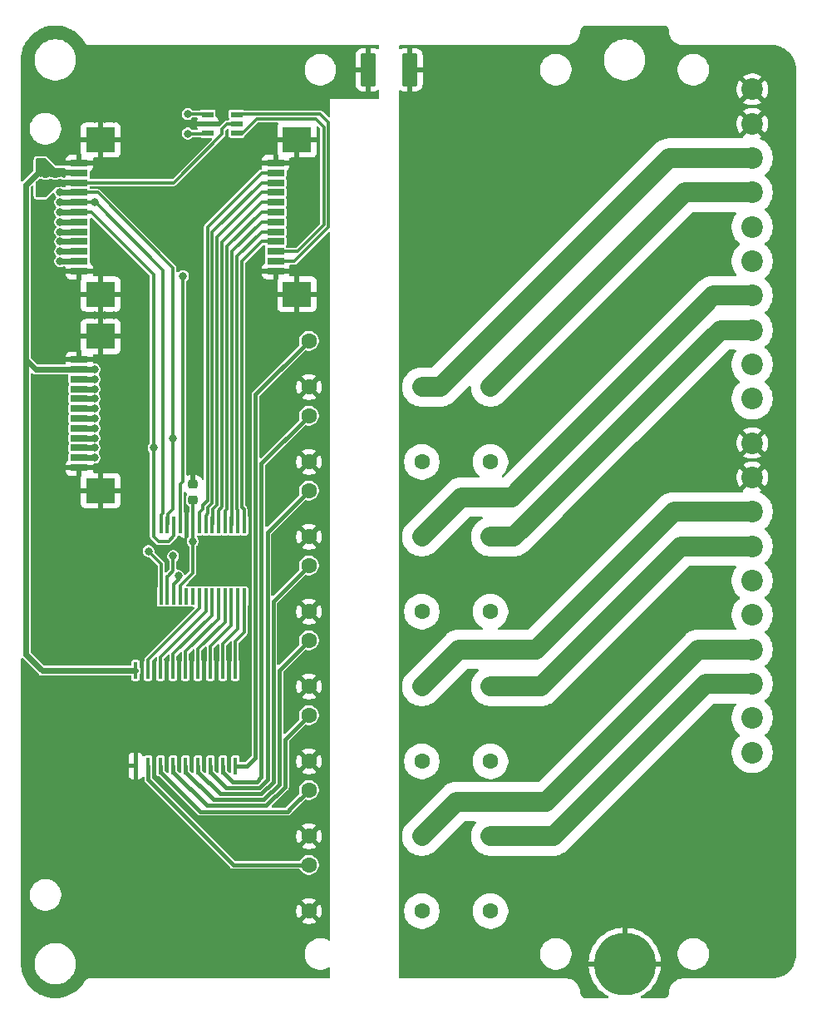
<source format=gbr>
%TF.GenerationSoftware,KiCad,Pcbnew,9.0.2*%
%TF.CreationDate,2025-06-13T13:04:20+03:00*%
%TF.ProjectId,PMCNV-RQ8,504d434e-562d-4525-9138-2e6b69636164,rev?*%
%TF.SameCoordinates,Original*%
%TF.FileFunction,Copper,L1,Top*%
%TF.FilePolarity,Positive*%
%FSLAX46Y46*%
G04 Gerber Fmt 4.6, Leading zero omitted, Abs format (unit mm)*
G04 Created by KiCad (PCBNEW 9.0.2) date 2025-06-13 13:04:20*
%MOMM*%
%LPD*%
G01*
G04 APERTURE LIST*
G04 Aperture macros list*
%AMRoundRect*
0 Rectangle with rounded corners*
0 $1 Rounding radius*
0 $2 $3 $4 $5 $6 $7 $8 $9 X,Y pos of 4 corners*
0 Add a 4 corners polygon primitive as box body*
4,1,4,$2,$3,$4,$5,$6,$7,$8,$9,$2,$3,0*
0 Add four circle primitives for the rounded corners*
1,1,$1+$1,$2,$3*
1,1,$1+$1,$4,$5*
1,1,$1+$1,$6,$7*
1,1,$1+$1,$8,$9*
0 Add four rect primitives between the rounded corners*
20,1,$1+$1,$2,$3,$4,$5,0*
20,1,$1+$1,$4,$5,$6,$7,0*
20,1,$1+$1,$6,$7,$8,$9,0*
20,1,$1+$1,$8,$9,$2,$3,0*%
G04 Aperture macros list end*
%TA.AperFunction,SMDPad,CuDef*%
%ADD10R,1.803400X0.635000*%
%TD*%
%TA.AperFunction,SMDPad,CuDef*%
%ADD11R,2.997200X2.590800*%
%TD*%
%TA.AperFunction,ComponentPad*%
%ADD12C,1.608000*%
%TD*%
%TA.AperFunction,SMDPad,CuDef*%
%ADD13R,0.450800X1.716000*%
%TD*%
%TA.AperFunction,ComponentPad*%
%ADD14C,2.200000*%
%TD*%
%TA.AperFunction,SMDPad,CuDef*%
%ADD15R,1.181100X0.558800*%
%TD*%
%TA.AperFunction,SMDPad,CuDef*%
%ADD16RoundRect,0.225000X0.250000X-0.225000X0.250000X0.225000X-0.250000X0.225000X-0.250000X-0.225000X0*%
%TD*%
%TA.AperFunction,ComponentPad*%
%ADD17O,6.350000X6.350000*%
%TD*%
%TA.AperFunction,SMDPad,CuDef*%
%ADD18R,0.431800X1.655601*%
%TD*%
%TA.AperFunction,SMDPad,CuDef*%
%ADD19RoundRect,0.250000X0.537500X1.450000X-0.537500X1.450000X-0.537500X-1.450000X0.537500X-1.450000X0*%
%TD*%
%TA.AperFunction,ViaPad*%
%ADD20C,0.800000*%
%TD*%
%TA.AperFunction,Conductor*%
%ADD21C,0.400000*%
%TD*%
%TA.AperFunction,Conductor*%
%ADD22C,0.300000*%
%TD*%
%TA.AperFunction,Conductor*%
%ADD23C,0.600000*%
%TD*%
%TA.AperFunction,Conductor*%
%ADD24C,2.000000*%
%TD*%
G04 APERTURE END LIST*
D10*
%TO.P,JM3,1,Pin_1*%
%TO.N,GND_MCU*%
X-33556000Y4500008D03*
%TO.P,JM3,2,Pin_2*%
%TO.N,Net-(JM3-Pin_2)*%
X-33556000Y5500006D03*
%TO.P,JM3,3,Pin_3*%
%TO.N,/SCK*%
X-33556000Y6500004D03*
%TO.P,JM3,4,Pin_4*%
%TO.N,/MOSI*%
X-33556000Y7500002D03*
%TO.P,JM3,5,Pin_5*%
%TO.N,Net-(JM3-Pin_5)*%
X-33556000Y8500000D03*
%TO.P,JM3,6,Pin_6*%
%TO.N,Net-(JM3-Pin_6)*%
X-33556000Y9500000D03*
%TO.P,JM3,7,Pin_7*%
%TO.N,Net-(JM3-Pin_7)*%
X-33556000Y10500000D03*
%TO.P,JM3,8,Pin_8*%
%TO.N,Net-(JM3-Pin_8)*%
X-33556000Y11500000D03*
%TO.P,JM3,9,Pin_9*%
%TO.N,Net-(JM3-Pin_9)*%
X-33556000Y12499998D03*
%TO.P,JM3,10,Pin_10*%
%TO.N,+3.3V_MCU*%
X-33556000Y13499996D03*
%TO.P,JM3,11,Pin_11*%
%TO.N,+5V_MCU*%
X-33556000Y14499994D03*
%TO.P,JM3,12,Pin_11*%
%TO.N,GND_MCU*%
X-33556000Y15499992D03*
D11*
%TO.P,JM3,13,Pin_11*%
X-31385999Y2149997D03*
X-31385999Y17850003D03*
%TD*%
D12*
%TO.P,K4,1,1*%
%TO.N,GND_MCU*%
X-10160000Y-10160000D03*
%TO.P,K4,2,2*%
%TO.N,Net-(J7-Pin_2)*%
X1340000Y-10160000D03*
%TO.P,K4,3,3*%
%TO.N,Net-(J7-Pin_1)*%
X8340000Y-10160000D03*
%TO.P,K4,4,4*%
%TO.N,/K4*%
X-10160000Y-5460000D03*
%TD*%
D13*
%TO.P,U2,1,I1*%
%TO.N,/K1_exp*%
X-17645000Y-16149202D03*
%TO.P,U2,2,I2*%
%TO.N,/K2_exp*%
X-18915000Y-16149202D03*
%TO.P,U2,3,I3*%
%TO.N,/K3_exp*%
X-20185000Y-16149202D03*
%TO.P,U2,4,I4*%
%TO.N,/K4_exp*%
X-21455000Y-16149202D03*
%TO.P,U2,5,I5*%
%TO.N,/K5_exp*%
X-22725000Y-16149202D03*
%TO.P,U2,6,I6*%
%TO.N,/K6_exp*%
X-23995000Y-16149202D03*
%TO.P,U2,7,I7*%
%TO.N,/K7_exp*%
X-25265000Y-16149202D03*
%TO.P,U2,8,I8*%
%TO.N,/K8_exp*%
X-26535000Y-16149202D03*
%TO.P,U2,9,VCC*%
%TO.N,+5V_MCU*%
X-27805000Y-16149202D03*
%TO.P,U2,10,GND*%
%TO.N,GND_MCU*%
X-27805000Y-25850798D03*
%TO.P,U2,11,O8*%
%TO.N,/K8*%
X-26535000Y-25850798D03*
%TO.P,U2,12,O7*%
%TO.N,/K7*%
X-25265000Y-25850798D03*
%TO.P,U2,13,O6*%
%TO.N,/K6*%
X-23995000Y-25850798D03*
%TO.P,U2,14,O5*%
%TO.N,/K5*%
X-22725000Y-25850798D03*
%TO.P,U2,15,O4*%
%TO.N,/K4*%
X-21455000Y-25850798D03*
%TO.P,U2,16,O3*%
%TO.N,/K3*%
X-20185000Y-25850798D03*
%TO.P,U2,17,O2*%
%TO.N,/K2*%
X-18915000Y-25850798D03*
%TO.P,U2,18,O1*%
%TO.N,/K1*%
X-17645000Y-25850798D03*
%TD*%
D12*
%TO.P,K5,1,1*%
%TO.N,GND_MCU*%
X-10160000Y-17780000D03*
%TO.P,K5,2,2*%
%TO.N,Net-(J8-Pin_8)*%
X1340000Y-17780000D03*
%TO.P,K5,3,3*%
%TO.N,Net-(J8-Pin_7)*%
X8340000Y-17780000D03*
%TO.P,K5,4,4*%
%TO.N,/K5*%
X-10160000Y-13080000D03*
%TD*%
%TO.P,K6,1,1*%
%TO.N,GND_MCU*%
X-10160000Y-25400000D03*
%TO.P,K6,2,2*%
%TO.N,Net-(J8-Pin_6)*%
X1340000Y-25400000D03*
%TO.P,K6,3,3*%
%TO.N,Net-(J8-Pin_5)*%
X8340000Y-25400000D03*
%TO.P,K6,4,4*%
%TO.N,/K6*%
X-10160000Y-20700000D03*
%TD*%
%TO.P,K8,1,1*%
%TO.N,GND_MCU*%
X-10160000Y-40640000D03*
%TO.P,K8,2,2*%
%TO.N,Net-(J8-Pin_2)*%
X1340000Y-40640000D03*
%TO.P,K8,3,3*%
%TO.N,Net-(J8-Pin_1)*%
X8340000Y-40640000D03*
%TO.P,K8,4,4*%
%TO.N,/K8*%
X-10160000Y-35940000D03*
%TD*%
%TO.P,K1,1,1*%
%TO.N,GND_MCU*%
X-10160000Y12700000D03*
%TO.P,K1,2,2*%
%TO.N,Net-(J7-Pin_8)*%
X1340000Y12700000D03*
%TO.P,K1,3,3*%
%TO.N,Net-(J7-Pin_7)*%
X8340000Y12700000D03*
%TO.P,K1,4,4*%
%TO.N,/K1*%
X-10160000Y17400000D03*
%TD*%
D14*
%TO.P,J8,1,Pin_1*%
%TO.N,Net-(J8-Pin_1)*%
X35000000Y-24500000D03*
%TO.P,J8,2,Pin_2*%
%TO.N,Net-(J8-Pin_2)*%
X35000000Y-21000000D03*
%TO.P,J8,3,Pin_3*%
%TO.N,Net-(J8-Pin_3)*%
X35000000Y-17500000D03*
%TO.P,J8,4,Pin_4*%
%TO.N,Net-(J8-Pin_4)*%
X35000000Y-14000000D03*
%TO.P,J8,5,Pin_5*%
%TO.N,Net-(J8-Pin_5)*%
X35000000Y-10500000D03*
%TO.P,J8,6,Pin_6*%
%TO.N,Net-(J8-Pin_6)*%
X35000000Y-7000000D03*
%TO.P,J8,7,Pin_7*%
%TO.N,Net-(J8-Pin_7)*%
X35000000Y-3500000D03*
%TO.P,J8,8,Pin_8*%
%TO.N,Net-(J8-Pin_8)*%
X35000000Y0D03*
%TO.P,J8,9,Pin_9*%
%TO.N,PE*%
X35000000Y3500000D03*
%TO.P,J8,10,Pin_10*%
X35000000Y7000000D03*
%TD*%
D12*
%TO.P,K7,1,1*%
%TO.N,GND_MCU*%
X-10160000Y-33020000D03*
%TO.P,K7,2,2*%
%TO.N,Net-(J8-Pin_4)*%
X1340000Y-33020000D03*
%TO.P,K7,3,3*%
%TO.N,Net-(J8-Pin_3)*%
X8340000Y-33020000D03*
%TO.P,K7,4,4*%
%TO.N,/K7*%
X-10160000Y-28320000D03*
%TD*%
D15*
%TO.P,U5,1,1A*%
%TO.N,/MISO*%
X-20466850Y40450001D03*
%TO.P,U5,2,GND*%
%TO.N,GND_MCU*%
X-20466850Y39500000D03*
%TO.P,U5,3,2A*%
%TO.N,/CS*%
X-20466850Y38549999D03*
%TO.P,U5,4,2Y*%
%TO.N,/CS_LED*%
X-17533150Y38549999D03*
%TO.P,U5,5,VCC*%
%TO.N,+3.3V_MCU*%
X-17533150Y39500000D03*
%TO.P,U5,6,1Y*%
%TO.N,/MISO_LED*%
X-17533150Y40450001D03*
%TD*%
D16*
%TO.P,C2,1*%
%TO.N,+3.3V_MCU*%
X-22000000Y1225000D03*
%TO.P,C2,2*%
%TO.N,GND_MCU*%
X-22000000Y2775000D03*
%TD*%
D17*
%TO.P,PE1,1*%
%TO.N,PE*%
X22000000Y-46000000D03*
%TD*%
D10*
%TO.P,JM1,1,Pin_1*%
%TO.N,GND_MCU*%
X-33556000Y24500008D03*
%TO.P,JM1,2,Pin_2*%
%TO.N,/INT*%
X-33556000Y25500006D03*
%TO.P,JM1,3,Pin_3*%
%TO.N,/CS3*%
X-33556000Y26500004D03*
%TO.P,JM1,4,Pin_4*%
%TO.N,/CS2*%
X-33556000Y27500002D03*
%TO.P,JM1,5,Pin_5*%
%TO.N,/CS1*%
X-33556000Y28500000D03*
%TO.P,JM1,6,Pin_6*%
%TO.N,/CS0*%
X-33556000Y29500000D03*
%TO.P,JM1,7,Pin_7*%
%TO.N,/SCK*%
X-33556000Y30500000D03*
%TO.P,JM1,8,Pin_8*%
%TO.N,/MISO*%
X-33556000Y31500000D03*
%TO.P,JM1,9,Pin_9*%
%TO.N,/MOSI*%
X-33556000Y32499998D03*
%TO.P,JM1,10,Pin_10*%
%TO.N,+3.3V_MCU*%
X-33556000Y33499996D03*
%TO.P,JM1,11,Pin_11*%
%TO.N,+5V_MCU*%
X-33556000Y34499994D03*
%TO.P,JM1,12,Pin_11*%
%TO.N,GND_MCU*%
X-33556000Y35499992D03*
D11*
%TO.P,JM1,13,Pin_11*%
X-31385999Y22149997D03*
X-31385999Y37850003D03*
%TD*%
D12*
%TO.P,K3,1,1*%
%TO.N,GND_MCU*%
X-10160000Y-2540000D03*
%TO.P,K3,2,2*%
%TO.N,Net-(J7-Pin_4)*%
X1340000Y-2540000D03*
%TO.P,K3,3,3*%
%TO.N,Net-(J7-Pin_3)*%
X8340000Y-2540000D03*
%TO.P,K3,4,4*%
%TO.N,/K3*%
X-10160000Y2160000D03*
%TD*%
D18*
%TO.P,U1,1,GPB0*%
%TO.N,/K8_led*%
X-16775000Y-1372199D03*
%TO.P,U1,2,GPB1*%
%TO.N,/K7_led*%
X-17425001Y-1372199D03*
%TO.P,U1,3,GPB2*%
%TO.N,/K6_led*%
X-18075000Y-1372199D03*
%TO.P,U1,4,GPB3*%
%TO.N,/K5_led*%
X-18725001Y-1372199D03*
%TO.P,U1,5,GPB4*%
%TO.N,/K4_led*%
X-19374999Y-1372199D03*
%TO.P,U1,6,GPB5*%
%TO.N,/K3_led*%
X-20025001Y-1372199D03*
%TO.P,U1,7,GPB6*%
%TO.N,/K2_led*%
X-20674999Y-1372199D03*
%TO.P,U1,8,GPB7*%
%TO.N,/K1_led*%
X-21324998Y-1372199D03*
%TO.P,U1,9,VDD*%
%TO.N,+3.3V_MCU*%
X-21974999Y-1372199D03*
%TO.P,U1,10,VSS*%
%TO.N,GND_MCU*%
X-22624998Y-1372199D03*
%TO.P,U1,11,~{CS}*%
%TO.N,/CS*%
X-23274999Y-1372199D03*
%TO.P,U1,12,SCK*%
%TO.N,/SCK*%
X-23924998Y-1372199D03*
%TO.P,U1,13,SI*%
%TO.N,/MOSI*%
X-24574999Y-1372199D03*
%TO.P,U1,14,SO*%
%TO.N,/MISO*%
X-25224998Y-1372199D03*
%TO.P,U1,15,A0*%
%TO.N,/A0*%
X-25225000Y-8627801D03*
%TO.P,U1,16,A1*%
%TO.N,/A1*%
X-24574999Y-8627801D03*
%TO.P,U1,17,A2*%
%TO.N,/A2*%
X-23925000Y-8627801D03*
%TO.P,U1,18,~{RESET}*%
%TO.N,+3.3V_MCU*%
X-23274999Y-8627801D03*
%TO.P,U1,19,INTB*%
%TO.N,unconnected-(U1-INTB-Pad19)*%
X-22625001Y-8627801D03*
%TO.P,U1,20,INTA*%
%TO.N,unconnected-(U1-INTA-Pad20)*%
X-21974999Y-8627801D03*
%TO.P,U1,21,GPA0*%
%TO.N,/K8_exp*%
X-21325001Y-8627801D03*
%TO.P,U1,22,GPA1*%
%TO.N,/K7_exp*%
X-20674999Y-8627801D03*
%TO.P,U1,23,GPA2*%
%TO.N,/K6_exp*%
X-20025001Y-8627801D03*
%TO.P,U1,24,GPA3*%
%TO.N,/K5_exp*%
X-19374999Y-8627801D03*
%TO.P,U1,25,GPA4*%
%TO.N,/K4_exp*%
X-18725001Y-8627801D03*
%TO.P,U1,26,GPA5*%
%TO.N,/K3_exp*%
X-18075000Y-8627801D03*
%TO.P,U1,27,GPA6*%
%TO.N,/K2_exp*%
X-17425001Y-8627801D03*
%TO.P,U1,28,GPA7*%
%TO.N,/K1_exp*%
X-16775000Y-8627801D03*
%TD*%
D12*
%TO.P,K2,1,1*%
%TO.N,GND_MCU*%
X-10160000Y5080000D03*
%TO.P,K2,2,2*%
%TO.N,Net-(J7-Pin_6)*%
X1340000Y5080000D03*
%TO.P,K2,3,3*%
%TO.N,Net-(J7-Pin_5)*%
X8340000Y5080000D03*
%TO.P,K2,4,4*%
%TO.N,/K2*%
X-10160000Y9780000D03*
%TD*%
D19*
%TO.P,C1,1*%
%TO.N,PE*%
X137500Y45000000D03*
%TO.P,C1,2*%
%TO.N,GND_MCU*%
X-4137500Y45000000D03*
%TD*%
D10*
%TO.P,J3,1,Pin_1*%
%TO.N,GND_MCU*%
X-13556000Y24500008D03*
%TO.P,J3,2,Pin_2*%
%TO.N,/MISO_LED*%
X-13556000Y25500006D03*
%TO.P,J3,3,Pin_3*%
%TO.N,/CS_LED*%
X-13556000Y26500004D03*
%TO.P,J3,4,Pin_4*%
%TO.N,/K8_led*%
X-13556000Y27500002D03*
%TO.P,J3,5,Pin_5*%
%TO.N,/K7_led*%
X-13556000Y28500000D03*
%TO.P,J3,6,Pin_6*%
%TO.N,/K6_led*%
X-13556000Y29500000D03*
%TO.P,J3,7,Pin_7*%
%TO.N,/K5_led*%
X-13556000Y30500000D03*
%TO.P,J3,8,Pin_8*%
%TO.N,/K4_led*%
X-13556000Y31500000D03*
%TO.P,J3,9,Pin_9*%
%TO.N,/K3_led*%
X-13556000Y32499998D03*
%TO.P,J3,10,Pin_10*%
%TO.N,/K2_led*%
X-13556000Y33499996D03*
%TO.P,J3,11,Pin_11*%
%TO.N,/K1_led*%
X-13556000Y34499994D03*
%TO.P,J3,12,Pin_11*%
%TO.N,GND_MCU*%
X-13556000Y35499992D03*
D11*
%TO.P,J3,13,Pin_11*%
X-11385999Y22149997D03*
X-11385999Y37850003D03*
%TD*%
D14*
%TO.P,J7,1,Pin_1*%
%TO.N,Net-(J7-Pin_1)*%
X35000000Y11500000D03*
%TO.P,J7,2,Pin_2*%
%TO.N,Net-(J7-Pin_2)*%
X35000000Y15000000D03*
%TO.P,J7,3,Pin_3*%
%TO.N,Net-(J7-Pin_3)*%
X35000000Y18500000D03*
%TO.P,J7,4,Pin_4*%
%TO.N,Net-(J7-Pin_4)*%
X35000000Y22000000D03*
%TO.P,J7,5,Pin_5*%
%TO.N,Net-(J7-Pin_5)*%
X35000000Y25500000D03*
%TO.P,J7,6,Pin_6*%
%TO.N,Net-(J7-Pin_6)*%
X35000000Y29000000D03*
%TO.P,J7,7,Pin_7*%
%TO.N,Net-(J7-Pin_7)*%
X35000000Y32500000D03*
%TO.P,J7,8,Pin_8*%
%TO.N,Net-(J7-Pin_8)*%
X35000000Y36000000D03*
%TO.P,J7,9,Pin_9*%
%TO.N,PE*%
X35000000Y39500000D03*
%TO.P,J7,10,Pin_10*%
X35000000Y43000000D03*
%TD*%
D20*
%TO.N,/MISO*%
X-22500000Y40500000D03*
X-32000000Y31500000D03*
X-35500000Y31500000D03*
%TO.N,/CS*%
X-23000000Y24000000D03*
X-22500000Y38500000D03*
%TO.N,/CS3*%
X-35500000Y26500000D03*
%TO.N,/CS0*%
X-35500000Y29500000D03*
%TO.N,/CS2*%
X-35500000Y27500000D03*
%TO.N,/CS1*%
X-35500000Y28500000D03*
%TO.N,/SCK*%
X-32000000Y6500000D03*
X-35500000Y30500000D03*
X-26000000Y6500000D03*
%TO.N,/MOSI*%
X-24000000Y7500000D03*
X-32000000Y7500000D03*
X-35500000Y32500000D03*
%TO.N,+5V_MCU*%
X-36500000Y34500000D03*
X-35500000Y34500000D03*
X-37500000Y35500000D03*
X-37500000Y34500000D03*
X-32000000Y14500000D03*
%TO.N,/INT*%
X-35500000Y25500000D03*
%TO.N,GND_MCU*%
X-15500000Y37000000D03*
X-30000000Y20000000D03*
X-31000000Y20000000D03*
X-32000000Y40000000D03*
X-32000000Y20000000D03*
X-33000000Y20000000D03*
X-38500000Y-33000000D03*
X-31000000Y40000000D03*
X-30000000Y40000000D03*
X-37500000Y-34000000D03*
X-15500000Y39000000D03*
X-38500000Y-35000000D03*
X-33000000Y40000000D03*
X-15500000Y38000000D03*
X-36500000Y-35000000D03*
X-36500000Y-33000000D03*
%TO.N,+3.3V_MCU*%
X-32000000Y13500000D03*
X-35500000Y33500000D03*
X-37500000Y32500000D03*
X-37500000Y33500000D03*
X-36500000Y33500000D03*
X-22000000Y-3000000D03*
%TO.N,Net-(JM3-Pin_9)*%
X-32000000Y12500000D03*
%TO.N,Net-(JM3-Pin_2)*%
X-32000000Y5500000D03*
%TO.N,Net-(JM3-Pin_5)*%
X-32000000Y8500000D03*
%TO.N,Net-(JM3-Pin_8)*%
X-32000000Y11500000D03*
%TO.N,Net-(JM3-Pin_6)*%
X-32000000Y9500000D03*
%TO.N,Net-(JM3-Pin_7)*%
X-32000000Y10500000D03*
%TO.N,/A1*%
X-24000000Y-4500000D03*
%TO.N,/A2*%
X-23469669Y-6530331D03*
%TO.N,/A0*%
X-26500000Y-4000000D03*
%TD*%
D21*
%TO.N,/K7*%
X-25265000Y-26483398D02*
X-21243398Y-30505000D01*
X-12345000Y-30505000D02*
X-12000000Y-30160000D01*
X-25265000Y-25850798D02*
X-25265000Y-26483398D01*
X-10160000Y-28320000D02*
X-12000000Y-30160000D01*
X-21243398Y-30505000D02*
X-12345000Y-30505000D01*
%TO.N,/K3*%
X-20185000Y-25850798D02*
X-20185000Y-26483398D01*
X-10160000Y2160000D02*
X-14404000Y-2084000D01*
X-20185000Y-26483398D02*
X-18567398Y-28101000D01*
X-14404000Y-27248942D02*
X-14404000Y-27000000D01*
X-18567398Y-28101000D02*
X-15256058Y-28101000D01*
X-15256058Y-28101000D02*
X-14404000Y-27248942D01*
X-14404000Y-2084000D02*
X-14404000Y-27000000D01*
%TO.N,/K5*%
X-13202000Y-27746826D02*
X-13202000Y-16122000D01*
X-19905398Y-29303000D02*
X-14758174Y-29303000D01*
X-22725000Y-25850798D02*
X-22725000Y-26483398D01*
X-22725000Y-26483398D02*
X-19905398Y-29303000D01*
X-14758174Y-29303000D02*
X-13202000Y-27746826D01*
X-13202000Y-16122000D02*
X-10160000Y-13080000D01*
%TO.N,/K6*%
X-23995000Y-25850798D02*
X-23995000Y-26483398D01*
X-20574398Y-29904000D02*
X-14509232Y-29904000D01*
X-23995000Y-26483398D02*
X-20574398Y-29904000D01*
X-14509232Y-29904000D02*
X-12601000Y-27995768D01*
X-12601000Y-23141000D02*
X-12601000Y-27995768D01*
X-10160000Y-20700000D02*
X-12601000Y-23141000D01*
%TO.N,/K8*%
X-26535000Y-27231000D02*
X-26535000Y-25850798D01*
X-17826000Y-35940000D02*
X-26535000Y-27231000D01*
X-10160000Y-35940000D02*
X-17826000Y-35940000D01*
%TO.N,/K4*%
X-19236398Y-28702000D02*
X-15007116Y-28702000D01*
X-13803000Y-9103000D02*
X-13803000Y-26500000D01*
X-10160000Y-5460000D02*
X-13803000Y-9103000D01*
X-15007116Y-28702000D02*
X-13803000Y-27497884D01*
X-21455000Y-26483398D02*
X-19236398Y-28702000D01*
X-21455000Y-25850798D02*
X-21455000Y-26483398D01*
X-13803000Y-27497884D02*
X-13803000Y-26500000D01*
%TO.N,/K1*%
X-16456798Y-25850798D02*
X-15606000Y-25000000D01*
X-10160000Y17400000D02*
X-15606000Y11954000D01*
X-15606000Y11954000D02*
X-15606000Y-25000000D01*
X-17645000Y-25850798D02*
X-16456798Y-25850798D01*
%TO.N,/K2*%
X-17898398Y-27500000D02*
X-15505000Y-27500000D01*
X-18915000Y-25850798D02*
X-18915000Y-26483398D01*
X-15005000Y-27000000D02*
X-15005000Y4935000D01*
X-15005000Y4935000D02*
X-10160000Y9780000D01*
X-15505000Y-27500000D02*
X-15005000Y-27000000D01*
X-18915000Y-26483398D02*
X-17898398Y-27500000D01*
D22*
%TO.N,/MISO*%
X-20516849Y40500000D02*
X-20466850Y40450001D01*
X-25001000Y24573850D02*
X-25001000Y-118400D01*
D23*
X-33556003Y31500000D02*
X-33556000Y31499997D01*
D22*
X-25224998Y-342398D02*
X-25224998Y-1372199D01*
X-32000000Y31500000D02*
X-31927150Y31500000D01*
X-22500000Y40500000D02*
X-20516849Y40500000D01*
D23*
X-35500000Y31500000D02*
X-33556003Y31500000D01*
D22*
X-33556000Y31500000D02*
X-32000000Y31500000D01*
X-25001000Y-118400D02*
X-25224998Y-342398D01*
X-31927150Y31500000D02*
X-25001000Y24573850D01*
%TO.N,/K8_exp*%
X-26535000Y-15035000D02*
X-21325001Y-9825001D01*
X-21325001Y-9825001D02*
X-21325001Y-8627801D01*
X-26535000Y-16149202D02*
X-26535000Y-15035000D01*
%TO.N,/K4_exp*%
X-21455000Y-16149202D02*
X-21455000Y-13955000D01*
X-18725001Y-11225001D02*
X-18725001Y-8627801D01*
X-21455000Y-13955000D02*
X-18725001Y-11225001D01*
%TO.N,/K7_exp*%
X-25265000Y-14765000D02*
X-20674999Y-10174999D01*
X-20674999Y-10174999D02*
X-20674999Y-8627801D01*
X-25265000Y-16149202D02*
X-25265000Y-14765000D01*
%TO.N,/K1_exp*%
X-17645000Y-13145000D02*
X-16775000Y-12275000D01*
X-17645000Y-16149202D02*
X-17645000Y-13145000D01*
X-16775000Y-12275000D02*
X-16775000Y-8627801D01*
%TO.N,/K6_exp*%
X-20025001Y-10525001D02*
X-20025001Y-8627801D01*
X-23995000Y-14495000D02*
X-20025001Y-10525001D01*
X-23995000Y-16149202D02*
X-23995000Y-14495000D01*
%TO.N,/K2_exp*%
X-18915000Y-13415000D02*
X-17425001Y-11925001D01*
X-17425001Y-8627801D02*
X-17425001Y-11925001D01*
X-18915000Y-16149202D02*
X-18915000Y-13415000D01*
%TO.N,/K3_exp*%
X-20185000Y-16149202D02*
X-20185000Y-13685000D01*
X-18075000Y-11575000D02*
X-18075000Y-8627801D01*
X-20185000Y-13685000D02*
X-18075000Y-11575000D01*
%TO.N,/K5_exp*%
X-22725000Y-16149202D02*
X-22725000Y-14225000D01*
X-22725000Y-14225000D02*
X-19374999Y-10874999D01*
X-19374999Y-10874999D02*
X-19374999Y-8627801D01*
%TO.N,/CS*%
X-23274999Y-1372199D02*
X-23274999Y2795823D01*
X-23000000Y3070822D02*
X-23000000Y24000000D01*
X-20516849Y38500000D02*
X-20466850Y38549999D01*
X-22500000Y38500000D02*
X-20516849Y38500000D01*
X-23274999Y2795823D02*
X-23000000Y3070822D01*
%TO.N,/K8_led*%
X-16775000Y-1372199D02*
X-16775000Y240826D01*
X-17000000Y465826D02*
X-17000000Y25488602D01*
X-14988600Y27500002D02*
X-13556000Y27500002D01*
X-16775000Y240826D02*
X-17000000Y465826D01*
X-17000000Y25488602D02*
X-14988600Y27500002D01*
%TO.N,/K7_led*%
X-17425001Y182306D02*
X-17501000Y258306D01*
X-17501000Y258306D02*
X-17501000Y25999000D01*
X-15000000Y28500000D02*
X-13556000Y28500000D01*
X-17501000Y25999000D02*
X-15000000Y28500000D01*
X-17425001Y-1372199D02*
X-17425001Y182306D01*
%TO.N,/K5_led*%
X-18725001Y-1372199D02*
X-18725001Y65266D01*
X-18503000Y287267D02*
X-18503000Y26997000D01*
X-18725001Y65266D02*
X-18503000Y287267D01*
X-15000000Y30500000D02*
X-13556000Y30500000D01*
X-18503000Y26997000D02*
X-15000000Y30500000D01*
%TO.N,/K1_led*%
X-20943899Y680451D02*
X-20507000Y1117349D01*
X-21324998Y-100935D02*
X-20943899Y280164D01*
X-20507000Y28993000D02*
X-15000006Y34499994D01*
X-21324998Y-1372199D02*
X-21324998Y-100935D01*
X-20943899Y280164D02*
X-20943899Y680451D01*
X-15000006Y34499994D02*
X-13556000Y34499994D01*
X-20507000Y1117349D02*
X-20507000Y28993000D01*
%TO.N,/K6_led*%
X-18002000Y26498000D02*
X-15000000Y29500000D01*
X-18002000Y-1299199D02*
X-18002000Y26498000D01*
X-15000000Y29500000D02*
X-13556000Y29500000D01*
X-18075000Y-1372199D02*
X-18002000Y-1299199D01*
%TO.N,/K4_led*%
X-15000000Y31500000D02*
X-13556000Y31500000D01*
X-19004000Y27496000D02*
X-15000000Y31500000D01*
X-19374999Y123789D02*
X-19004000Y494788D01*
X-19374999Y-1372199D02*
X-19374999Y123789D01*
X-19004000Y494788D02*
X-19004000Y27496000D01*
%TO.N,/K2_led*%
X-20006000Y28494000D02*
X-15000004Y33499996D01*
X-20442899Y-151419D02*
X-20442899Y472930D01*
X-20442899Y472930D02*
X-20006000Y909828D01*
X-20006000Y909828D02*
X-20006000Y28494000D01*
X-20674999Y-383519D02*
X-20442899Y-151419D01*
X-15000004Y33499996D02*
X-13556000Y33499996D01*
X-20674999Y-1372199D02*
X-20674999Y-383519D01*
%TO.N,/K3_led*%
X-19505000Y27995000D02*
X-15000002Y32499998D01*
X-19941899Y-1289097D02*
X-19941899Y265409D01*
X-15000002Y32499998D02*
X-13556000Y32499998D01*
X-20025001Y-1372199D02*
X-19941899Y-1289097D01*
X-19505000Y702308D02*
X-19505000Y27995000D01*
X-19941899Y265409D02*
X-19505000Y702308D01*
D23*
%TO.N,/CS3*%
X-33556007Y26500000D02*
X-33556000Y26500007D01*
X-35500000Y26500000D02*
X-33556007Y26500000D01*
%TO.N,/CS0*%
X-35500000Y29500000D02*
X-33556000Y29500001D01*
%TO.N,/CS2*%
X-35500000Y27500000D02*
X-33556005Y27500000D01*
X-33556005Y27500000D02*
X-33556000Y27500005D01*
%TO.N,/CS1*%
X-33556003Y28500000D02*
X-33556000Y28500003D01*
X-35500000Y28500000D02*
X-33556003Y28500000D01*
D24*
%TO.N,Net-(J7-Pin_8)*%
X26500000Y36000000D02*
X35000000Y36000000D01*
X3200000Y12700000D02*
X26500000Y36000000D01*
X1340000Y12700000D02*
X3200000Y12700000D01*
%TO.N,Net-(J7-Pin_4)*%
X31000000Y22000000D02*
X35000000Y22000000D01*
X1340000Y-2540000D02*
X5380000Y1500000D01*
X10500000Y1500000D02*
X31000000Y22000000D01*
X5380000Y1500000D02*
X10500000Y1500000D01*
%TO.N,Net-(J7-Pin_7)*%
X8340000Y12700000D02*
X28140000Y32500000D01*
X28140000Y32500000D02*
X35000000Y32500000D01*
%TO.N,Net-(J7-Pin_3)*%
X31742640Y18500000D02*
X35000000Y18500000D01*
X8340000Y-2540000D02*
X10702640Y-2540000D01*
X10702640Y-2540000D02*
X31742640Y18500000D01*
%TO.N,Net-(J8-Pin_3)*%
X14722640Y-33020000D02*
X30242640Y-17500000D01*
X8340000Y-33020000D02*
X14722640Y-33020000D01*
X30242640Y-17500000D02*
X35000000Y-17500000D01*
%TO.N,Net-(J8-Pin_7)*%
X13462640Y-17780000D02*
X27742640Y-3500000D01*
X27742640Y-3500000D02*
X35000000Y-3500000D01*
X8340000Y-17780000D02*
X13462640Y-17780000D01*
%TO.N,Net-(J8-Pin_4)*%
X14000000Y-29500000D02*
X29500000Y-14000000D01*
X4860000Y-29500000D02*
X14000000Y-29500000D01*
X29500000Y-14000000D02*
X35000000Y-14000000D01*
X1340000Y-33020000D02*
X4860000Y-29500000D01*
%TO.N,Net-(J8-Pin_8)*%
X5120000Y-14000000D02*
X13000000Y-14000000D01*
X1340000Y-17780000D02*
X5120000Y-14000000D01*
X13000000Y-14000000D02*
X27000000Y0D01*
X27000000Y0D02*
X35000000Y0D01*
D22*
%TO.N,/SCK*%
X-26000000Y24145700D02*
X-26000000Y6500000D01*
X-24457100Y-3000000D02*
X-23924998Y-2467898D01*
D23*
X-32000004Y6500004D02*
X-32000000Y6500000D01*
D22*
X-26000000Y6500000D02*
X-26000000Y-2500000D01*
X-23924998Y-2467898D02*
X-23924998Y-1372199D01*
X-33556000Y30500000D02*
X-32354300Y30500000D01*
X-32354300Y30500000D02*
X-26000000Y24145700D01*
X-25500000Y-3000000D02*
X-24457100Y-3000000D01*
D23*
X-35500000Y30500000D02*
X-33556000Y30499999D01*
D22*
X-26000000Y-2500000D02*
X-25500000Y-3000000D01*
D23*
X-33556000Y6500004D02*
X-32000004Y6500004D01*
D22*
%TO.N,/MOSI*%
X-31677149Y32499998D02*
X-33556000Y32499998D01*
X-24000000Y24822849D02*
X-31677149Y32499998D01*
X-24000000Y7500000D02*
X-24000000Y24822849D01*
D23*
X-33556000Y7500002D02*
X-32000002Y7500002D01*
D22*
X-24491898Y-1289098D02*
X-24491898Y-193399D01*
D23*
X-32000002Y7500002D02*
X-32000000Y7500000D01*
D22*
X-24574999Y-1372199D02*
X-24491898Y-1289098D01*
X-24491898Y-193399D02*
X-24000000Y298499D01*
D23*
X-35500000Y32500000D02*
X-33556005Y32500000D01*
D22*
X-24000000Y298499D02*
X-24000000Y7500000D01*
D23*
X-33556005Y32500000D02*
X-33556000Y32499995D01*
%TO.N,+5V_MCU*%
X-39000000Y33274207D02*
X-39000000Y15500000D01*
X-37350798Y-16149202D02*
X-27805000Y-16149202D01*
X-39000000Y15500000D02*
X-39000000Y-14500000D01*
X-37999994Y14499994D02*
X-39000000Y15500000D01*
X-37774207Y34500000D02*
X-39000000Y33274207D01*
X-33556000Y14499994D02*
X-32000006Y14499994D01*
X-37500000Y34500000D02*
X-37774207Y34500000D01*
X-39000000Y-14500000D02*
X-37350798Y-16149202D01*
X-33556000Y14499994D02*
X-37999994Y14499994D01*
X-32000006Y14499994D02*
X-32000000Y14500000D01*
%TO.N,/INT*%
X-35499994Y25500006D02*
X-35500000Y25500000D01*
X-33556000Y25500006D02*
X-35499994Y25500006D01*
D22*
%TO.N,/CS_LED*%
X-9500000Y40000000D02*
X-8652000Y39152000D01*
X-15500000Y40000000D02*
X-9500000Y40000000D01*
X-17533150Y38549999D02*
X-16950001Y38549999D01*
X-16950001Y38549999D02*
X-15500000Y40000000D01*
X-8652000Y29207520D02*
X-11359516Y26500004D01*
X-11359516Y26500004D02*
X-13556000Y26500004D01*
X-8652000Y39152000D02*
X-8652000Y29207520D01*
%TO.N,/MISO_LED*%
X-8151000Y39651000D02*
X-8151000Y29000000D01*
X-8151000Y29000000D02*
X-11650994Y25500006D01*
X-17482151Y40501000D02*
X-9001000Y40501000D01*
X-11650994Y25500006D02*
X-13556000Y25500006D01*
X-9001000Y40501000D02*
X-8151000Y39651000D01*
X-17533150Y40450001D02*
X-17482151Y40501000D01*
%TO.N,+3.3V_MCU*%
X-19000000Y39000000D02*
X-19000000Y38444899D01*
X-23274999Y-8627801D02*
X-23274999Y-7500001D01*
D23*
X-32000004Y13499996D02*
X-32000000Y13500000D01*
D22*
X-18500000Y39500000D02*
X-19000000Y39000000D01*
X-21974999Y1199999D02*
X-22000000Y1225000D01*
X-23274999Y-7500001D02*
X-22000000Y-6225002D01*
X-21974999Y-1372199D02*
X-21974999Y-2974999D01*
D23*
X-33556000Y13499996D02*
X-32000004Y13499996D01*
D22*
X-22000000Y-6225002D02*
X-22000000Y-3000000D01*
X-23944903Y33499996D02*
X-33556000Y33499996D01*
X-17533150Y39500000D02*
X-18500000Y39500000D01*
X-21974999Y-1372199D02*
X-21974999Y1199999D01*
X-19000000Y38444899D02*
X-23944903Y33499996D01*
X-21974999Y-2974999D02*
X-22000000Y-3000000D01*
D23*
%TO.N,Net-(JM3-Pin_9)*%
X-33556000Y12499998D02*
X-32000002Y12499998D01*
X-32000002Y12499998D02*
X-32000000Y12500000D01*
%TO.N,Net-(JM3-Pin_2)*%
X-32000006Y5500006D02*
X-32000000Y5500000D01*
X-33556000Y5500006D02*
X-32000006Y5500006D01*
%TO.N,Net-(JM3-Pin_5)*%
X-33556000Y8500000D02*
X-32000000Y8500000D01*
%TO.N,Net-(JM3-Pin_8)*%
X-33556000Y11500000D02*
X-32000000Y11500000D01*
%TO.N,Net-(JM3-Pin_6)*%
X-33556000Y9500000D02*
X-32000000Y9500000D01*
%TO.N,Net-(JM3-Pin_7)*%
X-33556000Y10500000D02*
X-32000000Y10500000D01*
D22*
%TO.N,/A1*%
X-24475000Y-6500000D02*
X-24574999Y-6599999D01*
X-24475000Y-6475000D02*
X-24475000Y-6500000D01*
X-24000000Y-4500000D02*
X-24000000Y-6000000D01*
X-24000000Y-6000000D02*
X-24475000Y-6475000D01*
X-24574999Y-6599999D02*
X-24574999Y-8627801D01*
%TO.N,/A2*%
X-23469669Y-6530331D02*
X-23469669Y-6908421D01*
X-23925000Y-7363752D02*
X-23925000Y-8627801D01*
X-23469669Y-6908421D02*
X-23925000Y-7363752D01*
%TO.N,/A0*%
X-26500000Y-4000000D02*
X-25225000Y-5275000D01*
X-25225000Y-5275000D02*
X-25225000Y-8627801D01*
%TD*%
%TA.AperFunction,Conductor*%
%TO.N,GND_MCU*%
G36*
X-38286166Y33177713D02*
G01*
X-38230233Y33135841D01*
X-38205816Y33070377D01*
X-38205500Y33061531D01*
X-38205500Y32123993D01*
X-38200803Y32080314D01*
X-38189603Y32028826D01*
X-38187110Y32018628D01*
X-38187109Y32018625D01*
X-38144101Y31937917D01*
X-38144099Y31937914D01*
X-38098340Y31885105D01*
X-38082276Y31868710D01*
X-38080754Y31867157D01*
X-38080753Y31867156D01*
X-38080751Y31867155D01*
X-38050976Y31850500D01*
X-38000937Y31822510D01*
X-37933898Y31802825D01*
X-37876000Y31794500D01*
X-37875996Y31794500D01*
X-37051361Y31794500D01*
X-37048820Y31794637D01*
X-37029393Y31795678D01*
X-37029386Y31795679D01*
X-37029382Y31795679D01*
X-37003035Y31798512D01*
X-36926518Y31822471D01*
X-36865195Y31855956D01*
X-36818370Y31891009D01*
X-36292083Y32417298D01*
X-36230761Y32450782D01*
X-36161070Y32445798D01*
X-36105136Y32403927D01*
X-36084630Y32361713D01*
X-36059577Y32268216D01*
X-36059576Y32268215D01*
X-36059574Y32268210D01*
X-35980525Y32131291D01*
X-35980519Y32131283D01*
X-35936917Y32087681D01*
X-35903432Y32026358D01*
X-35908416Y31956666D01*
X-35936917Y31912319D01*
X-35980519Y31868718D01*
X-35980525Y31868710D01*
X-36059574Y31731791D01*
X-36059577Y31731784D01*
X-36100500Y31579057D01*
X-36100500Y31420944D01*
X-36059577Y31268217D01*
X-36059574Y31268210D01*
X-35980525Y31131291D01*
X-35980519Y31131283D01*
X-35936917Y31087681D01*
X-35903432Y31026358D01*
X-35908416Y30956666D01*
X-35936917Y30912319D01*
X-35980519Y30868718D01*
X-35980525Y30868710D01*
X-36059574Y30731791D01*
X-36059577Y30731784D01*
X-36100500Y30579057D01*
X-36100500Y30420944D01*
X-36059577Y30268217D01*
X-36059574Y30268210D01*
X-35980525Y30131291D01*
X-35980519Y30131283D01*
X-35936917Y30087681D01*
X-35903432Y30026358D01*
X-35908416Y29956666D01*
X-35936917Y29912319D01*
X-35980519Y29868718D01*
X-35980525Y29868710D01*
X-36059574Y29731791D01*
X-36059577Y29731784D01*
X-36100500Y29579057D01*
X-36100500Y29420944D01*
X-36059577Y29268217D01*
X-36059574Y29268210D01*
X-35980526Y29131292D01*
X-35980519Y29131283D01*
X-35936917Y29087681D01*
X-35903432Y29026358D01*
X-35908416Y28956666D01*
X-35936917Y28912319D01*
X-35980519Y28868718D01*
X-35980525Y28868710D01*
X-36059574Y28731791D01*
X-36059577Y28731784D01*
X-36100500Y28579057D01*
X-36100500Y28420944D01*
X-36059577Y28268217D01*
X-36059574Y28268210D01*
X-35980525Y28131291D01*
X-35980519Y28131283D01*
X-35936917Y28087681D01*
X-35903432Y28026358D01*
X-35908416Y27956666D01*
X-35936917Y27912319D01*
X-35980519Y27868718D01*
X-35980525Y27868710D01*
X-36059574Y27731791D01*
X-36059577Y27731784D01*
X-36100500Y27579057D01*
X-36100500Y27420944D01*
X-36059577Y27268217D01*
X-36059574Y27268210D01*
X-35980525Y27131291D01*
X-35980519Y27131283D01*
X-35936917Y27087681D01*
X-35903432Y27026358D01*
X-35908416Y26956666D01*
X-35936917Y26912319D01*
X-35980519Y26868718D01*
X-35980525Y26868710D01*
X-36059574Y26731791D01*
X-36059577Y26731784D01*
X-36100500Y26579057D01*
X-36100500Y26420944D01*
X-36059577Y26268217D01*
X-36059574Y26268210D01*
X-35980525Y26131291D01*
X-35980519Y26131283D01*
X-35936917Y26087681D01*
X-35903432Y26026358D01*
X-35908416Y25956666D01*
X-35936917Y25912319D01*
X-35980519Y25868718D01*
X-35980525Y25868710D01*
X-36059574Y25731791D01*
X-36059577Y25731784D01*
X-36100500Y25579057D01*
X-36100500Y25420944D01*
X-36059577Y25268217D01*
X-36059574Y25268210D01*
X-35980525Y25131291D01*
X-35980521Y25131286D01*
X-35980520Y25131284D01*
X-35868716Y25019480D01*
X-35868714Y25019479D01*
X-35868710Y25019476D01*
X-35834120Y24999506D01*
X-35731784Y24940423D01*
X-35579057Y24899500D01*
X-35579055Y24899500D01*
X-35420945Y24899500D01*
X-35420943Y24899500D01*
X-35268216Y24940423D01*
X-35194654Y24982894D01*
X-35179168Y24987044D01*
X-35167591Y24994483D01*
X-35132656Y24999506D01*
X-35081322Y24999506D01*
X-35014283Y24979821D01*
X-34968528Y24927017D01*
X-34959040Y24868743D01*
X-34957522Y24868661D01*
X-34957700Y24865336D01*
X-34957700Y24750008D01*
X-32154300Y24750008D01*
X-32154300Y24865336D01*
X-32154301Y24865353D01*
X-32160702Y24924881D01*
X-32160704Y24924888D01*
X-32210946Y25059595D01*
X-32210950Y25059602D01*
X-32297110Y25174696D01*
X-32404112Y25254799D01*
X-32445982Y25310733D01*
X-32453800Y25354065D01*
X-32453800Y25837257D01*
X-32453801Y25837259D01*
X-32465432Y25895735D01*
X-32465433Y25895737D01*
X-32489072Y25931115D01*
X-32509950Y25997790D01*
X-32491467Y26065170D01*
X-32489072Y26068896D01*
X-32465433Y26104273D01*
X-32460351Y26129819D01*
X-32453801Y26162752D01*
X-32453800Y26162754D01*
X-32453800Y26837255D01*
X-32453801Y26837257D01*
X-32465432Y26895733D01*
X-32465433Y26895735D01*
X-32489072Y26931113D01*
X-32509950Y26997788D01*
X-32491467Y27065168D01*
X-32489072Y27068894D01*
X-32465433Y27104271D01*
X-32460351Y27129817D01*
X-32453801Y27162750D01*
X-32453800Y27162752D01*
X-32453800Y27837253D01*
X-32453801Y27837255D01*
X-32465432Y27895731D01*
X-32476516Y27912319D01*
X-32489072Y27931111D01*
X-32509950Y27997786D01*
X-32491467Y28065166D01*
X-32489092Y28068863D01*
X-32465433Y28104269D01*
X-32460059Y28131283D01*
X-32453801Y28162748D01*
X-32453800Y28162750D01*
X-32453800Y28837251D01*
X-32453801Y28837253D01*
X-32465432Y28895730D01*
X-32465433Y28895731D01*
X-32489072Y28931109D01*
X-32509950Y28997786D01*
X-32491466Y29065166D01*
X-32489072Y29068891D01*
X-32476517Y29087681D01*
X-32465433Y29104269D01*
X-32465433Y29104271D01*
X-32465432Y29104271D01*
X-32453801Y29162748D01*
X-32453800Y29162750D01*
X-32453800Y29804457D01*
X-32434115Y29871496D01*
X-32381311Y29917251D01*
X-32312153Y29927195D01*
X-32248597Y29898170D01*
X-32242133Y29892152D01*
X-29387931Y27037950D01*
X-26386819Y24036838D01*
X-26353334Y23975515D01*
X-26350500Y23949157D01*
X-26350500Y7050098D01*
X-26370185Y6983059D01*
X-26386819Y6962417D01*
X-26480519Y6868718D01*
X-26480525Y6868710D01*
X-26559574Y6731791D01*
X-26559577Y6731784D01*
X-26600500Y6579057D01*
X-26600500Y6420943D01*
X-26581997Y6351891D01*
X-26559577Y6268217D01*
X-26559574Y6268210D01*
X-26480525Y6131291D01*
X-26480519Y6131283D01*
X-26386819Y6037583D01*
X-26353334Y5976260D01*
X-26350500Y5949902D01*
X-26350500Y-2546145D01*
X-26329506Y-2624497D01*
X-26326615Y-2635286D01*
X-26326613Y-2635291D01*
X-26280473Y-2715208D01*
X-26280471Y-2715211D01*
X-26280470Y-2715212D01*
X-25715212Y-3280470D01*
X-25635288Y-3326614D01*
X-25546144Y-3350500D01*
X-25546142Y-3350500D01*
X-24410958Y-3350500D01*
X-24410956Y-3350500D01*
X-24321812Y-3326614D01*
X-24319881Y-3325499D01*
X-24241888Y-3280470D01*
X-23644528Y-2683110D01*
X-23598384Y-2603186D01*
X-23593223Y-2583927D01*
X-23592224Y-2580200D01*
X-23578456Y-2528814D01*
X-23574498Y-2514042D01*
X-23574498Y-2514035D01*
X-23573744Y-2508313D01*
X-23573434Y-2507611D01*
X-23573543Y-2506853D01*
X-23559329Y-2475726D01*
X-23545477Y-2444417D01*
X-23544837Y-2443994D01*
X-23544518Y-2443297D01*
X-23515716Y-2424787D01*
X-23487152Y-2405947D01*
X-23486172Y-2405799D01*
X-23485740Y-2405523D01*
X-23450805Y-2400500D01*
X-23377454Y-2400500D01*
X-23310415Y-2420185D01*
X-23278188Y-2450189D01*
X-23198089Y-2557187D01*
X-23198086Y-2557190D01*
X-23082992Y-2643350D01*
X-23082985Y-2643354D01*
X-22948278Y-2693596D01*
X-22948271Y-2693598D01*
X-22888743Y-2699999D01*
X-22888726Y-2700000D01*
X-22840898Y-2700000D01*
X-22840898Y-44398D01*
X-22857692Y-27604D01*
X-22867538Y-24713D01*
X-22913293Y28091D01*
X-22924499Y79602D01*
X-22924499Y1899832D01*
X-22904814Y1966871D01*
X-22852010Y2012626D01*
X-22782852Y2022570D01*
X-22719296Y1993545D01*
X-22712818Y1987513D01*
X-22702734Y1977429D01*
X-22602160Y1915394D01*
X-22555436Y1863446D01*
X-22544213Y1794483D01*
X-22572057Y1730401D01*
X-22579574Y1722175D01*
X-22598527Y1703222D01*
X-22659721Y1583122D01*
X-22675500Y1483494D01*
X-22675500Y966507D01*
X-22659721Y866879D01*
X-22659720Y866876D01*
X-22659719Y866874D01*
X-22598751Y747218D01*
X-22598527Y746779D01*
X-22598524Y746775D01*
X-22503226Y651477D01*
X-22503222Y651474D01*
X-22503220Y651472D01*
X-22393202Y595415D01*
X-22342408Y547443D01*
X-22325499Y484932D01*
X-22325499Y79602D01*
X-22345184Y12563D01*
X-22397269Y-32568D01*
X-22409098Y-44398D01*
X-22409098Y-2508500D01*
X-22428783Y-2575539D01*
X-22445417Y-2596181D01*
X-22480519Y-2631282D01*
X-22480525Y-2631290D01*
X-22559574Y-2768209D01*
X-22559577Y-2768216D01*
X-22600500Y-2920943D01*
X-22600500Y-3079057D01*
X-22561813Y-3223437D01*
X-22559577Y-3231783D01*
X-22559574Y-3231790D01*
X-22480525Y-3368709D01*
X-22480519Y-3368717D01*
X-22386819Y-3462417D01*
X-22353334Y-3523740D01*
X-22350500Y-3550098D01*
X-22350500Y-6028458D01*
X-22370185Y-6095497D01*
X-22386819Y-6116139D01*
X-22686191Y-6415510D01*
X-22747514Y-6448995D01*
X-22817206Y-6444011D01*
X-22873139Y-6402139D01*
X-22893647Y-6359922D01*
X-22910092Y-6298547D01*
X-22943752Y-6240246D01*
X-22989145Y-6161621D01*
X-22989151Y-6161613D01*
X-23100952Y-6049812D01*
X-23100960Y-6049806D01*
X-23237879Y-5970757D01*
X-23237883Y-5970755D01*
X-23237885Y-5970754D01*
X-23390612Y-5929831D01*
X-23525500Y-5929831D01*
X-23592539Y-5910146D01*
X-23638294Y-5857342D01*
X-23649500Y-5805831D01*
X-23649500Y-5050098D01*
X-23629815Y-4983059D01*
X-23613181Y-4962417D01*
X-23519480Y-4868716D01*
X-23440423Y-4731784D01*
X-23399500Y-4579057D01*
X-23399500Y-4420943D01*
X-23440423Y-4268216D01*
X-23513791Y-4141137D01*
X-23519476Y-4131290D01*
X-23519482Y-4131282D01*
X-23631283Y-4019481D01*
X-23631291Y-4019475D01*
X-23768210Y-3940426D01*
X-23768214Y-3940424D01*
X-23768216Y-3940423D01*
X-23920943Y-3899500D01*
X-24079057Y-3899500D01*
X-24231784Y-3940423D01*
X-24231791Y-3940426D01*
X-24368710Y-4019475D01*
X-24368718Y-4019481D01*
X-24480519Y-4131282D01*
X-24480525Y-4131290D01*
X-24559574Y-4268209D01*
X-24559577Y-4268216D01*
X-24600500Y-4420943D01*
X-24600500Y-4579057D01*
X-24573518Y-4679753D01*
X-24559577Y-4731783D01*
X-24559574Y-4731790D01*
X-24480525Y-4868709D01*
X-24480519Y-4868717D01*
X-24386819Y-4962417D01*
X-24353334Y-5023740D01*
X-24350500Y-5050098D01*
X-24350500Y-5803456D01*
X-24370185Y-5870495D01*
X-24386819Y-5891137D01*
X-24662819Y-6167137D01*
X-24724142Y-6200622D01*
X-24793834Y-6195638D01*
X-24849767Y-6153766D01*
X-24874184Y-6088302D01*
X-24874500Y-6079456D01*
X-24874500Y-5228858D01*
X-24874500Y-5228856D01*
X-24898386Y-5139712D01*
X-24898389Y-5139706D01*
X-24944527Y-5059794D01*
X-24944530Y-5059791D01*
X-24944531Y-5059788D01*
X-25009788Y-4994531D01*
X-25434499Y-4569820D01*
X-25863181Y-4141137D01*
X-25896666Y-4079814D01*
X-25899500Y-4053456D01*
X-25899500Y-3920945D01*
X-25899500Y-3920943D01*
X-25940423Y-3768216D01*
X-25951828Y-3748462D01*
X-26019476Y-3631290D01*
X-26019482Y-3631282D01*
X-26131283Y-3519481D01*
X-26131291Y-3519475D01*
X-26268210Y-3440426D01*
X-26268214Y-3440424D01*
X-26268216Y-3440423D01*
X-26420943Y-3399500D01*
X-26579057Y-3399500D01*
X-26731784Y-3440423D01*
X-26731791Y-3440426D01*
X-26868710Y-3519475D01*
X-26868718Y-3519481D01*
X-26980519Y-3631282D01*
X-26980525Y-3631290D01*
X-27059574Y-3768209D01*
X-27059577Y-3768216D01*
X-27100500Y-3920943D01*
X-27100500Y-4079057D01*
X-27083865Y-4141137D01*
X-27059577Y-4231783D01*
X-27059574Y-4231790D01*
X-26980525Y-4368709D01*
X-26980521Y-4368714D01*
X-26980520Y-4368716D01*
X-26868716Y-4480520D01*
X-26868714Y-4480521D01*
X-26868710Y-4480524D01*
X-26845188Y-4494104D01*
X-26731784Y-4559577D01*
X-26579057Y-4600500D01*
X-26579055Y-4600500D01*
X-26446544Y-4600500D01*
X-26379505Y-4620185D01*
X-26358863Y-4636819D01*
X-25611819Y-5383862D01*
X-25578334Y-5445185D01*
X-25575500Y-5471543D01*
X-25575500Y-7602938D01*
X-25595185Y-7669977D01*
X-25596398Y-7671829D01*
X-25629768Y-7721769D01*
X-25629769Y-7721770D01*
X-25641400Y-7780247D01*
X-25641400Y-9475354D01*
X-25629769Y-9533831D01*
X-25629768Y-9533832D01*
X-25585453Y-9600154D01*
X-25519131Y-9644469D01*
X-25519130Y-9644470D01*
X-25460653Y-9656101D01*
X-25460650Y-9656102D01*
X-25460648Y-9656102D01*
X-24989350Y-9656102D01*
X-24924192Y-9643141D01*
X-24875809Y-9643141D01*
X-24810652Y-9656101D01*
X-24810649Y-9656102D01*
X-24810647Y-9656102D01*
X-24339349Y-9656102D01*
X-24274192Y-9643141D01*
X-24225808Y-9643141D01*
X-24160651Y-9656102D01*
X-24160648Y-9656102D01*
X-23689350Y-9656102D01*
X-23624192Y-9643141D01*
X-23575809Y-9643141D01*
X-23510652Y-9656101D01*
X-23510649Y-9656102D01*
X-23510647Y-9656102D01*
X-23039349Y-9656102D01*
X-22974192Y-9643141D01*
X-22925808Y-9643141D01*
X-22860652Y-9656102D01*
X-22860649Y-9656102D01*
X-22389351Y-9656102D01*
X-22389350Y-9656101D01*
X-22371380Y-9652526D01*
X-22324191Y-9643141D01*
X-22275809Y-9643141D01*
X-22210652Y-9656101D01*
X-22210649Y-9656102D01*
X-21951146Y-9656102D01*
X-21884107Y-9675787D01*
X-21838352Y-9728591D01*
X-21828408Y-9797749D01*
X-21857433Y-9861305D01*
X-21863465Y-9867783D01*
X-26815469Y-14819786D01*
X-26815473Y-14819791D01*
X-26830313Y-14845497D01*
X-26830314Y-14845499D01*
X-26836941Y-14856978D01*
X-26861614Y-14899711D01*
X-26885500Y-14988856D01*
X-26885500Y-15079923D01*
X-26905185Y-15146962D01*
X-26906368Y-15148768D01*
X-26927284Y-15180070D01*
X-26949269Y-15212973D01*
X-26960900Y-15271449D01*
X-26960900Y-17026954D01*
X-26949269Y-17085431D01*
X-26949268Y-17085432D01*
X-26904953Y-17151754D01*
X-26838631Y-17196069D01*
X-26838630Y-17196070D01*
X-26780153Y-17207701D01*
X-26780150Y-17207702D01*
X-26780148Y-17207702D01*
X-26289850Y-17207702D01*
X-26289849Y-17207701D01*
X-26275032Y-17204754D01*
X-26231371Y-17196070D01*
X-26231371Y-17196069D01*
X-26231369Y-17196069D01*
X-26165048Y-17151754D01*
X-26120733Y-17085433D01*
X-26120733Y-17085431D01*
X-26120732Y-17085431D01*
X-26109101Y-17026954D01*
X-26109100Y-17026952D01*
X-26109100Y-15271451D01*
X-26109101Y-15271449D01*
X-26123115Y-15200992D01*
X-26119561Y-15200284D01*
X-26124776Y-15151771D01*
X-26093500Y-15089292D01*
X-26090455Y-15086135D01*
X-25827181Y-14822862D01*
X-25807745Y-14812249D01*
X-25791011Y-14797749D01*
X-25777680Y-14795832D01*
X-25765858Y-14789377D01*
X-25743772Y-14790956D01*
X-25721853Y-14787805D01*
X-25709602Y-14793400D01*
X-25696166Y-14794361D01*
X-25678440Y-14807631D01*
X-25658297Y-14816830D01*
X-25651015Y-14828161D01*
X-25640233Y-14836233D01*
X-25632496Y-14856978D01*
X-25620523Y-14875608D01*
X-25617372Y-14897526D01*
X-25615816Y-14901697D01*
X-25615500Y-14910543D01*
X-25615500Y-15079923D01*
X-25635185Y-15146962D01*
X-25636368Y-15148768D01*
X-25657284Y-15180070D01*
X-25679269Y-15212973D01*
X-25690900Y-15271449D01*
X-25690900Y-17026954D01*
X-25679269Y-17085431D01*
X-25679268Y-17085432D01*
X-25634953Y-17151754D01*
X-25568631Y-17196069D01*
X-25568630Y-17196070D01*
X-25510153Y-17207701D01*
X-25510150Y-17207702D01*
X-25510148Y-17207702D01*
X-25019850Y-17207702D01*
X-25019849Y-17207701D01*
X-25005032Y-17204754D01*
X-24961371Y-17196070D01*
X-24961371Y-17196069D01*
X-24961369Y-17196069D01*
X-24895048Y-17151754D01*
X-24850733Y-17085433D01*
X-24850733Y-17085431D01*
X-24850732Y-17085431D01*
X-24839101Y-17026954D01*
X-24839100Y-17026952D01*
X-24839100Y-15271451D01*
X-24839101Y-15271449D01*
X-24850732Y-15212973D01*
X-24850733Y-15212971D01*
X-24893603Y-15148813D01*
X-24899254Y-15130766D01*
X-24909477Y-15114858D01*
X-24913929Y-15083898D01*
X-24914480Y-15082137D01*
X-24914500Y-15079923D01*
X-24914500Y-14961544D01*
X-24894815Y-14894505D01*
X-24878181Y-14873863D01*
X-24557181Y-14552863D01*
X-24495858Y-14519378D01*
X-24426166Y-14524362D01*
X-24370233Y-14566234D01*
X-24345816Y-14631698D01*
X-24345500Y-14640544D01*
X-24345500Y-15079923D01*
X-24365185Y-15146962D01*
X-24366368Y-15148768D01*
X-24387284Y-15180070D01*
X-24409269Y-15212973D01*
X-24420900Y-15271449D01*
X-24420900Y-17026954D01*
X-24409269Y-17085431D01*
X-24409268Y-17085432D01*
X-24364953Y-17151754D01*
X-24298631Y-17196069D01*
X-24298630Y-17196070D01*
X-24240153Y-17207701D01*
X-24240150Y-17207702D01*
X-24240148Y-17207702D01*
X-23749850Y-17207702D01*
X-23749849Y-17207701D01*
X-23735032Y-17204754D01*
X-23691371Y-17196070D01*
X-23691371Y-17196069D01*
X-23691369Y-17196069D01*
X-23625048Y-17151754D01*
X-23580733Y-17085433D01*
X-23580733Y-17085431D01*
X-23580732Y-17085431D01*
X-23569101Y-17026954D01*
X-23569100Y-17026952D01*
X-23569100Y-15271451D01*
X-23569101Y-15271449D01*
X-23580732Y-15212973D01*
X-23580733Y-15212971D01*
X-23623603Y-15148813D01*
X-23644480Y-15082137D01*
X-23644500Y-15079923D01*
X-23644500Y-14691543D01*
X-23624815Y-14624504D01*
X-23608181Y-14603862D01*
X-23287181Y-14282862D01*
X-23225858Y-14249377D01*
X-23156166Y-14254361D01*
X-23100233Y-14296233D01*
X-23075816Y-14361697D01*
X-23075500Y-14370543D01*
X-23075500Y-15079923D01*
X-23095185Y-15146962D01*
X-23096368Y-15148768D01*
X-23117284Y-15180070D01*
X-23139269Y-15212973D01*
X-23150900Y-15271449D01*
X-23150900Y-17026954D01*
X-23139269Y-17085431D01*
X-23139268Y-17085432D01*
X-23094953Y-17151754D01*
X-23028631Y-17196069D01*
X-23028630Y-17196070D01*
X-22970153Y-17207701D01*
X-22970150Y-17207702D01*
X-22970148Y-17207702D01*
X-22479850Y-17207702D01*
X-22479849Y-17207701D01*
X-22465032Y-17204754D01*
X-22421371Y-17196070D01*
X-22421371Y-17196069D01*
X-22421369Y-17196069D01*
X-22355048Y-17151754D01*
X-22310733Y-17085433D01*
X-22310733Y-17085431D01*
X-22310732Y-17085431D01*
X-22299101Y-17026954D01*
X-22299100Y-17026952D01*
X-22299100Y-15271451D01*
X-22299101Y-15271449D01*
X-22310732Y-15212973D01*
X-22310733Y-15212971D01*
X-22353603Y-15148813D01*
X-22374480Y-15082137D01*
X-22374500Y-15079923D01*
X-22374500Y-14421544D01*
X-22354815Y-14354505D01*
X-22338181Y-14333863D01*
X-22017181Y-14012863D01*
X-21955858Y-13979378D01*
X-21886166Y-13984362D01*
X-21830233Y-14026234D01*
X-21805816Y-14091698D01*
X-21805500Y-14100544D01*
X-21805500Y-15079923D01*
X-21825185Y-15146962D01*
X-21826368Y-15148768D01*
X-21847284Y-15180070D01*
X-21869269Y-15212973D01*
X-21880900Y-15271449D01*
X-21880900Y-17026954D01*
X-21869269Y-17085431D01*
X-21869268Y-17085432D01*
X-21824953Y-17151754D01*
X-21758631Y-17196069D01*
X-21758630Y-17196070D01*
X-21700153Y-17207701D01*
X-21700150Y-17207702D01*
X-21700148Y-17207702D01*
X-21209850Y-17207702D01*
X-21209849Y-17207701D01*
X-21195032Y-17204754D01*
X-21151371Y-17196070D01*
X-21151371Y-17196069D01*
X-21151369Y-17196069D01*
X-21085048Y-17151754D01*
X-21040733Y-17085433D01*
X-21040733Y-17085431D01*
X-21040732Y-17085431D01*
X-21029101Y-17026954D01*
X-21029100Y-17026952D01*
X-21029100Y-15271451D01*
X-21029101Y-15271449D01*
X-21040732Y-15212973D01*
X-21040733Y-15212971D01*
X-21083603Y-15148813D01*
X-21104480Y-15082137D01*
X-21104500Y-15079923D01*
X-21104500Y-14151544D01*
X-21084815Y-14084505D01*
X-21068181Y-14063863D01*
X-20747181Y-13742863D01*
X-20685858Y-13709378D01*
X-20616166Y-13714362D01*
X-20560233Y-13756234D01*
X-20535816Y-13821698D01*
X-20535500Y-13830544D01*
X-20535500Y-15079923D01*
X-20555185Y-15146962D01*
X-20556368Y-15148768D01*
X-20577284Y-15180070D01*
X-20599269Y-15212973D01*
X-20610900Y-15271449D01*
X-20610900Y-17026954D01*
X-20599269Y-17085431D01*
X-20599268Y-17085432D01*
X-20554953Y-17151754D01*
X-20488631Y-17196069D01*
X-20488630Y-17196070D01*
X-20430153Y-17207701D01*
X-20430150Y-17207702D01*
X-20430148Y-17207702D01*
X-19939850Y-17207702D01*
X-19939849Y-17207701D01*
X-19925032Y-17204754D01*
X-19881371Y-17196070D01*
X-19881371Y-17196069D01*
X-19881369Y-17196069D01*
X-19815048Y-17151754D01*
X-19770733Y-17085433D01*
X-19770733Y-17085431D01*
X-19770732Y-17085431D01*
X-19759101Y-17026954D01*
X-19759100Y-17026952D01*
X-19759100Y-15271451D01*
X-19759101Y-15271449D01*
X-19770732Y-15212973D01*
X-19770733Y-15212971D01*
X-19813603Y-15148813D01*
X-19834480Y-15082137D01*
X-19834500Y-15079923D01*
X-19834500Y-13881544D01*
X-19814815Y-13814505D01*
X-19798181Y-13793863D01*
X-19477181Y-13472863D01*
X-19415858Y-13439378D01*
X-19346166Y-13444362D01*
X-19290233Y-13486234D01*
X-19265816Y-13551698D01*
X-19265500Y-13560544D01*
X-19265500Y-15079923D01*
X-19285185Y-15146962D01*
X-19286368Y-15148768D01*
X-19307284Y-15180070D01*
X-19329269Y-15212973D01*
X-19340900Y-15271449D01*
X-19340900Y-17026954D01*
X-19329269Y-17085431D01*
X-19329268Y-17085432D01*
X-19284953Y-17151754D01*
X-19218631Y-17196069D01*
X-19218630Y-17196070D01*
X-19160153Y-17207701D01*
X-19160150Y-17207702D01*
X-19160148Y-17207702D01*
X-18669850Y-17207702D01*
X-18669849Y-17207701D01*
X-18655032Y-17204754D01*
X-18611371Y-17196070D01*
X-18611371Y-17196069D01*
X-18611369Y-17196069D01*
X-18545048Y-17151754D01*
X-18500733Y-17085433D01*
X-18500733Y-17085431D01*
X-18500732Y-17085431D01*
X-18489101Y-17026954D01*
X-18489100Y-17026952D01*
X-18489100Y-15271451D01*
X-18489101Y-15271449D01*
X-18500732Y-15212973D01*
X-18500733Y-15212971D01*
X-18543603Y-15148813D01*
X-18564480Y-15082137D01*
X-18564500Y-15079923D01*
X-18564500Y-13611544D01*
X-18544815Y-13544505D01*
X-18528181Y-13523863D01*
X-18207181Y-13202863D01*
X-18145858Y-13169378D01*
X-18076166Y-13174362D01*
X-18020233Y-13216234D01*
X-17995816Y-13281698D01*
X-17995500Y-13290544D01*
X-17995500Y-15079923D01*
X-18015185Y-15146962D01*
X-18016368Y-15148768D01*
X-18037284Y-15180070D01*
X-18059269Y-15212973D01*
X-18070900Y-15271449D01*
X-18070900Y-17026954D01*
X-18059269Y-17085431D01*
X-18059268Y-17085432D01*
X-18014953Y-17151754D01*
X-17948631Y-17196069D01*
X-17948630Y-17196070D01*
X-17890153Y-17207701D01*
X-17890150Y-17207702D01*
X-17890148Y-17207702D01*
X-17399850Y-17207702D01*
X-17399849Y-17207701D01*
X-17385032Y-17204754D01*
X-17341371Y-17196070D01*
X-17341371Y-17196069D01*
X-17341369Y-17196069D01*
X-17275048Y-17151754D01*
X-17230733Y-17085433D01*
X-17230733Y-17085431D01*
X-17230732Y-17085431D01*
X-17219101Y-17026954D01*
X-17219100Y-17026952D01*
X-17219100Y-15271451D01*
X-17219101Y-15271449D01*
X-17230732Y-15212973D01*
X-17230733Y-15212971D01*
X-17273603Y-15148813D01*
X-17294480Y-15082137D01*
X-17294500Y-15079923D01*
X-17294500Y-13341544D01*
X-17274815Y-13274505D01*
X-17258181Y-13253863D01*
X-16934106Y-12929788D01*
X-16494530Y-12490212D01*
X-16448386Y-12410288D01*
X-16424500Y-12321144D01*
X-16424500Y-12228856D01*
X-16424500Y-9652663D01*
X-16404815Y-9585624D01*
X-16403601Y-9583771D01*
X-16370233Y-9533833D01*
X-16370232Y-9533831D01*
X-16358601Y-9475354D01*
X-16358600Y-9475352D01*
X-16358600Y-7780249D01*
X-16358601Y-7780247D01*
X-16370232Y-7721770D01*
X-16370233Y-7721769D01*
X-16414548Y-7655447D01*
X-16480870Y-7611132D01*
X-16480871Y-7611131D01*
X-16539348Y-7599500D01*
X-16539352Y-7599500D01*
X-17010648Y-7599500D01*
X-17075811Y-7612461D01*
X-17124191Y-7612461D01*
X-17189353Y-7599500D01*
X-17660649Y-7599500D01*
X-17725811Y-7612461D01*
X-17774191Y-7612461D01*
X-17839352Y-7599500D01*
X-18310648Y-7599500D01*
X-18375811Y-7612461D01*
X-18424191Y-7612461D01*
X-18489353Y-7599500D01*
X-18960649Y-7599500D01*
X-19025810Y-7612461D01*
X-19074190Y-7612461D01*
X-19139351Y-7599500D01*
X-19610647Y-7599500D01*
X-19675810Y-7612461D01*
X-19724190Y-7612461D01*
X-19789353Y-7599500D01*
X-20260649Y-7599500D01*
X-20325810Y-7612461D01*
X-20374190Y-7612461D01*
X-20439351Y-7599500D01*
X-20910647Y-7599500D01*
X-20975810Y-7612461D01*
X-21024190Y-7612461D01*
X-21089353Y-7599500D01*
X-21560649Y-7599500D01*
X-21625810Y-7612461D01*
X-21674190Y-7612461D01*
X-21739351Y-7599500D01*
X-22210647Y-7599500D01*
X-22275810Y-7612461D01*
X-22324190Y-7612461D01*
X-22389353Y-7599500D01*
X-22579455Y-7599500D01*
X-22646494Y-7579815D01*
X-22692249Y-7527011D01*
X-22702193Y-7457853D01*
X-22673168Y-7394297D01*
X-22667136Y-7387819D01*
X-22427857Y-7148540D01*
X-21719530Y-6440214D01*
X-21673386Y-6360290D01*
X-21664363Y-6326614D01*
X-21649500Y-6271146D01*
X-21649500Y-3550098D01*
X-21629815Y-3483059D01*
X-21613181Y-3462417D01*
X-21591187Y-3440423D01*
X-21519480Y-3368716D01*
X-21440423Y-3231784D01*
X-21399500Y-3079057D01*
X-21399500Y-2920943D01*
X-21440423Y-2768216D01*
X-21471024Y-2715213D01*
X-21519476Y-2631290D01*
X-21519482Y-2631282D01*
X-21538583Y-2612181D01*
X-21572068Y-2550858D01*
X-21567084Y-2481166D01*
X-21525212Y-2425233D01*
X-21459748Y-2400816D01*
X-21450902Y-2400500D01*
X-21089348Y-2400500D01*
X-21024191Y-2387539D01*
X-20975807Y-2387539D01*
X-20910650Y-2400500D01*
X-20910647Y-2400500D01*
X-20439349Y-2400500D01*
X-20374192Y-2387539D01*
X-20325808Y-2387539D01*
X-20260652Y-2400500D01*
X-20260649Y-2400500D01*
X-19789351Y-2400500D01*
X-19789350Y-2400499D01*
X-19771380Y-2396924D01*
X-19724191Y-2387539D01*
X-19675809Y-2387539D01*
X-19610652Y-2400499D01*
X-19610649Y-2400500D01*
X-19610647Y-2400500D01*
X-19139349Y-2400500D01*
X-19074192Y-2387539D01*
X-19025808Y-2387539D01*
X-18960652Y-2400500D01*
X-18960649Y-2400500D01*
X-18489351Y-2400500D01*
X-18424193Y-2387539D01*
X-18375810Y-2387539D01*
X-18310653Y-2400499D01*
X-18310650Y-2400500D01*
X-18310648Y-2400500D01*
X-17839350Y-2400500D01*
X-17774193Y-2387539D01*
X-17725809Y-2387539D01*
X-17660652Y-2400500D01*
X-17660649Y-2400500D01*
X-17189351Y-2400500D01*
X-17124193Y-2387539D01*
X-17075810Y-2387539D01*
X-17010653Y-2400499D01*
X-17010650Y-2400500D01*
X-17010648Y-2400500D01*
X-16539350Y-2400500D01*
X-16539349Y-2400499D01*
X-16524532Y-2397552D01*
X-16480871Y-2388868D01*
X-16480871Y-2388867D01*
X-16480869Y-2388867D01*
X-16414548Y-2344552D01*
X-16370233Y-2278231D01*
X-16370233Y-2278229D01*
X-16370232Y-2278229D01*
X-16358601Y-2219752D01*
X-16358600Y-2219750D01*
X-16358600Y-524647D01*
X-16358601Y-524645D01*
X-16370232Y-466168D01*
X-16370233Y-466167D01*
X-16403602Y-416227D01*
X-16424480Y-349550D01*
X-16424500Y-347336D01*
X-16424500Y286968D01*
X-16424500Y286970D01*
X-16448386Y376114D01*
X-16494530Y456038D01*
X-16613181Y574689D01*
X-16646666Y636012D01*
X-16649500Y662370D01*
X-16649500Y20806753D01*
X-13384599Y20806753D01*
X-13378198Y20747225D01*
X-13378196Y20747218D01*
X-13327954Y20612511D01*
X-13327950Y20612504D01*
X-13241790Y20497410D01*
X-13241787Y20497407D01*
X-13126693Y20411247D01*
X-13126686Y20411243D01*
X-12991979Y20361001D01*
X-12991972Y20360999D01*
X-12932444Y20354598D01*
X-12932427Y20354597D01*
X-11635999Y20354597D01*
X-11135999Y20354597D01*
X-9839571Y20354597D01*
X-9839555Y20354598D01*
X-9780027Y20360999D01*
X-9780020Y20361001D01*
X-9645313Y20411243D01*
X-9645306Y20411247D01*
X-9530212Y20497407D01*
X-9530209Y20497410D01*
X-9444049Y20612504D01*
X-9444045Y20612511D01*
X-9393803Y20747218D01*
X-9393801Y20747225D01*
X-9387400Y20806753D01*
X-9387399Y20806770D01*
X-9387399Y21899997D01*
X-11135999Y21899997D01*
X-11135999Y20354597D01*
X-11635999Y20354597D01*
X-11635999Y21899997D01*
X-13384599Y21899997D01*
X-13384599Y20806753D01*
X-16649500Y20806753D01*
X-16649500Y23470135D01*
X-13384599Y23470135D01*
X-13384599Y22399997D01*
X-11635999Y22399997D01*
X-11135999Y22399997D01*
X-9387399Y22399997D01*
X-9387399Y23493225D01*
X-9387400Y23493242D01*
X-9393801Y23552770D01*
X-9393803Y23552777D01*
X-9444045Y23687484D01*
X-9444049Y23687491D01*
X-9530209Y23802585D01*
X-9530212Y23802588D01*
X-9645306Y23888748D01*
X-9645313Y23888752D01*
X-9780020Y23938994D01*
X-9780027Y23938996D01*
X-9839555Y23945397D01*
X-11135999Y23945397D01*
X-11135999Y22399997D01*
X-11635999Y22399997D01*
X-11635999Y23945397D01*
X-12036604Y23945397D01*
X-12103643Y23965082D01*
X-12149398Y24017886D01*
X-12159893Y24082653D01*
X-12154301Y24134664D01*
X-12154300Y24134681D01*
X-12154300Y24250008D01*
X-13306000Y24250008D01*
X-13306000Y23672681D01*
X-13308399Y23664514D01*
X-13307114Y23656099D01*
X-13316763Y23622150D01*
X-13384599Y23470135D01*
X-16649500Y23470135D01*
X-16649500Y24134664D01*
X-14957700Y24134664D01*
X-14951299Y24075136D01*
X-14951297Y24075129D01*
X-14901055Y23940422D01*
X-14901051Y23940415D01*
X-14814891Y23825321D01*
X-14814888Y23825318D01*
X-14699794Y23739158D01*
X-14699787Y23739154D01*
X-14565080Y23688912D01*
X-14565073Y23688910D01*
X-14505545Y23682509D01*
X-14505528Y23682508D01*
X-13806000Y23682508D01*
X-13806000Y24250008D01*
X-14957700Y24250008D01*
X-14957700Y24134664D01*
X-16649500Y24134664D01*
X-16649500Y25292058D01*
X-16629815Y25359097D01*
X-16613181Y25379739D01*
X-14879737Y27113183D01*
X-14852810Y27127887D01*
X-14826991Y27144479D01*
X-14820791Y27145371D01*
X-14818414Y27146668D01*
X-14792056Y27149502D01*
X-14743069Y27149502D01*
X-14676030Y27129817D01*
X-14639967Y27094393D01*
X-14622929Y27068894D01*
X-14602051Y27002217D01*
X-14620535Y26934836D01*
X-14622929Y26931112D01*
X-14646568Y26895735D01*
X-14646569Y26895734D01*
X-14658200Y26837257D01*
X-14658200Y26162752D01*
X-14646569Y26104275D01*
X-14646568Y26104274D01*
X-14622929Y26068896D01*
X-14602051Y26002219D01*
X-14620535Y25934838D01*
X-14622929Y25931114D01*
X-14646568Y25895737D01*
X-14646569Y25895736D01*
X-14658200Y25837259D01*
X-14658200Y25354065D01*
X-14677885Y25287026D01*
X-14707888Y25254799D01*
X-14814891Y25174696D01*
X-14901051Y25059602D01*
X-14901055Y25059595D01*
X-14951297Y24924888D01*
X-14951299Y24924881D01*
X-14957700Y24865353D01*
X-14957700Y24750008D01*
X-12154300Y24750008D01*
X-12154300Y24865336D01*
X-12154301Y24865353D01*
X-12160702Y24924881D01*
X-12160704Y24924889D01*
X-12182069Y24982173D01*
X-12187053Y25051865D01*
X-12153568Y25113188D01*
X-12092244Y25146672D01*
X-12065887Y25149506D01*
X-11604852Y25149506D01*
X-11604850Y25149506D01*
X-11515706Y25173392D01*
X-11508641Y25177472D01*
X-11482289Y25192685D01*
X-11482288Y25192686D01*
X-11435782Y25219536D01*
X-8211681Y28443637D01*
X-8150358Y28477122D01*
X-8080666Y28472138D01*
X-8024733Y28430266D01*
X-8000316Y28364802D01*
X-8000000Y28355956D01*
X-8000000Y-43510892D01*
X-8019685Y-43577931D01*
X-8072489Y-43623686D01*
X-8141647Y-43633630D01*
X-8180295Y-43621377D01*
X-8385617Y-43516761D01*
X-8385618Y-43516760D01*
X-8385621Y-43516759D01*
X-8625215Y-43438910D01*
X-8874038Y-43399500D01*
X-9125962Y-43399500D01*
X-9179407Y-43407965D01*
X-9374786Y-43438910D01*
X-9614384Y-43516760D01*
X-9838849Y-43631132D01*
X-10042650Y-43779201D01*
X-10042655Y-43779205D01*
X-10220795Y-43957345D01*
X-10220799Y-43957350D01*
X-10368868Y-44161151D01*
X-10483240Y-44385616D01*
X-10561090Y-44625214D01*
X-10600500Y-44874038D01*
X-10600500Y-45125961D01*
X-10561090Y-45374785D01*
X-10483240Y-45614383D01*
X-10368868Y-45838848D01*
X-10220799Y-46042649D01*
X-10220795Y-46042654D01*
X-10042655Y-46220794D01*
X-10042650Y-46220798D01*
X-9864883Y-46349952D01*
X-9838845Y-46368870D01*
X-9695816Y-46441747D01*
X-9614384Y-46483239D01*
X-9614382Y-46483239D01*
X-9614379Y-46483241D01*
X-9374785Y-46561090D01*
X-9125962Y-46600500D01*
X-9125961Y-46600500D01*
X-8874039Y-46600500D01*
X-8874038Y-46600500D01*
X-8625215Y-46561090D01*
X-8385621Y-46483241D01*
X-8180295Y-46378621D01*
X-8111626Y-46365726D01*
X-8046885Y-46392002D01*
X-8006628Y-46449109D01*
X-8000000Y-46489107D01*
X-8000000Y-47375500D01*
X-8019685Y-47442539D01*
X-8072489Y-47488294D01*
X-8124000Y-47499500D01*
X-32601792Y-47499500D01*
X-32729088Y-47533608D01*
X-32843214Y-47599500D01*
X-32936400Y-47692685D01*
X-32967736Y-47746958D01*
X-32971126Y-47752489D01*
X-33165305Y-48051501D01*
X-33172934Y-48062002D01*
X-33395280Y-48336575D01*
X-33403965Y-48346220D01*
X-33653780Y-48596036D01*
X-33663425Y-48604721D01*
X-33937998Y-48827066D01*
X-33948499Y-48834695D01*
X-34244797Y-49027113D01*
X-34256037Y-49033603D01*
X-34570837Y-49194001D01*
X-34582694Y-49199280D01*
X-34912528Y-49325891D01*
X-34924872Y-49329902D01*
X-35266142Y-49421346D01*
X-35278839Y-49424044D01*
X-35627783Y-49479310D01*
X-35640690Y-49480667D01*
X-35993510Y-49499158D01*
X-36006490Y-49499158D01*
X-36359311Y-49480667D01*
X-36372218Y-49479310D01*
X-36721162Y-49424044D01*
X-36733859Y-49421346D01*
X-37075130Y-49329902D01*
X-37087474Y-49325891D01*
X-37417308Y-49199280D01*
X-37429165Y-49194001D01*
X-37559663Y-49127509D01*
X-37743971Y-49033599D01*
X-37755190Y-49027122D01*
X-38051508Y-48834691D01*
X-38062002Y-48827066D01*
X-38336576Y-48604721D01*
X-38346221Y-48596036D01*
X-38596037Y-48346220D01*
X-38604722Y-48336575D01*
X-38720836Y-48193186D01*
X-38827074Y-48061992D01*
X-38834689Y-48051511D01*
X-39027121Y-47755190D01*
X-39033597Y-47743976D01*
X-39194007Y-47429153D01*
X-39199276Y-47417317D01*
X-39325894Y-47087468D01*
X-39329903Y-47075129D01*
X-39345799Y-47015806D01*
X-39421349Y-46733852D01*
X-39424045Y-46721161D01*
X-39431098Y-46676632D01*
X-39473221Y-46410668D01*
X-39479311Y-46372217D01*
X-39480668Y-46359310D01*
X-39499330Y-46003222D01*
X-39499500Y-45996732D01*
X-39499500Y-45862332D01*
X-38100500Y-45862332D01*
X-38100500Y-46137667D01*
X-38100499Y-46137684D01*
X-38064562Y-46410655D01*
X-38064561Y-46410660D01*
X-38064560Y-46410666D01*
X-38043542Y-46489107D01*
X-37993296Y-46676630D01*
X-37887925Y-46931017D01*
X-37887920Y-46931028D01*
X-37808191Y-47069121D01*
X-37750249Y-47169479D01*
X-37750247Y-47169482D01*
X-37750246Y-47169483D01*
X-37582630Y-47387926D01*
X-37582624Y-47387933D01*
X-37387934Y-47582623D01*
X-37387928Y-47582628D01*
X-37169479Y-47750249D01*
X-37016222Y-47838732D01*
X-36931029Y-47887919D01*
X-36931024Y-47887921D01*
X-36931021Y-47887923D01*
X-36676632Y-47993295D01*
X-36410666Y-48064560D01*
X-36137674Y-48100500D01*
X-36137667Y-48100500D01*
X-35862333Y-48100500D01*
X-35862326Y-48100500D01*
X-35589334Y-48064560D01*
X-35323368Y-47993295D01*
X-35068979Y-47887923D01*
X-34830521Y-47750249D01*
X-34612072Y-47582628D01*
X-34417372Y-47387928D01*
X-34249751Y-47169479D01*
X-34112077Y-46931021D01*
X-34006705Y-46676632D01*
X-33935440Y-46410666D01*
X-33899500Y-46137674D01*
X-33899500Y-45862326D01*
X-33935440Y-45589334D01*
X-34006705Y-45323368D01*
X-34112077Y-45068979D01*
X-34112079Y-45068976D01*
X-34112081Y-45068971D01*
X-34161268Y-44983778D01*
X-34249751Y-44830521D01*
X-34417372Y-44612072D01*
X-34417377Y-44612066D01*
X-34612067Y-44417376D01*
X-34612074Y-44417370D01*
X-34830517Y-44249754D01*
X-34830518Y-44249753D01*
X-34830521Y-44249751D01*
X-34925593Y-44194861D01*
X-35068972Y-44112080D01*
X-35068983Y-44112075D01*
X-35323370Y-44006704D01*
X-35492655Y-43961345D01*
X-35589334Y-43935440D01*
X-35589340Y-43935439D01*
X-35589345Y-43935438D01*
X-35862316Y-43899501D01*
X-35862321Y-43899500D01*
X-35862326Y-43899500D01*
X-36137674Y-43899500D01*
X-36137680Y-43899500D01*
X-36137685Y-43899501D01*
X-36410656Y-43935438D01*
X-36410663Y-43935439D01*
X-36410666Y-43935440D01*
X-36466875Y-43950500D01*
X-36676631Y-44006704D01*
X-36931018Y-44112075D01*
X-36931029Y-44112080D01*
X-37169484Y-44249754D01*
X-37387927Y-44417370D01*
X-37387934Y-44417376D01*
X-37582624Y-44612066D01*
X-37582630Y-44612073D01*
X-37750246Y-44830516D01*
X-37887920Y-45068971D01*
X-37887925Y-45068982D01*
X-37993296Y-45323369D01*
X-38064559Y-45589331D01*
X-38064562Y-45589344D01*
X-38100499Y-45862315D01*
X-38100500Y-45862332D01*
X-39499500Y-45862332D01*
X-39499500Y-38874038D01*
X-38600500Y-38874038D01*
X-38600500Y-39125961D01*
X-38561090Y-39374785D01*
X-38483240Y-39614383D01*
X-38368868Y-39838848D01*
X-38220799Y-40042649D01*
X-38220795Y-40042654D01*
X-38042655Y-40220794D01*
X-38042650Y-40220798D01*
X-37930482Y-40302292D01*
X-37838845Y-40368870D01*
X-37695816Y-40441747D01*
X-37614384Y-40483239D01*
X-37614382Y-40483239D01*
X-37614379Y-40483241D01*
X-37374785Y-40561090D01*
X-37125962Y-40600500D01*
X-37125961Y-40600500D01*
X-36874039Y-40600500D01*
X-36874038Y-40600500D01*
X-36625215Y-40561090D01*
X-36552222Y-40537373D01*
X-11464000Y-40537373D01*
X-11464000Y-40742626D01*
X-11431891Y-40945354D01*
X-11368463Y-41140566D01*
X-11275282Y-41323443D01*
X-11242340Y-41368784D01*
X-10683788Y-40810233D01*
X-10672518Y-40852292D01*
X-10600110Y-40977708D01*
X-10497708Y-41080110D01*
X-10372292Y-41152518D01*
X-10330235Y-41163787D01*
X-10888787Y-41722338D01*
X-10888786Y-41722339D01*
X-10843450Y-41755278D01*
X-10660567Y-41848462D01*
X-10465355Y-41911890D01*
X-10262626Y-41944000D01*
X-10057374Y-41944000D01*
X-9854646Y-41911890D01*
X-9659434Y-41848462D01*
X-9476563Y-41755284D01*
X-9476550Y-41755276D01*
X-9431216Y-41722339D01*
X-9431215Y-41722338D01*
X-9989767Y-41163787D01*
X-9947708Y-41152518D01*
X-9822292Y-41080110D01*
X-9719890Y-40977708D01*
X-9647482Y-40852292D01*
X-9636213Y-40810233D01*
X-9077662Y-41368785D01*
X-9077661Y-41368784D01*
X-9044724Y-41323450D01*
X-9044716Y-41323437D01*
X-8951538Y-41140566D01*
X-8888110Y-40945354D01*
X-8856000Y-40742626D01*
X-8856000Y-40537373D01*
X-8888110Y-40334645D01*
X-8951538Y-40139433D01*
X-9044722Y-39956550D01*
X-9077661Y-39911214D01*
X-9077662Y-39911213D01*
X-9636213Y-40469765D01*
X-9647482Y-40427708D01*
X-9719890Y-40302292D01*
X-9822292Y-40199890D01*
X-9947708Y-40127482D01*
X-9989767Y-40116212D01*
X-9431216Y-39557660D01*
X-9476557Y-39524718D01*
X-9659434Y-39431537D01*
X-9854646Y-39368109D01*
X-10057374Y-39336000D01*
X-10262626Y-39336000D01*
X-10465355Y-39368109D01*
X-10660567Y-39431537D01*
X-10843449Y-39524721D01*
X-10888786Y-39557659D01*
X-10888786Y-39557660D01*
X-10330234Y-40116212D01*
X-10372292Y-40127482D01*
X-10497708Y-40199890D01*
X-10600110Y-40302292D01*
X-10672518Y-40427708D01*
X-10683788Y-40469766D01*
X-11242340Y-39911214D01*
X-11242341Y-39911214D01*
X-11275279Y-39956551D01*
X-11368463Y-40139433D01*
X-11431891Y-40334645D01*
X-11464000Y-40537373D01*
X-36552222Y-40537373D01*
X-36385621Y-40483241D01*
X-36161155Y-40368870D01*
X-35957344Y-40220793D01*
X-35779207Y-40042656D01*
X-35631130Y-39838845D01*
X-35516759Y-39614379D01*
X-35438910Y-39374785D01*
X-35399500Y-39125962D01*
X-35399500Y-38874038D01*
X-35438910Y-38625215D01*
X-35516759Y-38385621D01*
X-35516761Y-38385618D01*
X-35516761Y-38385616D01*
X-35558253Y-38304184D01*
X-35631130Y-38161155D01*
X-35650048Y-38135117D01*
X-35779202Y-37957350D01*
X-35779206Y-37957345D01*
X-35957346Y-37779205D01*
X-35957351Y-37779201D01*
X-36161152Y-37631132D01*
X-36161153Y-37631131D01*
X-36161155Y-37631130D01*
X-36231253Y-37595413D01*
X-36385617Y-37516760D01*
X-36625215Y-37438910D01*
X-36874038Y-37399500D01*
X-37125962Y-37399500D01*
X-37250374Y-37419205D01*
X-37374786Y-37438910D01*
X-37614384Y-37516760D01*
X-37838849Y-37631132D01*
X-38042650Y-37779201D01*
X-38042655Y-37779205D01*
X-38220795Y-37957345D01*
X-38220799Y-37957350D01*
X-38368868Y-38161151D01*
X-38483240Y-38385616D01*
X-38561090Y-38625214D01*
X-38600500Y-38874038D01*
X-39499500Y-38874038D01*
X-39499500Y-26756642D01*
X-28530400Y-26756642D01*
X-28523999Y-26816170D01*
X-28523997Y-26816177D01*
X-28473755Y-26950884D01*
X-28473751Y-26950891D01*
X-28387591Y-27065985D01*
X-28387588Y-27065988D01*
X-28272494Y-27152148D01*
X-28272487Y-27152152D01*
X-28137780Y-27202394D01*
X-28137773Y-27202396D01*
X-28078245Y-27208797D01*
X-28078228Y-27208798D01*
X-28030400Y-27208798D01*
X-27579600Y-27208798D01*
X-27531772Y-27208798D01*
X-27531756Y-27208797D01*
X-27472228Y-27202396D01*
X-27472221Y-27202394D01*
X-27337514Y-27152152D01*
X-27337507Y-27152148D01*
X-27222414Y-27065988D01*
X-27158767Y-26980969D01*
X-27102833Y-26939098D01*
X-27033141Y-26934114D01*
X-26971818Y-26967599D01*
X-26938334Y-27028923D01*
X-26935500Y-27055280D01*
X-26935500Y-27283726D01*
X-26908207Y-27385589D01*
X-26882669Y-27429820D01*
X-26855480Y-27476913D01*
X-18071913Y-36260480D01*
X-17980588Y-36313207D01*
X-17878727Y-36340500D01*
X-11164224Y-36340500D01*
X-11097185Y-36360185D01*
X-11053452Y-36410655D01*
X-11053046Y-36410439D01*
X-11052091Y-36412226D01*
X-11051430Y-36412989D01*
X-11050318Y-36415544D01*
X-11050173Y-36415815D01*
X-10940247Y-36580330D01*
X-10940244Y-36580334D01*
X-10800335Y-36720243D01*
X-10800331Y-36720246D01*
X-10635816Y-36830172D01*
X-10635803Y-36830179D01*
X-10453007Y-36905895D01*
X-10453002Y-36905897D01*
X-10452998Y-36905897D01*
X-10452997Y-36905898D01*
X-10258938Y-36944500D01*
X-10258935Y-36944500D01*
X-10061063Y-36944500D01*
X-9930505Y-36918529D01*
X-9866998Y-36905897D01*
X-9684191Y-36830176D01*
X-9519669Y-36720246D01*
X-9379754Y-36580331D01*
X-9269824Y-36415809D01*
X-9194103Y-36233002D01*
X-9155500Y-36038935D01*
X-9155500Y-35841065D01*
X-9155500Y-35841062D01*
X-9194102Y-35647003D01*
X-9194103Y-35647002D01*
X-9194103Y-35646998D01*
X-9238630Y-35539500D01*
X-9269821Y-35464197D01*
X-9269828Y-35464184D01*
X-9379754Y-35299669D01*
X-9379757Y-35299665D01*
X-9519666Y-35159756D01*
X-9519670Y-35159753D01*
X-9684185Y-35049827D01*
X-9684198Y-35049820D01*
X-9866994Y-34974104D01*
X-9867004Y-34974101D01*
X-10061063Y-34935500D01*
X-10061065Y-34935500D01*
X-10258935Y-34935500D01*
X-10258937Y-34935500D01*
X-10452997Y-34974101D01*
X-10453007Y-34974104D01*
X-10635803Y-35049820D01*
X-10635816Y-35049827D01*
X-10800331Y-35159753D01*
X-10800335Y-35159756D01*
X-10940244Y-35299665D01*
X-10940247Y-35299669D01*
X-11050173Y-35464184D01*
X-11053046Y-35469561D01*
X-11054406Y-35468834D01*
X-11093496Y-35517351D01*
X-11159789Y-35539421D01*
X-11164224Y-35539500D01*
X-17608745Y-35539500D01*
X-17675784Y-35519815D01*
X-17696426Y-35503181D01*
X-20282234Y-32917373D01*
X-11464000Y-32917373D01*
X-11464000Y-33122626D01*
X-11431891Y-33325354D01*
X-11368463Y-33520566D01*
X-11275282Y-33703443D01*
X-11242340Y-33748784D01*
X-10683788Y-33190233D01*
X-10672518Y-33232292D01*
X-10600110Y-33357708D01*
X-10497708Y-33460110D01*
X-10372292Y-33532518D01*
X-10330235Y-33543787D01*
X-10888787Y-34102338D01*
X-10888786Y-34102339D01*
X-10843450Y-34135278D01*
X-10660567Y-34228462D01*
X-10465355Y-34291890D01*
X-10262626Y-34324000D01*
X-10057374Y-34324000D01*
X-9854646Y-34291890D01*
X-9659434Y-34228462D01*
X-9476563Y-34135284D01*
X-9476550Y-34135276D01*
X-9431216Y-34102339D01*
X-9431215Y-34102338D01*
X-9989767Y-33543787D01*
X-9947708Y-33532518D01*
X-9822292Y-33460110D01*
X-9719890Y-33357708D01*
X-9647482Y-33232292D01*
X-9636213Y-33190233D01*
X-9077662Y-33748785D01*
X-9077661Y-33748784D01*
X-9044724Y-33703450D01*
X-9044716Y-33703437D01*
X-8951538Y-33520566D01*
X-8888110Y-33325354D01*
X-8856000Y-33122626D01*
X-8856000Y-32917373D01*
X-8888110Y-32714645D01*
X-8951538Y-32519433D01*
X-9044722Y-32336550D01*
X-9077661Y-32291214D01*
X-9077662Y-32291213D01*
X-9636213Y-32849765D01*
X-9647482Y-32807708D01*
X-9719890Y-32682292D01*
X-9822292Y-32579890D01*
X-9947708Y-32507482D01*
X-9989767Y-32496212D01*
X-9431216Y-31937660D01*
X-9476557Y-31904718D01*
X-9659434Y-31811537D01*
X-9854646Y-31748109D01*
X-10057374Y-31716000D01*
X-10262626Y-31716000D01*
X-10465355Y-31748109D01*
X-10660567Y-31811537D01*
X-10843449Y-31904721D01*
X-10888786Y-31937659D01*
X-10888786Y-31937660D01*
X-10330234Y-32496212D01*
X-10372292Y-32507482D01*
X-10497708Y-32579890D01*
X-10600110Y-32682292D01*
X-10672518Y-32807708D01*
X-10683788Y-32849766D01*
X-11242340Y-32291214D01*
X-11242341Y-32291214D01*
X-11275279Y-32336551D01*
X-11368463Y-32519433D01*
X-11431891Y-32714645D01*
X-11464000Y-32917373D01*
X-20282234Y-32917373D01*
X-26098181Y-27101426D01*
X-26112885Y-27074498D01*
X-26129477Y-27048680D01*
X-26130369Y-27042479D01*
X-26131666Y-27040103D01*
X-26134500Y-27013745D01*
X-26134500Y-26844930D01*
X-26125060Y-26797474D01*
X-26120736Y-26787033D01*
X-26120733Y-26787029D01*
X-26109100Y-26728546D01*
X-26109100Y-24973050D01*
X-26109100Y-24973047D01*
X-26109101Y-24973045D01*
X-25690900Y-24973045D01*
X-25690900Y-26728550D01*
X-25679269Y-26787027D01*
X-25679268Y-26787028D01*
X-25634953Y-26853350D01*
X-25568631Y-26897665D01*
X-25568630Y-26897666D01*
X-25510153Y-26909297D01*
X-25510150Y-26909298D01*
X-25510148Y-26909298D01*
X-25456855Y-26909298D01*
X-25389816Y-26928983D01*
X-25369174Y-26945617D01*
X-21489311Y-30825480D01*
X-21397986Y-30878207D01*
X-21296125Y-30905500D01*
X-21296123Y-30905500D01*
X-12292275Y-30905500D01*
X-12292273Y-30905500D01*
X-12190412Y-30878207D01*
X-12099087Y-30825480D01*
X-11754089Y-30480481D01*
X-11754087Y-30480480D01*
X-10586896Y-29313287D01*
X-10525575Y-29279804D01*
X-10458963Y-29284567D01*
X-10458829Y-29284129D01*
X-10456896Y-29284715D01*
X-10455884Y-29284788D01*
X-10453281Y-29285812D01*
X-10453007Y-29285895D01*
X-10453002Y-29285897D01*
X-10452998Y-29285897D01*
X-10452997Y-29285898D01*
X-10258938Y-29324500D01*
X-10258935Y-29324500D01*
X-10061063Y-29324500D01*
X-9930505Y-29298529D01*
X-9866998Y-29285897D01*
X-9684191Y-29210176D01*
X-9519669Y-29100246D01*
X-9379754Y-28960331D01*
X-9269824Y-28795809D01*
X-9194103Y-28613002D01*
X-9155500Y-28418935D01*
X-9155500Y-28221065D01*
X-9155500Y-28221062D01*
X-9194102Y-28027003D01*
X-9194103Y-28027002D01*
X-9194103Y-28026998D01*
X-9228879Y-27943041D01*
X-9269821Y-27844197D01*
X-9269828Y-27844184D01*
X-9379754Y-27679669D01*
X-9379757Y-27679665D01*
X-9519666Y-27539756D01*
X-9519670Y-27539753D01*
X-9684185Y-27429827D01*
X-9684198Y-27429820D01*
X-9866994Y-27354104D01*
X-9867004Y-27354101D01*
X-10061063Y-27315500D01*
X-10061065Y-27315500D01*
X-10258935Y-27315500D01*
X-10258937Y-27315500D01*
X-10452997Y-27354101D01*
X-10453007Y-27354104D01*
X-10635803Y-27429820D01*
X-10635816Y-27429827D01*
X-10800331Y-27539753D01*
X-10800335Y-27539756D01*
X-10940244Y-27679665D01*
X-10940247Y-27679669D01*
X-11050173Y-27844184D01*
X-11050180Y-27844197D01*
X-11125896Y-28026993D01*
X-11125899Y-28027003D01*
X-11164500Y-28221062D01*
X-11164500Y-28221065D01*
X-11164500Y-28418935D01*
X-11164500Y-28418937D01*
X-11164501Y-28418937D01*
X-11125899Y-28612995D01*
X-11124130Y-28618825D01*
X-11125599Y-28619270D01*
X-11118946Y-28681255D01*
X-11150233Y-28743728D01*
X-11153291Y-28746896D01*
X-12313411Y-29907016D01*
X-12320480Y-29914087D01*
X-12320482Y-29914088D01*
X-12474576Y-30068182D01*
X-12535897Y-30101666D01*
X-12562255Y-30104500D01*
X-13843977Y-30104500D01*
X-13911016Y-30084815D01*
X-13956771Y-30032011D01*
X-13966715Y-29962853D01*
X-13937690Y-29899297D01*
X-13931658Y-29892819D01*
X-13249012Y-29210172D01*
X-12365297Y-28326455D01*
X-12365292Y-28326452D01*
X-12355089Y-28316248D01*
X-12355087Y-28316248D01*
X-12280520Y-28241681D01*
X-12227793Y-28150355D01*
X-12219668Y-28120033D01*
X-12200499Y-28048495D01*
X-12200499Y-27943041D01*
X-12200499Y-27935446D01*
X-12200500Y-27935428D01*
X-12200500Y-25297373D01*
X-11464000Y-25297373D01*
X-11464000Y-25502626D01*
X-11431891Y-25705354D01*
X-11368463Y-25900566D01*
X-11275282Y-26083443D01*
X-11242340Y-26128784D01*
X-10683788Y-25570233D01*
X-10672518Y-25612292D01*
X-10600110Y-25737708D01*
X-10497708Y-25840110D01*
X-10372292Y-25912518D01*
X-10330235Y-25923787D01*
X-10888787Y-26482338D01*
X-10888786Y-26482339D01*
X-10843450Y-26515278D01*
X-10660567Y-26608462D01*
X-10465355Y-26671890D01*
X-10262626Y-26704000D01*
X-10057374Y-26704000D01*
X-9854646Y-26671890D01*
X-9659434Y-26608462D01*
X-9476563Y-26515284D01*
X-9476550Y-26515276D01*
X-9431216Y-26482339D01*
X-9431215Y-26482338D01*
X-9989767Y-25923787D01*
X-9947708Y-25912518D01*
X-9822292Y-25840110D01*
X-9719890Y-25737708D01*
X-9647482Y-25612292D01*
X-9636213Y-25570233D01*
X-9077662Y-26128785D01*
X-9077661Y-26128784D01*
X-9044724Y-26083450D01*
X-9044716Y-26083437D01*
X-8951538Y-25900566D01*
X-8888110Y-25705354D01*
X-8856000Y-25502626D01*
X-8856000Y-25297373D01*
X-8888110Y-25094645D01*
X-8951538Y-24899433D01*
X-9044722Y-24716550D01*
X-9077661Y-24671214D01*
X-9077662Y-24671213D01*
X-9636213Y-25229765D01*
X-9647482Y-25187708D01*
X-9719890Y-25062292D01*
X-9822292Y-24959890D01*
X-9947708Y-24887482D01*
X-9989767Y-24876212D01*
X-9431216Y-24317660D01*
X-9476557Y-24284718D01*
X-9659434Y-24191537D01*
X-9854646Y-24128109D01*
X-10057374Y-24096000D01*
X-10262626Y-24096000D01*
X-10465355Y-24128109D01*
X-10660567Y-24191537D01*
X-10843449Y-24284721D01*
X-10888786Y-24317659D01*
X-10888786Y-24317660D01*
X-10330234Y-24876212D01*
X-10372292Y-24887482D01*
X-10497708Y-24959890D01*
X-10600110Y-25062292D01*
X-10672518Y-25187708D01*
X-10683788Y-25229766D01*
X-11242340Y-24671214D01*
X-11242341Y-24671214D01*
X-11275279Y-24716551D01*
X-11368463Y-24899433D01*
X-11431891Y-25094645D01*
X-11464000Y-25297373D01*
X-12200500Y-25297373D01*
X-12200500Y-23358254D01*
X-12180815Y-23291215D01*
X-12164186Y-23270578D01*
X-10586896Y-21693287D01*
X-10525575Y-21659804D01*
X-10458963Y-21664567D01*
X-10458829Y-21664129D01*
X-10456896Y-21664715D01*
X-10455883Y-21664788D01*
X-10453280Y-21665812D01*
X-10453007Y-21665895D01*
X-10453002Y-21665897D01*
X-10452998Y-21665897D01*
X-10452997Y-21665898D01*
X-10258938Y-21704500D01*
X-10258935Y-21704500D01*
X-10061063Y-21704500D01*
X-9930505Y-21678529D01*
X-9866998Y-21665897D01*
X-9684191Y-21590176D01*
X-9519669Y-21480246D01*
X-9379754Y-21340331D01*
X-9269824Y-21175809D01*
X-9194103Y-20993002D01*
X-9155500Y-20798935D01*
X-9155500Y-20601065D01*
X-9155500Y-20601062D01*
X-9194102Y-20407003D01*
X-9194103Y-20407002D01*
X-9194103Y-20406998D01*
X-9194105Y-20406993D01*
X-9269821Y-20224197D01*
X-9269828Y-20224184D01*
X-9379754Y-20059669D01*
X-9379757Y-20059665D01*
X-9519666Y-19919756D01*
X-9519670Y-19919753D01*
X-9684185Y-19809827D01*
X-9684198Y-19809820D01*
X-9866994Y-19734104D01*
X-9867004Y-19734101D01*
X-10061063Y-19695500D01*
X-10061065Y-19695500D01*
X-10258935Y-19695500D01*
X-10258937Y-19695500D01*
X-10452997Y-19734101D01*
X-10453007Y-19734104D01*
X-10635803Y-19809820D01*
X-10635816Y-19809827D01*
X-10800331Y-19919753D01*
X-10800335Y-19919756D01*
X-10940244Y-20059665D01*
X-10940247Y-20059669D01*
X-11050173Y-20224184D01*
X-11050180Y-20224197D01*
X-11125896Y-20406993D01*
X-11125899Y-20407003D01*
X-11164500Y-20601062D01*
X-11164500Y-20601065D01*
X-11164500Y-20798935D01*
X-11164500Y-20798937D01*
X-11164501Y-20798937D01*
X-11125899Y-20992995D01*
X-11124130Y-20998825D01*
X-11125599Y-20999270D01*
X-11118946Y-21061255D01*
X-11150233Y-21123728D01*
X-11153291Y-21126896D01*
X-12589819Y-22563425D01*
X-12651142Y-22596910D01*
X-12720834Y-22591926D01*
X-12776767Y-22550054D01*
X-12801184Y-22484590D01*
X-12801500Y-22475744D01*
X-12801500Y-17677373D01*
X-11464000Y-17677373D01*
X-11464000Y-17882626D01*
X-11431891Y-18085354D01*
X-11368463Y-18280566D01*
X-11275282Y-18463443D01*
X-11242340Y-18508784D01*
X-10683788Y-17950233D01*
X-10672518Y-17992292D01*
X-10600110Y-18117708D01*
X-10497708Y-18220110D01*
X-10372292Y-18292518D01*
X-10330235Y-18303787D01*
X-10888787Y-18862338D01*
X-10888786Y-18862339D01*
X-10843450Y-18895278D01*
X-10660567Y-18988462D01*
X-10465355Y-19051890D01*
X-10262626Y-19084000D01*
X-10057374Y-19084000D01*
X-9854646Y-19051890D01*
X-9659434Y-18988462D01*
X-9476563Y-18895284D01*
X-9476550Y-18895276D01*
X-9431216Y-18862339D01*
X-9431215Y-18862338D01*
X-9989767Y-18303787D01*
X-9947708Y-18292518D01*
X-9822292Y-18220110D01*
X-9719890Y-18117708D01*
X-9647482Y-17992292D01*
X-9636213Y-17950233D01*
X-9077662Y-18508785D01*
X-9077661Y-18508784D01*
X-9044724Y-18463450D01*
X-9044716Y-18463437D01*
X-8951538Y-18280566D01*
X-8888110Y-18085354D01*
X-8856000Y-17882626D01*
X-8856000Y-17677373D01*
X-8888110Y-17474645D01*
X-8951538Y-17279433D01*
X-9044722Y-17096550D01*
X-9077661Y-17051214D01*
X-9077662Y-17051213D01*
X-9636213Y-17609765D01*
X-9647482Y-17567708D01*
X-9719890Y-17442292D01*
X-9822292Y-17339890D01*
X-9947708Y-17267482D01*
X-9989767Y-17256212D01*
X-9431216Y-16697660D01*
X-9476557Y-16664718D01*
X-9659434Y-16571537D01*
X-9854646Y-16508109D01*
X-10057374Y-16476000D01*
X-10262626Y-16476000D01*
X-10465355Y-16508109D01*
X-10660567Y-16571537D01*
X-10843449Y-16664721D01*
X-10888786Y-16697659D01*
X-10888786Y-16697660D01*
X-10330234Y-17256212D01*
X-10372292Y-17267482D01*
X-10497708Y-17339890D01*
X-10600110Y-17442292D01*
X-10672518Y-17567708D01*
X-10683788Y-17609766D01*
X-11242340Y-17051214D01*
X-11242341Y-17051214D01*
X-11275279Y-17096551D01*
X-11368463Y-17279433D01*
X-11431891Y-17474645D01*
X-11464000Y-17677373D01*
X-12801500Y-17677373D01*
X-12801500Y-16339254D01*
X-12781815Y-16272215D01*
X-12765181Y-16251573D01*
X-11713892Y-15200284D01*
X-10586896Y-14073287D01*
X-10525575Y-14039804D01*
X-10458963Y-14044567D01*
X-10458829Y-14044129D01*
X-10456896Y-14044715D01*
X-10455883Y-14044788D01*
X-10453280Y-14045812D01*
X-10453007Y-14045895D01*
X-10453002Y-14045897D01*
X-10452998Y-14045897D01*
X-10452997Y-14045898D01*
X-10258938Y-14084500D01*
X-10258935Y-14084500D01*
X-10061063Y-14084500D01*
X-9930505Y-14058529D01*
X-9866998Y-14045897D01*
X-9684191Y-13970176D01*
X-9519669Y-13860246D01*
X-9379754Y-13720331D01*
X-9269824Y-13555809D01*
X-9267298Y-13549712D01*
X-9221597Y-13439378D01*
X-9194103Y-13373002D01*
X-9162919Y-13216234D01*
X-9155500Y-13178937D01*
X-9155500Y-12981062D01*
X-9194102Y-12787003D01*
X-9194103Y-12787002D01*
X-9194103Y-12786998D01*
X-9194105Y-12786993D01*
X-9269821Y-12604197D01*
X-9269828Y-12604184D01*
X-9379754Y-12439669D01*
X-9379757Y-12439665D01*
X-9519666Y-12299756D01*
X-9519670Y-12299753D01*
X-9684185Y-12189827D01*
X-9684198Y-12189820D01*
X-9866994Y-12114104D01*
X-9867004Y-12114101D01*
X-10061063Y-12075500D01*
X-10061065Y-12075500D01*
X-10258935Y-12075500D01*
X-10258937Y-12075500D01*
X-10452997Y-12114101D01*
X-10453007Y-12114104D01*
X-10635803Y-12189820D01*
X-10635816Y-12189827D01*
X-10800331Y-12299753D01*
X-10800335Y-12299756D01*
X-10940244Y-12439665D01*
X-10940247Y-12439669D01*
X-11050173Y-12604184D01*
X-11050180Y-12604197D01*
X-11125896Y-12786993D01*
X-11125899Y-12787003D01*
X-11164500Y-12981062D01*
X-11164500Y-12981065D01*
X-11164500Y-13178935D01*
X-11164500Y-13178937D01*
X-11164501Y-13178937D01*
X-11125899Y-13372995D01*
X-11124130Y-13378825D01*
X-11125599Y-13379270D01*
X-11118946Y-13441255D01*
X-11150233Y-13503728D01*
X-11153291Y-13506896D01*
X-13190819Y-15544425D01*
X-13252142Y-15577910D01*
X-13321834Y-15572926D01*
X-13377767Y-15531054D01*
X-13402184Y-15465590D01*
X-13402500Y-15456744D01*
X-13402500Y-10057373D01*
X-11464000Y-10057373D01*
X-11464000Y-10262626D01*
X-11431891Y-10465354D01*
X-11368463Y-10660566D01*
X-11275282Y-10843443D01*
X-11242340Y-10888784D01*
X-10683788Y-10330233D01*
X-10672518Y-10372292D01*
X-10600110Y-10497708D01*
X-10497708Y-10600110D01*
X-10372292Y-10672518D01*
X-10330235Y-10683787D01*
X-10888787Y-11242338D01*
X-10888786Y-11242339D01*
X-10843450Y-11275278D01*
X-10660567Y-11368462D01*
X-10465355Y-11431890D01*
X-10262626Y-11464000D01*
X-10057374Y-11464000D01*
X-9854646Y-11431890D01*
X-9659434Y-11368462D01*
X-9476563Y-11275284D01*
X-9476550Y-11275276D01*
X-9431216Y-11242339D01*
X-9431215Y-11242338D01*
X-9989767Y-10683787D01*
X-9947708Y-10672518D01*
X-9822292Y-10600110D01*
X-9719890Y-10497708D01*
X-9647482Y-10372292D01*
X-9636213Y-10330233D01*
X-9077662Y-10888785D01*
X-9077661Y-10888784D01*
X-9044724Y-10843450D01*
X-9044716Y-10843437D01*
X-8951538Y-10660566D01*
X-8888110Y-10465354D01*
X-8856000Y-10262626D01*
X-8856000Y-10057373D01*
X-8888110Y-9854645D01*
X-8951538Y-9659433D01*
X-9044722Y-9476550D01*
X-9077661Y-9431214D01*
X-9077662Y-9431213D01*
X-9636213Y-9989765D01*
X-9647482Y-9947708D01*
X-9719890Y-9822292D01*
X-9822292Y-9719890D01*
X-9947708Y-9647482D01*
X-9989767Y-9636212D01*
X-9431216Y-9077660D01*
X-9476557Y-9044718D01*
X-9659434Y-8951537D01*
X-9854646Y-8888109D01*
X-10057374Y-8856000D01*
X-10262626Y-8856000D01*
X-10465355Y-8888109D01*
X-10660567Y-8951537D01*
X-10843449Y-9044721D01*
X-10888786Y-9077659D01*
X-10888786Y-9077660D01*
X-10330234Y-9636212D01*
X-10372292Y-9647482D01*
X-10497708Y-9719890D01*
X-10600110Y-9822292D01*
X-10672518Y-9947708D01*
X-10683788Y-9989766D01*
X-11242340Y-9431214D01*
X-11242341Y-9431214D01*
X-11275279Y-9476551D01*
X-11368463Y-9659433D01*
X-11431891Y-9854645D01*
X-11464000Y-10057373D01*
X-13402500Y-10057373D01*
X-13402500Y-9320254D01*
X-13382815Y-9253215D01*
X-13366186Y-9232578D01*
X-10586896Y-6453287D01*
X-10525575Y-6419804D01*
X-10458963Y-6424567D01*
X-10458829Y-6424129D01*
X-10456896Y-6424715D01*
X-10455883Y-6424788D01*
X-10453280Y-6425812D01*
X-10453007Y-6425895D01*
X-10453002Y-6425897D01*
X-10452998Y-6425897D01*
X-10452997Y-6425898D01*
X-10258938Y-6464500D01*
X-10258935Y-6464500D01*
X-10061063Y-6464500D01*
X-9930505Y-6438529D01*
X-9866998Y-6425897D01*
X-9684191Y-6350176D01*
X-9519669Y-6240246D01*
X-9379754Y-6100331D01*
X-9269824Y-5935809D01*
X-9194103Y-5753002D01*
X-9155500Y-5558935D01*
X-9155500Y-5361065D01*
X-9155500Y-5361062D01*
X-9194102Y-5167003D01*
X-9194103Y-5167002D01*
X-9194103Y-5166998D01*
X-9238508Y-5059794D01*
X-9269821Y-4984197D01*
X-9269828Y-4984184D01*
X-9379754Y-4819669D01*
X-9379757Y-4819665D01*
X-9519666Y-4679756D01*
X-9519670Y-4679753D01*
X-9684185Y-4569827D01*
X-9684198Y-4569820D01*
X-9866994Y-4494104D01*
X-9867004Y-4494101D01*
X-10061063Y-4455500D01*
X-10061065Y-4455500D01*
X-10258935Y-4455500D01*
X-10258937Y-4455500D01*
X-10452997Y-4494101D01*
X-10453007Y-4494104D01*
X-10635803Y-4569820D01*
X-10635816Y-4569827D01*
X-10800331Y-4679753D01*
X-10800335Y-4679756D01*
X-10940244Y-4819665D01*
X-10940247Y-4819669D01*
X-11050173Y-4984184D01*
X-11050180Y-4984197D01*
X-11125896Y-5166993D01*
X-11125899Y-5167003D01*
X-11164500Y-5361062D01*
X-11164500Y-5361065D01*
X-11164500Y-5558935D01*
X-11164500Y-5558937D01*
X-11164501Y-5558937D01*
X-11125899Y-5752995D01*
X-11124130Y-5758825D01*
X-11125599Y-5759270D01*
X-11118946Y-5821255D01*
X-11150233Y-5883728D01*
X-11153291Y-5886896D01*
X-13791819Y-8525425D01*
X-13853142Y-8558910D01*
X-13922834Y-8553926D01*
X-13978767Y-8512054D01*
X-14003184Y-8446590D01*
X-14003500Y-8437744D01*
X-14003500Y-2437373D01*
X-11464000Y-2437373D01*
X-11464000Y-2642626D01*
X-11431891Y-2845354D01*
X-11368463Y-3040566D01*
X-11275282Y-3223443D01*
X-11242340Y-3268784D01*
X-10683788Y-2710233D01*
X-10672518Y-2752292D01*
X-10600110Y-2877708D01*
X-10497708Y-2980110D01*
X-10372292Y-3052518D01*
X-10330235Y-3063787D01*
X-10888787Y-3622338D01*
X-10888786Y-3622339D01*
X-10843450Y-3655278D01*
X-10660567Y-3748462D01*
X-10465355Y-3811890D01*
X-10262626Y-3844000D01*
X-10057374Y-3844000D01*
X-9854646Y-3811890D01*
X-9659434Y-3748462D01*
X-9476563Y-3655284D01*
X-9476550Y-3655276D01*
X-9431216Y-3622339D01*
X-9431215Y-3622338D01*
X-9989767Y-3063787D01*
X-9947708Y-3052518D01*
X-9822292Y-2980110D01*
X-9719890Y-2877708D01*
X-9647482Y-2752292D01*
X-9636213Y-2710233D01*
X-9077662Y-3268785D01*
X-9077661Y-3268784D01*
X-9044724Y-3223450D01*
X-9044716Y-3223437D01*
X-8951538Y-3040566D01*
X-8888110Y-2845354D01*
X-8856000Y-2642626D01*
X-8856000Y-2437373D01*
X-8888110Y-2234645D01*
X-8951538Y-2039433D01*
X-9044722Y-1856550D01*
X-9077661Y-1811214D01*
X-9077662Y-1811213D01*
X-9636213Y-2369765D01*
X-9647482Y-2327708D01*
X-9719890Y-2202292D01*
X-9822292Y-2099890D01*
X-9947708Y-2027482D01*
X-9989767Y-2016212D01*
X-9431216Y-1457660D01*
X-9476557Y-1424718D01*
X-9659434Y-1331537D01*
X-9854646Y-1268109D01*
X-10057374Y-1236000D01*
X-10262626Y-1236000D01*
X-10465355Y-1268109D01*
X-10660567Y-1331537D01*
X-10843449Y-1424721D01*
X-10888786Y-1457659D01*
X-10888786Y-1457660D01*
X-10330234Y-2016212D01*
X-10372292Y-2027482D01*
X-10497708Y-2099890D01*
X-10600110Y-2202292D01*
X-10672518Y-2327708D01*
X-10683788Y-2369766D01*
X-11242340Y-1811214D01*
X-11242341Y-1811214D01*
X-11275279Y-1856551D01*
X-11368463Y-2039433D01*
X-11431891Y-2234645D01*
X-11464000Y-2437373D01*
X-14003500Y-2437373D01*
X-14003500Y-2301254D01*
X-13983815Y-2234215D01*
X-13967186Y-2213578D01*
X-10586896Y1166713D01*
X-10525575Y1200196D01*
X-10458963Y1195433D01*
X-10458829Y1195871D01*
X-10456896Y1195285D01*
X-10455883Y1195212D01*
X-10453280Y1194188D01*
X-10453007Y1194105D01*
X-10453002Y1194103D01*
X-10452998Y1194103D01*
X-10452997Y1194102D01*
X-10258938Y1155500D01*
X-10258935Y1155500D01*
X-10061063Y1155500D01*
X-9930505Y1181471D01*
X-9866998Y1194103D01*
X-9684191Y1269824D01*
X-9519669Y1379754D01*
X-9379754Y1519669D01*
X-9269824Y1684191D01*
X-9194103Y1866998D01*
X-9172137Y1977427D01*
X-9155500Y2061063D01*
X-9155500Y2258938D01*
X-9194102Y2452997D01*
X-9194103Y2452998D01*
X-9194103Y2453002D01*
X-9194105Y2453007D01*
X-9269821Y2635803D01*
X-9269828Y2635816D01*
X-9379754Y2800331D01*
X-9379757Y2800335D01*
X-9519666Y2940244D01*
X-9519670Y2940247D01*
X-9684185Y3050173D01*
X-9684198Y3050180D01*
X-9866994Y3125896D01*
X-9867004Y3125899D01*
X-10061063Y3164500D01*
X-10061065Y3164500D01*
X-10258935Y3164500D01*
X-10258937Y3164500D01*
X-10452997Y3125899D01*
X-10453007Y3125896D01*
X-10635803Y3050180D01*
X-10635816Y3050173D01*
X-10800331Y2940247D01*
X-10800335Y2940244D01*
X-10940244Y2800335D01*
X-10940247Y2800331D01*
X-11050173Y2635816D01*
X-11050180Y2635803D01*
X-11125896Y2453007D01*
X-11125899Y2452997D01*
X-11164500Y2258938D01*
X-11164500Y2258935D01*
X-11164500Y2061065D01*
X-11164500Y2061063D01*
X-11164501Y2061063D01*
X-11125899Y1867005D01*
X-11124130Y1861175D01*
X-11125599Y1860730D01*
X-11118946Y1798745D01*
X-11150233Y1736272D01*
X-11153291Y1733104D01*
X-14392819Y-1506425D01*
X-14454142Y-1539910D01*
X-14523834Y-1534926D01*
X-14579767Y-1493054D01*
X-14604184Y-1427590D01*
X-14604500Y-1418744D01*
X-14604500Y4717746D01*
X-14584815Y4784785D01*
X-14568181Y4805427D01*
X-14190981Y5182627D01*
X-11464000Y5182627D01*
X-11464000Y4977374D01*
X-11431891Y4774646D01*
X-11368463Y4579434D01*
X-11275282Y4396557D01*
X-11242340Y4351216D01*
X-10683788Y4909767D01*
X-10672518Y4867708D01*
X-10600110Y4742292D01*
X-10497708Y4639890D01*
X-10372292Y4567482D01*
X-10330235Y4556213D01*
X-10888787Y3997662D01*
X-10888786Y3997661D01*
X-10843450Y3964722D01*
X-10660567Y3871538D01*
X-10465355Y3808110D01*
X-10262626Y3776000D01*
X-10057374Y3776000D01*
X-9854646Y3808110D01*
X-9659434Y3871538D01*
X-9476563Y3964716D01*
X-9476550Y3964724D01*
X-9431216Y3997661D01*
X-9431215Y3997662D01*
X-9989767Y4556213D01*
X-9947708Y4567482D01*
X-9822292Y4639890D01*
X-9719890Y4742292D01*
X-9647482Y4867708D01*
X-9636213Y4909767D01*
X-9077662Y4351215D01*
X-9077661Y4351216D01*
X-9044724Y4396550D01*
X-9044716Y4396563D01*
X-8951538Y4579434D01*
X-8888110Y4774646D01*
X-8856000Y4977374D01*
X-8856000Y5182627D01*
X-8888110Y5385355D01*
X-8951538Y5580567D01*
X-9044722Y5763450D01*
X-9077661Y5808786D01*
X-9077662Y5808787D01*
X-9636213Y5250235D01*
X-9647482Y5292292D01*
X-9719890Y5417708D01*
X-9822292Y5520110D01*
X-9947708Y5592518D01*
X-9989767Y5603788D01*
X-9431216Y6162340D01*
X-9476557Y6195282D01*
X-9659434Y6288463D01*
X-9854646Y6351891D01*
X-10057374Y6384000D01*
X-10262626Y6384000D01*
X-10465355Y6351891D01*
X-10660567Y6288463D01*
X-10843449Y6195279D01*
X-10888786Y6162341D01*
X-10888786Y6162340D01*
X-10330234Y5603788D01*
X-10372292Y5592518D01*
X-10497708Y5520110D01*
X-10600110Y5417708D01*
X-10672518Y5292292D01*
X-10683788Y5250234D01*
X-11242340Y5808786D01*
X-11242341Y5808786D01*
X-11275279Y5763449D01*
X-11368463Y5580567D01*
X-11431891Y5385355D01*
X-11464000Y5182627D01*
X-14190981Y5182627D01*
X-13170846Y6202762D01*
X-11952663Y7420945D01*
X-10586896Y8786713D01*
X-10525575Y8820196D01*
X-10458963Y8815433D01*
X-10458829Y8815871D01*
X-10456896Y8815285D01*
X-10455883Y8815212D01*
X-10453280Y8814188D01*
X-10453007Y8814105D01*
X-10453002Y8814103D01*
X-10452998Y8814103D01*
X-10452997Y8814102D01*
X-10258938Y8775500D01*
X-10258935Y8775500D01*
X-10061063Y8775500D01*
X-9930505Y8801471D01*
X-9866998Y8814103D01*
X-9684191Y8889824D01*
X-9519669Y8999754D01*
X-9379754Y9139669D01*
X-9269824Y9304191D01*
X-9194103Y9486998D01*
X-9155500Y9681065D01*
X-9155500Y9878935D01*
X-9155500Y9878938D01*
X-9194102Y10072997D01*
X-9194103Y10072998D01*
X-9194103Y10073002D01*
X-9231277Y10162748D01*
X-9269821Y10255803D01*
X-9269828Y10255816D01*
X-9379754Y10420331D01*
X-9379757Y10420335D01*
X-9519666Y10560244D01*
X-9519670Y10560247D01*
X-9684185Y10670173D01*
X-9684198Y10670180D01*
X-9866994Y10745896D01*
X-9867004Y10745899D01*
X-10061063Y10784500D01*
X-10061065Y10784500D01*
X-10258935Y10784500D01*
X-10258937Y10784500D01*
X-10452997Y10745899D01*
X-10453007Y10745896D01*
X-10635803Y10670180D01*
X-10635816Y10670173D01*
X-10800331Y10560247D01*
X-10800335Y10560244D01*
X-10940244Y10420335D01*
X-10940247Y10420331D01*
X-11050173Y10255816D01*
X-11050180Y10255803D01*
X-11125896Y10073007D01*
X-11125899Y10072997D01*
X-11164500Y9878938D01*
X-11164500Y9878935D01*
X-11164500Y9681065D01*
X-11164500Y9681063D01*
X-11164501Y9681063D01*
X-11125899Y9487005D01*
X-11124130Y9481175D01*
X-11125599Y9480730D01*
X-11118946Y9418745D01*
X-11150233Y9356272D01*
X-11153291Y9353104D01*
X-14993819Y5512575D01*
X-15055142Y5479090D01*
X-15124834Y5484074D01*
X-15180767Y5525946D01*
X-15205184Y5591410D01*
X-15205500Y5600256D01*
X-15205500Y11736746D01*
X-15185815Y11803785D01*
X-15169186Y11824422D01*
X-14190981Y12802627D01*
X-11464000Y12802627D01*
X-11464000Y12597374D01*
X-11431891Y12394646D01*
X-11368463Y12199434D01*
X-11275282Y12016557D01*
X-11242340Y11971216D01*
X-10683788Y12529767D01*
X-10672518Y12487708D01*
X-10600110Y12362292D01*
X-10497708Y12259890D01*
X-10372292Y12187482D01*
X-10330235Y12176213D01*
X-10888787Y11617662D01*
X-10888786Y11617661D01*
X-10843450Y11584722D01*
X-10660567Y11491538D01*
X-10465355Y11428110D01*
X-10262626Y11396000D01*
X-10057374Y11396000D01*
X-9854646Y11428110D01*
X-9659434Y11491538D01*
X-9476563Y11584716D01*
X-9476550Y11584724D01*
X-9431216Y11617661D01*
X-9431215Y11617662D01*
X-9989767Y12176213D01*
X-9947708Y12187482D01*
X-9822292Y12259890D01*
X-9719890Y12362292D01*
X-9647482Y12487708D01*
X-9636213Y12529767D01*
X-9077662Y11971215D01*
X-9077661Y11971216D01*
X-9044724Y12016550D01*
X-9044716Y12016563D01*
X-8951538Y12199434D01*
X-8888110Y12394646D01*
X-8856000Y12597374D01*
X-8856000Y12802627D01*
X-8888110Y13005355D01*
X-8951538Y13200567D01*
X-9044722Y13383450D01*
X-9077661Y13428786D01*
X-9077662Y13428787D01*
X-9636213Y12870235D01*
X-9647482Y12912292D01*
X-9719890Y13037708D01*
X-9822292Y13140110D01*
X-9947708Y13212518D01*
X-9989767Y13223788D01*
X-9431216Y13782340D01*
X-9476557Y13815282D01*
X-9659434Y13908463D01*
X-9854646Y13971891D01*
X-10057374Y14004000D01*
X-10262626Y14004000D01*
X-10465355Y13971891D01*
X-10660567Y13908463D01*
X-10843449Y13815279D01*
X-10888786Y13782341D01*
X-10888786Y13782340D01*
X-10330234Y13223788D01*
X-10372292Y13212518D01*
X-10497708Y13140110D01*
X-10600110Y13037708D01*
X-10672518Y12912292D01*
X-10683788Y12870234D01*
X-11242340Y13428786D01*
X-11242341Y13428786D01*
X-11275279Y13383449D01*
X-11368463Y13200567D01*
X-11431891Y13005355D01*
X-11464000Y12802627D01*
X-14190981Y12802627D01*
X-10586896Y16406713D01*
X-10525575Y16440196D01*
X-10458963Y16435433D01*
X-10458829Y16435871D01*
X-10456896Y16435285D01*
X-10455883Y16435212D01*
X-10453280Y16434188D01*
X-10453007Y16434105D01*
X-10453002Y16434103D01*
X-10452998Y16434103D01*
X-10452997Y16434102D01*
X-10258938Y16395500D01*
X-10258935Y16395500D01*
X-10061063Y16395500D01*
X-9930505Y16421471D01*
X-9866998Y16434103D01*
X-9725611Y16492668D01*
X-9684198Y16509821D01*
X-9684198Y16509822D01*
X-9684191Y16509824D01*
X-9519669Y16619754D01*
X-9379754Y16759669D01*
X-9269824Y16924191D01*
X-9194103Y17106998D01*
X-9155500Y17301065D01*
X-9155500Y17498935D01*
X-9155500Y17498938D01*
X-9194102Y17692997D01*
X-9194103Y17692998D01*
X-9194103Y17693002D01*
X-9194105Y17693007D01*
X-9269821Y17875803D01*
X-9269828Y17875816D01*
X-9379754Y18040331D01*
X-9379757Y18040335D01*
X-9519666Y18180244D01*
X-9519670Y18180247D01*
X-9684185Y18290173D01*
X-9684198Y18290180D01*
X-9866994Y18365896D01*
X-9867004Y18365899D01*
X-10061063Y18404500D01*
X-10061065Y18404500D01*
X-10258935Y18404500D01*
X-10258937Y18404500D01*
X-10452997Y18365899D01*
X-10453007Y18365896D01*
X-10635803Y18290180D01*
X-10635816Y18290173D01*
X-10800331Y18180247D01*
X-10800335Y18180244D01*
X-10940244Y18040335D01*
X-10940247Y18040331D01*
X-11050173Y17875816D01*
X-11050180Y17875803D01*
X-11125896Y17693007D01*
X-11125899Y17692997D01*
X-11164500Y17498938D01*
X-11164500Y17498935D01*
X-11164500Y17301065D01*
X-11164500Y17301063D01*
X-11164501Y17301063D01*
X-11125899Y17107005D01*
X-11124130Y17101175D01*
X-11125599Y17100730D01*
X-11118946Y17038745D01*
X-11150233Y16976272D01*
X-11153291Y16973104D01*
X-15926478Y12199916D01*
X-15926480Y12199913D01*
X-15979209Y12108586D01*
X-15986813Y12080203D01*
X-15986813Y12080201D01*
X-16006500Y12006727D01*
X-16006500Y-24782745D01*
X-16026185Y-24849784D01*
X-16042819Y-24870426D01*
X-16586372Y-25413979D01*
X-16647695Y-25447464D01*
X-16674053Y-25450298D01*
X-17095100Y-25450298D01*
X-17162139Y-25430613D01*
X-17207894Y-25377809D01*
X-17219100Y-25326298D01*
X-17219100Y-24973047D01*
X-17219101Y-24973045D01*
X-17230732Y-24914568D01*
X-17230733Y-24914567D01*
X-17275048Y-24848245D01*
X-17341370Y-24803930D01*
X-17341371Y-24803929D01*
X-17399848Y-24792298D01*
X-17399852Y-24792298D01*
X-17890148Y-24792298D01*
X-17890153Y-24792298D01*
X-17948630Y-24803929D01*
X-17948631Y-24803930D01*
X-18014953Y-24848245D01*
X-18059268Y-24914567D01*
X-18059269Y-24914568D01*
X-18070900Y-24973045D01*
X-18070900Y-26461743D01*
X-18077139Y-26482988D01*
X-18078718Y-26505077D01*
X-18086791Y-26515860D01*
X-18090585Y-26528782D01*
X-18107319Y-26543281D01*
X-18120590Y-26561010D01*
X-18133211Y-26565717D01*
X-18143389Y-26574537D01*
X-18165307Y-26577688D01*
X-18186054Y-26585427D01*
X-18199215Y-26582564D01*
X-18212547Y-26584481D01*
X-18232691Y-26575281D01*
X-18254327Y-26570575D01*
X-18272053Y-26557306D01*
X-18276103Y-26555456D01*
X-18282581Y-26549424D01*
X-18452781Y-26379224D01*
X-18486266Y-26317901D01*
X-18489100Y-26291543D01*
X-18489100Y-24973047D01*
X-18489101Y-24973045D01*
X-18500732Y-24914568D01*
X-18500733Y-24914567D01*
X-18545048Y-24848245D01*
X-18611370Y-24803930D01*
X-18611371Y-24803929D01*
X-18669848Y-24792298D01*
X-18669852Y-24792298D01*
X-19160148Y-24792298D01*
X-19160153Y-24792298D01*
X-19218630Y-24803929D01*
X-19218631Y-24803930D01*
X-19284953Y-24848245D01*
X-19329268Y-24914567D01*
X-19329269Y-24914568D01*
X-19340900Y-24973045D01*
X-19340900Y-26461743D01*
X-19347139Y-26482988D01*
X-19348718Y-26505077D01*
X-19356791Y-26515860D01*
X-19360585Y-26528782D01*
X-19377319Y-26543281D01*
X-19390590Y-26561010D01*
X-19403211Y-26565717D01*
X-19413389Y-26574537D01*
X-19435307Y-26577688D01*
X-19456054Y-26585427D01*
X-19469215Y-26582564D01*
X-19482547Y-26584481D01*
X-19502691Y-26575281D01*
X-19524327Y-26570575D01*
X-19542053Y-26557306D01*
X-19546103Y-26555456D01*
X-19552581Y-26549424D01*
X-19722781Y-26379224D01*
X-19756266Y-26317901D01*
X-19759100Y-26291543D01*
X-19759100Y-24973047D01*
X-19759101Y-24973045D01*
X-19770732Y-24914568D01*
X-19770733Y-24914567D01*
X-19815048Y-24848245D01*
X-19881370Y-24803930D01*
X-19881371Y-24803929D01*
X-19939848Y-24792298D01*
X-19939852Y-24792298D01*
X-20430148Y-24792298D01*
X-20430153Y-24792298D01*
X-20488630Y-24803929D01*
X-20488631Y-24803930D01*
X-20554953Y-24848245D01*
X-20599268Y-24914567D01*
X-20599269Y-24914568D01*
X-20610900Y-24973045D01*
X-20610900Y-26461743D01*
X-20617139Y-26482988D01*
X-20618718Y-26505077D01*
X-20626791Y-26515860D01*
X-20630585Y-26528782D01*
X-20647319Y-26543281D01*
X-20660590Y-26561010D01*
X-20673211Y-26565717D01*
X-20683389Y-26574537D01*
X-20705307Y-26577688D01*
X-20726054Y-26585427D01*
X-20739215Y-26582564D01*
X-20752547Y-26584481D01*
X-20772691Y-26575281D01*
X-20794327Y-26570575D01*
X-20812053Y-26557306D01*
X-20816103Y-26555456D01*
X-20822581Y-26549424D01*
X-20992781Y-26379224D01*
X-21026266Y-26317901D01*
X-21029100Y-26291543D01*
X-21029100Y-24973047D01*
X-21029101Y-24973045D01*
X-21040732Y-24914568D01*
X-21040733Y-24914567D01*
X-21085048Y-24848245D01*
X-21151370Y-24803930D01*
X-21151371Y-24803929D01*
X-21209848Y-24792298D01*
X-21209852Y-24792298D01*
X-21700148Y-24792298D01*
X-21700153Y-24792298D01*
X-21758630Y-24803929D01*
X-21758631Y-24803930D01*
X-21824953Y-24848245D01*
X-21869268Y-24914567D01*
X-21869269Y-24914568D01*
X-21880900Y-24973045D01*
X-21880900Y-26461743D01*
X-21887139Y-26482988D01*
X-21888718Y-26505077D01*
X-21896791Y-26515860D01*
X-21900585Y-26528782D01*
X-21917319Y-26543281D01*
X-21930590Y-26561010D01*
X-21943211Y-26565717D01*
X-21953389Y-26574537D01*
X-21975307Y-26577688D01*
X-21996054Y-26585427D01*
X-22009215Y-26582564D01*
X-22022547Y-26584481D01*
X-22042691Y-26575281D01*
X-22064327Y-26570575D01*
X-22082053Y-26557306D01*
X-22086103Y-26555456D01*
X-22092581Y-26549424D01*
X-22262781Y-26379224D01*
X-22296266Y-26317901D01*
X-22299100Y-26291543D01*
X-22299100Y-24973047D01*
X-22299101Y-24973045D01*
X-22310732Y-24914568D01*
X-22310733Y-24914567D01*
X-22355048Y-24848245D01*
X-22421370Y-24803930D01*
X-22421371Y-24803929D01*
X-22479848Y-24792298D01*
X-22479852Y-24792298D01*
X-22970148Y-24792298D01*
X-22970153Y-24792298D01*
X-23028630Y-24803929D01*
X-23028631Y-24803930D01*
X-23094953Y-24848245D01*
X-23139268Y-24914567D01*
X-23139269Y-24914568D01*
X-23150900Y-24973045D01*
X-23150900Y-26461743D01*
X-23157139Y-26482988D01*
X-23158718Y-26505077D01*
X-23166791Y-26515860D01*
X-23170585Y-26528782D01*
X-23187319Y-26543281D01*
X-23200590Y-26561010D01*
X-23213211Y-26565717D01*
X-23223389Y-26574537D01*
X-23245307Y-26577688D01*
X-23266054Y-26585427D01*
X-23279215Y-26582564D01*
X-23292547Y-26584481D01*
X-23312691Y-26575281D01*
X-23334327Y-26570575D01*
X-23352053Y-26557306D01*
X-23356103Y-26555456D01*
X-23362581Y-26549424D01*
X-23532781Y-26379224D01*
X-23566266Y-26317901D01*
X-23569100Y-26291543D01*
X-23569100Y-24973047D01*
X-23569101Y-24973045D01*
X-23580732Y-24914568D01*
X-23580733Y-24914567D01*
X-23625048Y-24848245D01*
X-23691370Y-24803930D01*
X-23691371Y-24803929D01*
X-23749848Y-24792298D01*
X-23749852Y-24792298D01*
X-24240148Y-24792298D01*
X-24240153Y-24792298D01*
X-24298630Y-24803929D01*
X-24298631Y-24803930D01*
X-24364953Y-24848245D01*
X-24409268Y-24914567D01*
X-24409269Y-24914568D01*
X-24420900Y-24973045D01*
X-24420900Y-26461743D01*
X-24427139Y-26482988D01*
X-24428718Y-26505077D01*
X-24436791Y-26515860D01*
X-24440585Y-26528782D01*
X-24457319Y-26543281D01*
X-24470590Y-26561010D01*
X-24483211Y-26565717D01*
X-24493389Y-26574537D01*
X-24515307Y-26577688D01*
X-24536054Y-26585427D01*
X-24549215Y-26582564D01*
X-24562547Y-26584481D01*
X-24582691Y-26575281D01*
X-24604327Y-26570575D01*
X-24622053Y-26557306D01*
X-24626103Y-26555456D01*
X-24632581Y-26549424D01*
X-24802781Y-26379224D01*
X-24836266Y-26317901D01*
X-24839100Y-26291543D01*
X-24839100Y-24973047D01*
X-24839101Y-24973045D01*
X-24850732Y-24914568D01*
X-24850733Y-24914567D01*
X-24895048Y-24848245D01*
X-24961370Y-24803930D01*
X-24961371Y-24803929D01*
X-25019848Y-24792298D01*
X-25019852Y-24792298D01*
X-25510148Y-24792298D01*
X-25510153Y-24792298D01*
X-25568630Y-24803929D01*
X-25568631Y-24803930D01*
X-25634953Y-24848245D01*
X-25679268Y-24914567D01*
X-25679269Y-24914568D01*
X-25690900Y-24973045D01*
X-26109101Y-24973045D01*
X-26120732Y-24914568D01*
X-26120733Y-24914567D01*
X-26165048Y-24848245D01*
X-26231370Y-24803930D01*
X-26231371Y-24803929D01*
X-26289848Y-24792298D01*
X-26289852Y-24792298D01*
X-26780148Y-24792298D01*
X-26780153Y-24792298D01*
X-26838630Y-24803929D01*
X-26838631Y-24803930D01*
X-26904956Y-24848247D01*
X-26910486Y-24853778D01*
X-26971810Y-24887261D01*
X-27041502Y-24882274D01*
X-27097434Y-24840401D01*
X-27114346Y-24809427D01*
X-27136246Y-24750711D01*
X-27136250Y-24750704D01*
X-27222410Y-24635610D01*
X-27222413Y-24635607D01*
X-27337507Y-24549447D01*
X-27337514Y-24549443D01*
X-27472221Y-24499201D01*
X-27472228Y-24499199D01*
X-27531756Y-24492798D01*
X-27579600Y-24492798D01*
X-27579600Y-27208798D01*
X-28030400Y-27208798D01*
X-28030400Y-26076198D01*
X-28530400Y-26076198D01*
X-28530400Y-26756642D01*
X-39499500Y-26756642D01*
X-39499500Y-24944953D01*
X-28530400Y-24944953D01*
X-28530400Y-25625398D01*
X-28030400Y-25625398D01*
X-28030400Y-24492798D01*
X-28078245Y-24492798D01*
X-28137773Y-24499199D01*
X-28137780Y-24499201D01*
X-28272487Y-24549443D01*
X-28272494Y-24549447D01*
X-28387588Y-24635607D01*
X-28387591Y-24635610D01*
X-28473751Y-24750704D01*
X-28473755Y-24750711D01*
X-28523997Y-24885418D01*
X-28523999Y-24885425D01*
X-28530400Y-24944953D01*
X-39499500Y-24944953D01*
X-39499500Y-15007676D01*
X-39479815Y-14940637D01*
X-39427011Y-14894882D01*
X-39357853Y-14884938D01*
X-39294297Y-14913963D01*
X-39287819Y-14919995D01*
X-37658112Y-16549702D01*
X-37543984Y-16615594D01*
X-37416690Y-16649702D01*
X-37284905Y-16649702D01*
X-28354900Y-16649702D01*
X-28287861Y-16669387D01*
X-28242106Y-16722191D01*
X-28230900Y-16773702D01*
X-28230900Y-17026954D01*
X-28219269Y-17085431D01*
X-28219268Y-17085432D01*
X-28174953Y-17151754D01*
X-28108631Y-17196069D01*
X-28108630Y-17196070D01*
X-28050153Y-17207701D01*
X-28050150Y-17207702D01*
X-28050148Y-17207702D01*
X-27559850Y-17207702D01*
X-27559849Y-17207701D01*
X-27545032Y-17204754D01*
X-27501371Y-17196070D01*
X-27501371Y-17196069D01*
X-27501369Y-17196069D01*
X-27435048Y-17151754D01*
X-27390733Y-17085433D01*
X-27390733Y-17085431D01*
X-27390732Y-17085431D01*
X-27379101Y-17026954D01*
X-27379100Y-17026952D01*
X-27379100Y-16445747D01*
X-27362486Y-16383745D01*
X-27338609Y-16342390D01*
X-27338608Y-16342388D01*
X-27304500Y-16215094D01*
X-27304500Y-16083310D01*
X-27338608Y-15956016D01*
X-27362488Y-15914655D01*
X-27379100Y-15852656D01*
X-27379100Y-15271451D01*
X-27379101Y-15271449D01*
X-27390732Y-15212972D01*
X-27390733Y-15212971D01*
X-27435048Y-15146649D01*
X-27501370Y-15102334D01*
X-27501371Y-15102333D01*
X-27559848Y-15090702D01*
X-27559852Y-15090702D01*
X-28050148Y-15090702D01*
X-28050153Y-15090702D01*
X-28108630Y-15102333D01*
X-28108631Y-15102334D01*
X-28174953Y-15146649D01*
X-28219268Y-15212971D01*
X-28219269Y-15212972D01*
X-28230900Y-15271449D01*
X-28230900Y-15524702D01*
X-28250585Y-15591741D01*
X-28303389Y-15637496D01*
X-28354900Y-15648702D01*
X-37092122Y-15648702D01*
X-37159161Y-15629017D01*
X-37179803Y-15612383D01*
X-38463181Y-14329005D01*
X-38496666Y-14267682D01*
X-38499500Y-14241324D01*
X-38499500Y806753D01*
X-33384599Y806753D01*
X-33378198Y747225D01*
X-33378196Y747218D01*
X-33327954Y612511D01*
X-33327950Y612504D01*
X-33241790Y497410D01*
X-33241787Y497407D01*
X-33126693Y411247D01*
X-33126686Y411243D01*
X-32991979Y361001D01*
X-32991972Y360999D01*
X-32932444Y354598D01*
X-32932427Y354597D01*
X-31635999Y354597D01*
X-31135999Y354597D01*
X-29839571Y354597D01*
X-29839555Y354598D01*
X-29780027Y360999D01*
X-29780020Y361001D01*
X-29645313Y411243D01*
X-29645306Y411247D01*
X-29530212Y497407D01*
X-29530209Y497410D01*
X-29444049Y612504D01*
X-29444045Y612511D01*
X-29393803Y747218D01*
X-29393801Y747225D01*
X-29387400Y806753D01*
X-29387399Y806770D01*
X-29387399Y1899997D01*
X-31135999Y1899997D01*
X-31135999Y354597D01*
X-31635999Y354597D01*
X-31635999Y1899997D01*
X-33384599Y1899997D01*
X-33384599Y806753D01*
X-38499500Y806753D01*
X-38499500Y3470135D01*
X-33384599Y3470135D01*
X-33384599Y2399997D01*
X-31635999Y2399997D01*
X-31135999Y2399997D01*
X-29387399Y2399997D01*
X-29387399Y3493225D01*
X-29387400Y3493242D01*
X-29393801Y3552770D01*
X-29393803Y3552777D01*
X-29444045Y3687484D01*
X-29444049Y3687491D01*
X-29530209Y3802585D01*
X-29530212Y3802588D01*
X-29645306Y3888748D01*
X-29645313Y3888752D01*
X-29780020Y3938994D01*
X-29780027Y3938996D01*
X-29839555Y3945397D01*
X-31135999Y3945397D01*
X-31135999Y2399997D01*
X-31635999Y2399997D01*
X-31635999Y3945397D01*
X-32036604Y3945397D01*
X-32103643Y3965082D01*
X-32149398Y4017886D01*
X-32159893Y4082653D01*
X-32154301Y4134664D01*
X-32154300Y4134681D01*
X-32154300Y4250008D01*
X-33306000Y4250008D01*
X-33306000Y3672681D01*
X-33308399Y3664514D01*
X-33307114Y3656099D01*
X-33316763Y3622150D01*
X-33384599Y3470135D01*
X-38499500Y3470135D01*
X-38499500Y4134664D01*
X-34957700Y4134664D01*
X-34951299Y4075136D01*
X-34951297Y4075129D01*
X-34901055Y3940422D01*
X-34901051Y3940415D01*
X-34814891Y3825321D01*
X-34814888Y3825318D01*
X-34699794Y3739158D01*
X-34699787Y3739154D01*
X-34565080Y3688912D01*
X-34565073Y3688910D01*
X-34505545Y3682509D01*
X-34505528Y3682508D01*
X-33806000Y3682508D01*
X-33806000Y4250008D01*
X-34957700Y4250008D01*
X-34957700Y4134664D01*
X-38499500Y4134664D01*
X-38499500Y13995682D01*
X-38479815Y14062721D01*
X-38427011Y14108476D01*
X-38357853Y14118420D01*
X-38313499Y14103069D01*
X-38307310Y14099496D01*
X-38307308Y14099494D01*
X-38193180Y14033602D01*
X-38065886Y13999494D01*
X-34777021Y13999494D01*
X-34709982Y13979809D01*
X-34664227Y13927005D01*
X-34654283Y13857847D01*
X-34655404Y13851302D01*
X-34658200Y13837247D01*
X-34658200Y13162744D01*
X-34646569Y13104267D01*
X-34646568Y13104266D01*
X-34622929Y13068888D01*
X-34602051Y13002211D01*
X-34620535Y12934830D01*
X-34622929Y12931106D01*
X-34646568Y12895729D01*
X-34646569Y12895728D01*
X-34658200Y12837251D01*
X-34658200Y12162746D01*
X-34646569Y12104269D01*
X-34646568Y12104268D01*
X-34622929Y12068890D01*
X-34602051Y12002213D01*
X-34620535Y11934832D01*
X-34622929Y11931108D01*
X-34646568Y11895731D01*
X-34646569Y11895730D01*
X-34658200Y11837253D01*
X-34658200Y11162748D01*
X-34646569Y11104271D01*
X-34622928Y11068890D01*
X-34602051Y11002212D01*
X-34620536Y10934832D01*
X-34622928Y10931110D01*
X-34646568Y10895730D01*
X-34646569Y10895730D01*
X-34658200Y10837253D01*
X-34658200Y10162748D01*
X-34646569Y10104271D01*
X-34622928Y10068890D01*
X-34602051Y10002212D01*
X-34620536Y9934832D01*
X-34622928Y9931110D01*
X-34646568Y9895730D01*
X-34646569Y9895730D01*
X-34658200Y9837253D01*
X-34658200Y9162748D01*
X-34646569Y9104271D01*
X-34622928Y9068890D01*
X-34602051Y9002212D01*
X-34620536Y8934832D01*
X-34622928Y8931110D01*
X-34646568Y8895730D01*
X-34646569Y8895730D01*
X-34658200Y8837253D01*
X-34658200Y8162748D01*
X-34646569Y8104271D01*
X-34646568Y8104270D01*
X-34622929Y8068892D01*
X-34602051Y8002215D01*
X-34620535Y7934834D01*
X-34622929Y7931110D01*
X-34646568Y7895733D01*
X-34646569Y7895732D01*
X-34658200Y7837255D01*
X-34658200Y7162750D01*
X-34646569Y7104273D01*
X-34646568Y7104272D01*
X-34622929Y7068894D01*
X-34602051Y7002217D01*
X-34620535Y6934836D01*
X-34622929Y6931112D01*
X-34646568Y6895735D01*
X-34646569Y6895734D01*
X-34658200Y6837257D01*
X-34658200Y6162752D01*
X-34646569Y6104275D01*
X-34646568Y6104274D01*
X-34622929Y6068896D01*
X-34602051Y6002219D01*
X-34620535Y5934838D01*
X-34622929Y5931114D01*
X-34646568Y5895737D01*
X-34646569Y5895736D01*
X-34658200Y5837259D01*
X-34658200Y5354065D01*
X-34677885Y5287026D01*
X-34707888Y5254799D01*
X-34814891Y5174696D01*
X-34901051Y5059602D01*
X-34901055Y5059595D01*
X-34951297Y4924888D01*
X-34951299Y4924881D01*
X-34957700Y4865353D01*
X-34957700Y4750008D01*
X-32154300Y4750008D01*
X-32154300Y4775500D01*
X-32134615Y4842539D01*
X-32081811Y4888294D01*
X-32030300Y4899500D01*
X-31920945Y4899500D01*
X-31920943Y4899500D01*
X-31768216Y4940423D01*
X-31631284Y5019480D01*
X-31519480Y5131284D01*
X-31440423Y5268216D01*
X-31399500Y5420943D01*
X-31399500Y5579057D01*
X-31440423Y5731784D01*
X-31440427Y5731791D01*
X-31519476Y5868710D01*
X-31519482Y5868718D01*
X-31563083Y5912319D01*
X-31596568Y5973642D01*
X-31591584Y6043334D01*
X-31563083Y6087681D01*
X-31546489Y6104275D01*
X-31519480Y6131284D01*
X-31440423Y6268216D01*
X-31399500Y6420943D01*
X-31399500Y6579057D01*
X-31440423Y6731784D01*
X-31501317Y6837257D01*
X-31519476Y6868710D01*
X-31519482Y6868718D01*
X-31563083Y6912319D01*
X-31596568Y6973642D01*
X-31591584Y7043334D01*
X-31563083Y7087681D01*
X-31544887Y7105877D01*
X-31519480Y7131284D01*
X-31440423Y7268216D01*
X-31399500Y7420943D01*
X-31399500Y7579057D01*
X-31440423Y7731784D01*
X-31501316Y7837255D01*
X-31519476Y7868710D01*
X-31519482Y7868718D01*
X-31563083Y7912319D01*
X-31596568Y7973642D01*
X-31591584Y8043334D01*
X-31563083Y8087681D01*
X-31546493Y8104271D01*
X-31519480Y8131284D01*
X-31440423Y8268216D01*
X-31399500Y8420943D01*
X-31399500Y8579057D01*
X-31440423Y8731784D01*
X-31487949Y8814103D01*
X-31519476Y8868710D01*
X-31519482Y8868718D01*
X-31563083Y8912319D01*
X-31596568Y8973642D01*
X-31591584Y9043334D01*
X-31563083Y9087681D01*
X-31546493Y9104271D01*
X-31519480Y9131284D01*
X-31440423Y9268216D01*
X-31399500Y9420943D01*
X-31399500Y9579057D01*
X-31440423Y9731784D01*
X-31501315Y9837253D01*
X-31519476Y9868710D01*
X-31519482Y9868718D01*
X-31563083Y9912319D01*
X-31596568Y9973642D01*
X-31591584Y10043334D01*
X-31563083Y10087681D01*
X-31546493Y10104271D01*
X-31519480Y10131284D01*
X-31440423Y10268216D01*
X-31399500Y10420943D01*
X-31399500Y10579057D01*
X-31440423Y10731784D01*
X-31501315Y10837253D01*
X-31519476Y10868710D01*
X-31519482Y10868718D01*
X-31563083Y10912319D01*
X-31596568Y10973642D01*
X-31591584Y11043334D01*
X-31563083Y11087681D01*
X-31546493Y11104271D01*
X-31519480Y11131284D01*
X-31440423Y11268216D01*
X-31399500Y11420943D01*
X-31399500Y11579057D01*
X-31440423Y11731784D01*
X-31501315Y11837253D01*
X-31519476Y11868710D01*
X-31519482Y11868718D01*
X-31563083Y11912319D01*
X-31596568Y11973642D01*
X-31591584Y12043334D01*
X-31563083Y12087681D01*
X-31542176Y12108588D01*
X-31519480Y12131284D01*
X-31440423Y12268216D01*
X-31399500Y12420943D01*
X-31399500Y12579057D01*
X-31440423Y12731784D01*
X-31440427Y12731791D01*
X-31519476Y12868710D01*
X-31519482Y12868718D01*
X-31563083Y12912319D01*
X-31596568Y12973642D01*
X-31591584Y13043334D01*
X-31563083Y13087681D01*
X-31546497Y13104267D01*
X-31519480Y13131284D01*
X-31440423Y13268216D01*
X-31399500Y13420943D01*
X-31399500Y13579057D01*
X-31440423Y13731784D01*
X-31488630Y13815282D01*
X-31519476Y13868710D01*
X-31519482Y13868718D01*
X-31563083Y13912319D01*
X-31596568Y13973642D01*
X-31591584Y14043334D01*
X-31563083Y14087681D01*
X-31542288Y14108476D01*
X-31519480Y14131284D01*
X-31440423Y14268216D01*
X-31399500Y14420943D01*
X-31399500Y14579057D01*
X-31440423Y14731784D01*
X-31440427Y14731791D01*
X-31519476Y14868710D01*
X-31519482Y14868718D01*
X-31631283Y14980519D01*
X-31631291Y14980525D01*
X-31768210Y15059574D01*
X-31768214Y15059576D01*
X-31768216Y15059577D01*
X-31920943Y15100500D01*
X-32030300Y15100500D01*
X-32097339Y15120185D01*
X-32143094Y15172989D01*
X-32154300Y15224500D01*
X-32154300Y15249992D01*
X-34957700Y15249992D01*
X-34957700Y15134665D01*
X-34957522Y15131339D01*
X-34959162Y15131252D01*
X-34970522Y15068823D01*
X-35018209Y15017757D01*
X-35081322Y15000494D01*
X-37741318Y15000494D01*
X-37808357Y15020179D01*
X-37828999Y15036813D01*
X-38463181Y15670995D01*
X-38477885Y15697923D01*
X-38494477Y15723741D01*
X-38495369Y15729942D01*
X-38496666Y15732318D01*
X-38499500Y15758676D01*
X-38499500Y15865337D01*
X-34957700Y15865337D01*
X-34957700Y15749992D01*
X-33806000Y15749992D01*
X-33806000Y16317492D01*
X-34505545Y16317492D01*
X-34565073Y16311091D01*
X-34565080Y16311089D01*
X-34699787Y16260847D01*
X-34699794Y16260843D01*
X-34814888Y16174683D01*
X-34814891Y16174680D01*
X-34901051Y16059586D01*
X-34901055Y16059579D01*
X-34951297Y15924872D01*
X-34951299Y15924865D01*
X-34957700Y15865337D01*
X-38499500Y15865337D01*
X-38499500Y16506784D01*
X-33384599Y16506784D01*
X-33384598Y16506765D01*
X-33378226Y16447493D01*
X-33347139Y16419570D01*
X-33310419Y16360127D01*
X-33306000Y16327320D01*
X-33306000Y15749992D01*
X-32154300Y15749992D01*
X-32154300Y15865320D01*
X-32154301Y15865337D01*
X-32159893Y15917347D01*
X-32147488Y15986107D01*
X-32099878Y16037244D01*
X-32036604Y16054603D01*
X-31635999Y16054603D01*
X-31135999Y16054603D01*
X-29839571Y16054603D01*
X-29839555Y16054604D01*
X-29780027Y16061005D01*
X-29780020Y16061007D01*
X-29645313Y16111249D01*
X-29645306Y16111253D01*
X-29530212Y16197413D01*
X-29530209Y16197416D01*
X-29444049Y16312510D01*
X-29444045Y16312517D01*
X-29393803Y16447224D01*
X-29393801Y16447231D01*
X-29387400Y16506759D01*
X-29387399Y16506776D01*
X-29387399Y17600003D01*
X-31135999Y17600003D01*
X-31135999Y16054603D01*
X-31635999Y16054603D01*
X-31635999Y17600003D01*
X-33384599Y17600003D01*
X-33384599Y16506784D01*
X-38499500Y16506784D01*
X-38499500Y19193248D01*
X-33384599Y19193248D01*
X-33384599Y18100003D01*
X-31635999Y18100003D01*
X-31135999Y18100003D01*
X-29387399Y18100003D01*
X-29387399Y19193231D01*
X-29387400Y19193248D01*
X-29393801Y19252776D01*
X-29393803Y19252783D01*
X-29444045Y19387490D01*
X-29444049Y19387497D01*
X-29530209Y19502591D01*
X-29530212Y19502594D01*
X-29645306Y19588754D01*
X-29645313Y19588758D01*
X-29780020Y19639000D01*
X-29780027Y19639002D01*
X-29839555Y19645403D01*
X-31135999Y19645403D01*
X-31135999Y18100003D01*
X-31635999Y18100003D01*
X-31635999Y19645403D01*
X-32932444Y19645403D01*
X-32991972Y19639002D01*
X-32991979Y19639000D01*
X-33126686Y19588758D01*
X-33126693Y19588754D01*
X-33241787Y19502594D01*
X-33241790Y19502591D01*
X-33327950Y19387497D01*
X-33327954Y19387490D01*
X-33378196Y19252783D01*
X-33378198Y19252776D01*
X-33384599Y19193248D01*
X-38499500Y19193248D01*
X-38499500Y20806753D01*
X-33384599Y20806753D01*
X-33378198Y20747225D01*
X-33378196Y20747218D01*
X-33327954Y20612511D01*
X-33327950Y20612504D01*
X-33241790Y20497410D01*
X-33241787Y20497407D01*
X-33126693Y20411247D01*
X-33126686Y20411243D01*
X-32991979Y20361001D01*
X-32991972Y20360999D01*
X-32932444Y20354598D01*
X-32932427Y20354597D01*
X-31635999Y20354597D01*
X-31135999Y20354597D01*
X-29839571Y20354597D01*
X-29839555Y20354598D01*
X-29780027Y20360999D01*
X-29780020Y20361001D01*
X-29645313Y20411243D01*
X-29645306Y20411247D01*
X-29530212Y20497407D01*
X-29530209Y20497410D01*
X-29444049Y20612504D01*
X-29444045Y20612511D01*
X-29393803Y20747218D01*
X-29393801Y20747225D01*
X-29387400Y20806753D01*
X-29387399Y20806770D01*
X-29387399Y21899997D01*
X-31135999Y21899997D01*
X-31135999Y20354597D01*
X-31635999Y20354597D01*
X-31635999Y21899997D01*
X-33384599Y21899997D01*
X-33384599Y20806753D01*
X-38499500Y20806753D01*
X-38499500Y23470135D01*
X-33384599Y23470135D01*
X-33384599Y22399997D01*
X-31635999Y22399997D01*
X-31135999Y22399997D01*
X-29387399Y22399997D01*
X-29387399Y23493225D01*
X-29387400Y23493242D01*
X-29393801Y23552770D01*
X-29393803Y23552777D01*
X-29444045Y23687484D01*
X-29444049Y23687491D01*
X-29530209Y23802585D01*
X-29530212Y23802588D01*
X-29645306Y23888748D01*
X-29645313Y23888752D01*
X-29780020Y23938994D01*
X-29780027Y23938996D01*
X-29839555Y23945397D01*
X-31135999Y23945397D01*
X-31135999Y22399997D01*
X-31635999Y22399997D01*
X-31635999Y23945397D01*
X-32036604Y23945397D01*
X-32103643Y23965082D01*
X-32149398Y24017886D01*
X-32159893Y24082653D01*
X-32154301Y24134664D01*
X-32154300Y24134681D01*
X-32154300Y24250008D01*
X-33306000Y24250008D01*
X-33306000Y23672681D01*
X-33308399Y23664514D01*
X-33307114Y23656099D01*
X-33316763Y23622150D01*
X-33384599Y23470135D01*
X-38499500Y23470135D01*
X-38499500Y24134664D01*
X-34957700Y24134664D01*
X-34951299Y24075136D01*
X-34951297Y24075129D01*
X-34901055Y23940422D01*
X-34901051Y23940415D01*
X-34814891Y23825321D01*
X-34814888Y23825318D01*
X-34699794Y23739158D01*
X-34699787Y23739154D01*
X-34565080Y23688912D01*
X-34565073Y23688910D01*
X-34505545Y23682509D01*
X-34505528Y23682508D01*
X-33806000Y23682508D01*
X-33806000Y24250008D01*
X-34957700Y24250008D01*
X-34957700Y24134664D01*
X-38499500Y24134664D01*
X-38499500Y33015531D01*
X-38490856Y33044972D01*
X-38484332Y33074958D01*
X-38480578Y33079974D01*
X-38479815Y33082570D01*
X-38463181Y33103212D01*
X-38417181Y33149212D01*
X-38355858Y33182697D01*
X-38286166Y33177713D01*
G37*
%TD.AperFunction*%
%TA.AperFunction,Conductor*%
G36*
X-13312496Y39629815D02*
G01*
X-13266741Y39577011D01*
X-13256797Y39507853D01*
X-13280269Y39451189D01*
X-13327950Y39387497D01*
X-13327954Y39387490D01*
X-13378196Y39252783D01*
X-13378198Y39252776D01*
X-13384599Y39193248D01*
X-13384599Y38100003D01*
X-9387399Y38100003D01*
X-9387399Y39092355D01*
X-9381161Y39113601D01*
X-9379581Y39135689D01*
X-9371509Y39146473D01*
X-9367714Y39159394D01*
X-9350981Y39173894D01*
X-9337709Y39191622D01*
X-9325089Y39196330D01*
X-9314910Y39205149D01*
X-9292993Y39208301D01*
X-9272245Y39216039D01*
X-9259085Y39213177D01*
X-9245752Y39215093D01*
X-9225609Y39205894D01*
X-9203972Y39201187D01*
X-9186247Y39187919D01*
X-9182196Y39186068D01*
X-9175718Y39180036D01*
X-9038819Y39043137D01*
X-9005334Y38981814D01*
X-9002500Y38955456D01*
X-9002500Y29404064D01*
X-9022185Y29337025D01*
X-9038819Y29316383D01*
X-11468379Y26886823D01*
X-11529702Y26853338D01*
X-11556060Y26850504D01*
X-12368931Y26850504D01*
X-12376546Y26852740D01*
X-12384381Y26851470D01*
X-12409595Y26862445D01*
X-12435970Y26870189D01*
X-12442799Y26876897D01*
X-12448445Y26879354D01*
X-12472031Y26905610D01*
X-12489070Y26931109D01*
X-12509950Y26997786D01*
X-12491467Y27065167D01*
X-12489072Y27068894D01*
X-12465433Y27104271D01*
X-12460351Y27129817D01*
X-12453801Y27162750D01*
X-12453800Y27162752D01*
X-12453800Y27837253D01*
X-12453801Y27837255D01*
X-12465432Y27895731D01*
X-12476516Y27912319D01*
X-12489072Y27931111D01*
X-12509950Y27997786D01*
X-12491467Y28065166D01*
X-12489092Y28068863D01*
X-12465433Y28104269D01*
X-12460059Y28131283D01*
X-12453801Y28162748D01*
X-12453800Y28162750D01*
X-12453800Y28837251D01*
X-12453801Y28837253D01*
X-12465432Y28895730D01*
X-12465433Y28895731D01*
X-12489072Y28931109D01*
X-12509950Y28997786D01*
X-12491466Y29065166D01*
X-12489072Y29068891D01*
X-12476517Y29087681D01*
X-12465433Y29104269D01*
X-12465433Y29104271D01*
X-12465432Y29104271D01*
X-12453801Y29162748D01*
X-12453800Y29162750D01*
X-12453800Y29837251D01*
X-12453801Y29837253D01*
X-12465432Y29895730D01*
X-12465433Y29895731D01*
X-12489072Y29931109D01*
X-12509950Y29997786D01*
X-12491466Y30065166D01*
X-12489072Y30068891D01*
X-12476517Y30087681D01*
X-12465433Y30104269D01*
X-12465433Y30104271D01*
X-12465432Y30104271D01*
X-12453801Y30162748D01*
X-12453800Y30162750D01*
X-12453800Y30837251D01*
X-12453801Y30837253D01*
X-12465432Y30895730D01*
X-12465433Y30895731D01*
X-12489072Y30931109D01*
X-12509950Y30997786D01*
X-12491466Y31065166D01*
X-12489072Y31068891D01*
X-12476517Y31087681D01*
X-12465433Y31104269D01*
X-12465433Y31104271D01*
X-12465432Y31104271D01*
X-12453801Y31162748D01*
X-12453800Y31162750D01*
X-12453800Y31837251D01*
X-12453801Y31837253D01*
X-12465432Y31895729D01*
X-12476517Y31912319D01*
X-12489072Y31931109D01*
X-12509950Y31997784D01*
X-12491467Y32065164D01*
X-12489092Y32068861D01*
X-12465433Y32104267D01*
X-12460057Y32131291D01*
X-12453801Y32162746D01*
X-12453800Y32162748D01*
X-12453800Y32837249D01*
X-12453801Y32837251D01*
X-12465432Y32895727D01*
X-12465433Y32895729D01*
X-12489072Y32931107D01*
X-12509950Y32997782D01*
X-12491467Y33065162D01*
X-12489092Y33068859D01*
X-12465433Y33104265D01*
X-12453800Y33162748D01*
X-12453800Y33837244D01*
X-12453800Y33837247D01*
X-12453801Y33837249D01*
X-12465432Y33895725D01*
X-12472037Y33905610D01*
X-12489072Y33931105D01*
X-12509950Y33997780D01*
X-12491467Y34065160D01*
X-12489092Y34068857D01*
X-12465433Y34104263D01*
X-12453800Y34162746D01*
X-12453800Y34645936D01*
X-12434115Y34712975D01*
X-12404111Y34745202D01*
X-12297113Y34825302D01*
X-12297110Y34825305D01*
X-12210950Y34940399D01*
X-12210946Y34940406D01*
X-12160704Y35075113D01*
X-12160702Y35075120D01*
X-12154301Y35134648D01*
X-12154300Y35134665D01*
X-12154300Y35249992D01*
X-14957700Y35249992D01*
X-14957700Y35134648D01*
X-14951299Y35075120D01*
X-14951297Y35075112D01*
X-14929931Y35017827D01*
X-14924947Y34948135D01*
X-14958432Y34886812D01*
X-15019756Y34853328D01*
X-15046113Y34850494D01*
X-15046152Y34850494D01*
X-15095609Y34837242D01*
X-15095610Y34837243D01*
X-15135290Y34826610D01*
X-15135297Y34826607D01*
X-15215215Y34780467D01*
X-15215220Y34780463D01*
X-20787469Y29208214D01*
X-20787470Y29208212D01*
X-20831884Y29131284D01*
X-20833614Y29128288D01*
X-20833615Y29128286D01*
X-20857500Y29039144D01*
X-20857500Y3371288D01*
X-20877185Y3304249D01*
X-20929989Y3258494D01*
X-20999147Y3248550D01*
X-21062703Y3277575D01*
X-21087038Y3306191D01*
X-21177425Y3452729D01*
X-21177428Y3452733D01*
X-21297268Y3572573D01*
X-21297272Y3572576D01*
X-21441508Y3661543D01*
X-21441519Y3661548D01*
X-21602394Y3714856D01*
X-21701678Y3725000D01*
X-21750000Y3725000D01*
X-21750000Y2899000D01*
X-21769685Y2831961D01*
X-21822489Y2786206D01*
X-21874000Y2775000D01*
X-22126000Y2775000D01*
X-22193039Y2794685D01*
X-22238794Y2847489D01*
X-22250000Y2899000D01*
X-22250000Y3725000D01*
X-22250001Y3725001D01*
X-22298307Y3725000D01*
X-22298325Y3724999D01*
X-22397609Y3714856D01*
X-22486497Y3685402D01*
X-22556326Y3683001D01*
X-22616367Y3718733D01*
X-22647559Y3781253D01*
X-22649500Y3803108D01*
X-22649500Y23449902D01*
X-22629815Y23516941D01*
X-22613181Y23537583D01*
X-22582823Y23567941D01*
X-22519480Y23631284D01*
X-22440423Y23768216D01*
X-22399500Y23920943D01*
X-22399500Y24079057D01*
X-22440423Y24231784D01*
X-22440427Y24231791D01*
X-22519476Y24368710D01*
X-22519482Y24368718D01*
X-22631283Y24480519D01*
X-22631291Y24480525D01*
X-22768210Y24559574D01*
X-22768214Y24559576D01*
X-22768216Y24559577D01*
X-22920943Y24600500D01*
X-23079057Y24600500D01*
X-23231784Y24559577D01*
X-23231791Y24559574D01*
X-23368710Y24480525D01*
X-23368718Y24480519D01*
X-23437819Y24411417D01*
X-23499142Y24377932D01*
X-23568834Y24382916D01*
X-23624767Y24424788D01*
X-23649184Y24490252D01*
X-23649500Y24499098D01*
X-23649500Y24868991D01*
X-23649500Y24868993D01*
X-23673386Y24958137D01*
X-23687679Y24982893D01*
X-23719527Y25038055D01*
X-23719530Y25038058D01*
X-23719531Y25038061D01*
X-23784788Y25103318D01*
X-31461937Y32780468D01*
X-31461938Y32780469D01*
X-31461941Y32780471D01*
X-31541859Y32826611D01*
X-31541860Y32826612D01*
X-31541861Y32826612D01*
X-31631005Y32850498D01*
X-31631006Y32850498D01*
X-32368931Y32850498D01*
X-32376550Y32852735D01*
X-32384387Y32851465D01*
X-32409597Y32862439D01*
X-32435970Y32870183D01*
X-32442801Y32876893D01*
X-32448450Y32879352D01*
X-32472035Y32905610D01*
X-32479104Y32916190D01*
X-32499980Y32982867D01*
X-32500000Y32985078D01*
X-32500000Y33014917D01*
X-32480315Y33081956D01*
X-32479101Y33083810D01*
X-32472032Y33094389D01*
X-32418418Y33139193D01*
X-32368931Y33149496D01*
X-23898761Y33149496D01*
X-23898759Y33149496D01*
X-23809615Y33173382D01*
X-23729691Y33219526D01*
X-21083880Y35865337D01*
X-14957700Y35865337D01*
X-14957700Y35749992D01*
X-13806000Y35749992D01*
X-13806000Y36317492D01*
X-14505545Y36317492D01*
X-14565073Y36311091D01*
X-14565080Y36311089D01*
X-14699787Y36260847D01*
X-14699794Y36260843D01*
X-14814888Y36174683D01*
X-14814891Y36174680D01*
X-14901051Y36059586D01*
X-14901055Y36059579D01*
X-14951297Y35924872D01*
X-14951299Y35924865D01*
X-14957700Y35865337D01*
X-21083880Y35865337D01*
X-20442433Y36506784D01*
X-13384599Y36506784D01*
X-13384598Y36506765D01*
X-13378226Y36447493D01*
X-13347139Y36419570D01*
X-13310419Y36360127D01*
X-13306000Y36327320D01*
X-13306000Y35749992D01*
X-12154300Y35749992D01*
X-12154300Y35865320D01*
X-12154301Y35865337D01*
X-12159893Y35917347D01*
X-12147488Y35986107D01*
X-12099878Y36037244D01*
X-12036604Y36054603D01*
X-11635999Y36054603D01*
X-11135999Y36054603D01*
X-9839571Y36054603D01*
X-9839555Y36054604D01*
X-9780027Y36061005D01*
X-9780020Y36061007D01*
X-9645313Y36111249D01*
X-9645306Y36111253D01*
X-9530212Y36197413D01*
X-9530209Y36197416D01*
X-9444049Y36312510D01*
X-9444045Y36312517D01*
X-9393803Y36447224D01*
X-9393801Y36447231D01*
X-9387400Y36506759D01*
X-9387399Y36506776D01*
X-9387399Y37600003D01*
X-11135999Y37600003D01*
X-11135999Y36054603D01*
X-11635999Y36054603D01*
X-11635999Y37600003D01*
X-13384599Y37600003D01*
X-13384599Y36506784D01*
X-20442433Y36506784D01*
X-18719530Y38229687D01*
X-18673386Y38309611D01*
X-18658622Y38364712D01*
X-18649500Y38398755D01*
X-18649500Y38803456D01*
X-18629815Y38870495D01*
X-18613187Y38891132D01*
X-18531063Y38973256D01*
X-18469744Y39006738D01*
X-18400052Y39001754D01*
X-18344118Y38959883D01*
X-18319701Y38894419D01*
X-18321767Y38861386D01*
X-18324200Y38849155D01*
X-18324200Y38250847D01*
X-18312569Y38192370D01*
X-18312568Y38192369D01*
X-18268253Y38126047D01*
X-18201931Y38081732D01*
X-18201930Y38081731D01*
X-18143453Y38070100D01*
X-18143450Y38070099D01*
X-18143448Y38070099D01*
X-16922850Y38070099D01*
X-16922849Y38070100D01*
X-16908032Y38073047D01*
X-16864371Y38081731D01*
X-16864371Y38081732D01*
X-16864369Y38081732D01*
X-16798048Y38126047D01*
X-16753733Y38192368D01*
X-16753733Y38192370D01*
X-16753732Y38192370D01*
X-16746615Y38228150D01*
X-16714231Y38290061D01*
X-16712737Y38291582D01*
X-15391137Y39613181D01*
X-15329814Y39646666D01*
X-15303456Y39649500D01*
X-13379535Y39649500D01*
X-13312496Y39629815D01*
G37*
%TD.AperFunction*%
%TA.AperFunction,Conductor*%
G36*
X-35672900Y49483902D02*
G01*
X-35661155Y49482779D01*
X-35342866Y49436967D01*
X-35331288Y49434733D01*
X-35018801Y49358842D01*
X-35007498Y49355520D01*
X-34703637Y49250233D01*
X-34692689Y49245845D01*
X-34448813Y49134336D01*
X-34400247Y49112130D01*
X-34389751Y49106712D01*
X-34354412Y49086283D01*
X-34111353Y48945774D01*
X-34101447Y48939399D01*
X-33839629Y48752701D01*
X-33830357Y48745399D01*
X-33783978Y48705150D01*
X-33587496Y48534638D01*
X-33578953Y48526479D01*
X-33357257Y48293572D01*
X-33349536Y48284646D01*
X-33150989Y48031676D01*
X-33144158Y48022061D01*
X-32968997Y47748870D01*
X-32965926Y47743820D01*
X-32934527Y47689294D01*
X-32934525Y47689292D01*
X-32841447Y47596007D01*
X-32841441Y47596003D01*
X-32727391Y47529987D01*
X-32727388Y47529986D01*
X-32600132Y47495737D01*
X-32468348Y47495591D01*
X-32468338Y47495594D01*
X-32460292Y47496643D01*
X-32460275Y47496507D01*
X-32437440Y47499500D01*
X-3124000Y47499500D01*
X-3056961Y47479815D01*
X-3011206Y47427011D01*
X-3000000Y47375500D01*
X-3000000Y47183286D01*
X-3019685Y47116247D01*
X-3072489Y47070492D01*
X-3141647Y47060548D01*
X-3189096Y47077747D01*
X-3280872Y47134355D01*
X-3280881Y47134359D01*
X-3447303Y47189506D01*
X-3447310Y47189507D01*
X-3550014Y47200000D01*
X-3887500Y47200000D01*
X-3887500Y42800001D01*
X-3550028Y42800001D01*
X-3550014Y42800002D01*
X-3447303Y42810495D01*
X-3280881Y42865642D01*
X-3280870Y42865647D01*
X-3189097Y42922253D01*
X-3121705Y42940694D01*
X-3055041Y42919772D01*
X-3010272Y42866130D01*
X-3000000Y42816715D01*
X-3000000Y42124000D01*
X-3019685Y42056961D01*
X-3072489Y42011206D01*
X-3124000Y42000000D01*
X-8000000Y42000000D01*
X-8000000Y40295044D01*
X-8019685Y40228005D01*
X-8072489Y40182250D01*
X-8141647Y40172306D01*
X-8205203Y40201331D01*
X-8211681Y40207363D01*
X-8785787Y40781469D01*
X-8785792Y40781473D01*
X-8865710Y40827613D01*
X-8865711Y40827614D01*
X-8865712Y40827614D01*
X-8954856Y40851500D01*
X-8954857Y40851500D01*
X-16726829Y40851500D01*
X-16793868Y40871185D01*
X-16795720Y40872398D01*
X-16864370Y40918269D01*
X-16864371Y40918270D01*
X-16922848Y40929901D01*
X-16922852Y40929901D01*
X-18143448Y40929901D01*
X-18143453Y40929901D01*
X-18201930Y40918270D01*
X-18201931Y40918269D01*
X-18268253Y40873954D01*
X-18312568Y40807632D01*
X-18312569Y40807631D01*
X-18324200Y40749154D01*
X-18324200Y40150849D01*
X-18312569Y40092372D01*
X-18312568Y40092371D01*
X-18280175Y40043892D01*
X-18274221Y40024875D01*
X-18263730Y40007932D01*
X-18263995Y39992216D01*
X-18259297Y39977215D01*
X-18264570Y39957997D01*
X-18264904Y39938072D01*
X-18276975Y39912775D01*
X-18277781Y39909835D01*
X-18280103Y39906218D01*
X-18280437Y39905717D01*
X-18334002Y39860856D01*
X-18383611Y39850500D01*
X-18546144Y39850500D01*
X-18635288Y39826614D01*
X-18635291Y39826613D01*
X-18715209Y39780473D01*
X-18715214Y39780469D01*
X-19223310Y39272372D01*
X-19284633Y39238887D01*
X-19354325Y39243871D01*
X-19363862Y39250000D01*
X-21557400Y39250000D01*
X-21557400Y39172756D01*
X-21550999Y39113228D01*
X-21550997Y39113220D01*
X-21515420Y39017833D01*
X-21510436Y38948141D01*
X-21543921Y38886818D01*
X-21605245Y38853334D01*
X-21631602Y38850500D01*
X-21949902Y38850500D01*
X-22016941Y38870185D01*
X-22037583Y38886819D01*
X-22131283Y38980519D01*
X-22131291Y38980525D01*
X-22268210Y39059574D01*
X-22268214Y39059576D01*
X-22268216Y39059577D01*
X-22420943Y39100500D01*
X-22579057Y39100500D01*
X-22731784Y39059577D01*
X-22731791Y39059574D01*
X-22868710Y38980525D01*
X-22868718Y38980519D01*
X-22980519Y38868718D01*
X-22980525Y38868710D01*
X-23059574Y38731791D01*
X-23059577Y38731784D01*
X-23100500Y38579057D01*
X-23100500Y38420943D01*
X-23070668Y38309611D01*
X-23059577Y38268217D01*
X-23059574Y38268210D01*
X-22980525Y38131291D01*
X-22980521Y38131286D01*
X-22980520Y38131284D01*
X-22868716Y38019480D01*
X-22868714Y38019479D01*
X-22868710Y38019476D01*
X-22731791Y37940427D01*
X-22731784Y37940423D01*
X-22579057Y37899500D01*
X-22579055Y37899500D01*
X-22420945Y37899500D01*
X-22420943Y37899500D01*
X-22268216Y37940423D01*
X-22131284Y38019480D01*
X-22037583Y38113181D01*
X-21976260Y38146666D01*
X-21949902Y38149500D01*
X-21274667Y38149500D01*
X-21207628Y38129815D01*
X-21205775Y38128602D01*
X-21201953Y38126048D01*
X-21201952Y38126047D01*
X-21135631Y38081732D01*
X-21135629Y38081732D01*
X-21135628Y38081731D01*
X-21135630Y38081731D01*
X-21077153Y38070100D01*
X-21077150Y38070099D01*
X-21077148Y38070099D01*
X-20169844Y38070099D01*
X-20102805Y38050414D01*
X-20057050Y37997610D01*
X-20047106Y37928452D01*
X-20076131Y37864896D01*
X-20082163Y37858418D01*
X-24053766Y33886815D01*
X-24115089Y33853330D01*
X-24141447Y33850496D01*
X-32368932Y33850496D01*
X-32376551Y33852734D01*
X-32384391Y33851463D01*
X-32409600Y33862438D01*
X-32435971Y33870181D01*
X-32442803Y33876893D01*
X-32448453Y33879352D01*
X-32472037Y33905610D01*
X-32479105Y33916189D01*
X-32499980Y33982867D01*
X-32500000Y33985075D01*
X-32500000Y34014915D01*
X-32480315Y34081954D01*
X-32479127Y34083770D01*
X-32465433Y34104263D01*
X-32453800Y34162746D01*
X-32453800Y34645936D01*
X-32434115Y34712975D01*
X-32404111Y34745202D01*
X-32297113Y34825302D01*
X-32297110Y34825305D01*
X-32210950Y34940399D01*
X-32210946Y34940406D01*
X-32160704Y35075113D01*
X-32160702Y35075120D01*
X-32154301Y35134648D01*
X-32154300Y35134665D01*
X-32154300Y35249992D01*
X-34957701Y35249992D01*
X-34968244Y35239449D01*
X-35029567Y35205965D01*
X-35073574Y35204394D01*
X-35081262Y35205500D01*
X-35081267Y35205500D01*
X-35863518Y35205500D01*
X-35930557Y35225185D01*
X-35951199Y35241819D01*
X-36490339Y35780960D01*
X-36574716Y35865337D01*
X-34957700Y35865337D01*
X-34957700Y35749992D01*
X-33806000Y35749992D01*
X-33806000Y36317492D01*
X-34505545Y36317492D01*
X-34565073Y36311091D01*
X-34565080Y36311089D01*
X-34699787Y36260847D01*
X-34699794Y36260843D01*
X-34814888Y36174683D01*
X-34814891Y36174680D01*
X-34901051Y36059586D01*
X-34901055Y36059579D01*
X-34951297Y35924872D01*
X-34951299Y35924865D01*
X-34957700Y35865337D01*
X-36574716Y35865337D01*
X-36818367Y36108988D01*
X-36834717Y36123675D01*
X-36834731Y36123687D01*
X-36855380Y36140328D01*
X-36926425Y36177491D01*
X-36993457Y36197174D01*
X-36995140Y36197416D01*
X-37051362Y36205500D01*
X-37876000Y36205500D01*
X-37876008Y36205500D01*
X-37919687Y36200803D01*
X-37971175Y36189603D01*
X-37981373Y36187110D01*
X-37981376Y36187109D01*
X-38062084Y36144101D01*
X-38062087Y36144099D01*
X-38114896Y36098340D01*
X-38132840Y36080758D01*
X-38132846Y36080751D01*
X-38177489Y36000941D01*
X-38177491Y36000936D01*
X-38197174Y35933904D01*
X-38205500Y35875997D01*
X-38205500Y34827883D01*
X-38225185Y34760844D01*
X-38241819Y34740202D01*
X-39287819Y33694202D01*
X-39349142Y33660717D01*
X-39418834Y33665701D01*
X-39474767Y33707573D01*
X-39499184Y33773037D01*
X-39499500Y33781883D01*
X-39499500Y36506784D01*
X-33384599Y36506784D01*
X-33384598Y36506765D01*
X-33378226Y36447493D01*
X-33347139Y36419570D01*
X-33310419Y36360127D01*
X-33306000Y36327320D01*
X-33306000Y35749992D01*
X-32154300Y35749992D01*
X-32154300Y35865320D01*
X-32154301Y35865337D01*
X-32159893Y35917347D01*
X-32147488Y35986107D01*
X-32099878Y36037244D01*
X-32036604Y36054603D01*
X-31635999Y36054603D01*
X-31135999Y36054603D01*
X-29839571Y36054603D01*
X-29839555Y36054604D01*
X-29780027Y36061005D01*
X-29780020Y36061007D01*
X-29645313Y36111249D01*
X-29645306Y36111253D01*
X-29530212Y36197413D01*
X-29530209Y36197416D01*
X-29444049Y36312510D01*
X-29444045Y36312517D01*
X-29393803Y36447224D01*
X-29393801Y36447231D01*
X-29387400Y36506759D01*
X-29387399Y36506776D01*
X-29387399Y37600003D01*
X-31135999Y37600003D01*
X-31135999Y36054603D01*
X-31635999Y36054603D01*
X-31635999Y37600003D01*
X-33384599Y37600003D01*
X-33384599Y36506784D01*
X-39499500Y36506784D01*
X-39499500Y39125962D01*
X-38600500Y39125962D01*
X-38600500Y39078250D01*
X-38600500Y38874038D01*
X-38589321Y38803456D01*
X-38561090Y38625215D01*
X-38483240Y38385617D01*
X-38368868Y38161152D01*
X-38220799Y37957351D01*
X-38220795Y37957346D01*
X-38042655Y37779206D01*
X-38042650Y37779202D01*
X-37864883Y37650048D01*
X-37838845Y37631130D01*
X-37695816Y37558253D01*
X-37614384Y37516761D01*
X-37614382Y37516761D01*
X-37614379Y37516759D01*
X-37374785Y37438910D01*
X-37125962Y37399500D01*
X-37125961Y37399500D01*
X-36874039Y37399500D01*
X-36874038Y37399500D01*
X-36625215Y37438910D01*
X-36385621Y37516759D01*
X-36161155Y37631130D01*
X-36061824Y37703299D01*
X-35995231Y37751680D01*
X-35995227Y37751683D01*
X-35976223Y37765492D01*
X-35957344Y37779207D01*
X-35779207Y37957344D01*
X-35631130Y38161155D01*
X-35516759Y38385621D01*
X-35438910Y38625215D01*
X-35399500Y38874038D01*
X-35399500Y39125962D01*
X-35407608Y39177154D01*
X-35410157Y39193248D01*
X-33384599Y39193248D01*
X-33384599Y38100003D01*
X-31635999Y38100003D01*
X-31135999Y38100003D01*
X-29387399Y38100003D01*
X-29387399Y39193231D01*
X-29387400Y39193248D01*
X-29393801Y39252776D01*
X-29393803Y39252783D01*
X-29444045Y39387490D01*
X-29444049Y39387497D01*
X-29530209Y39502591D01*
X-29530212Y39502594D01*
X-29645306Y39588754D01*
X-29645313Y39588758D01*
X-29780020Y39639000D01*
X-29780027Y39639002D01*
X-29839555Y39645403D01*
X-31135999Y39645403D01*
X-31135999Y38100003D01*
X-31635999Y38100003D01*
X-31635999Y39645403D01*
X-32932444Y39645403D01*
X-32991972Y39639002D01*
X-32991979Y39639000D01*
X-33126686Y39588758D01*
X-33126693Y39588754D01*
X-33241787Y39502594D01*
X-33241790Y39502591D01*
X-33327950Y39387497D01*
X-33327954Y39387490D01*
X-33378196Y39252783D01*
X-33378198Y39252776D01*
X-33384599Y39193248D01*
X-35410157Y39193248D01*
X-35438910Y39374786D01*
X-35497097Y39553866D01*
X-35516759Y39614379D01*
X-35516761Y39614382D01*
X-35516761Y39614384D01*
X-35558930Y39697144D01*
X-35631130Y39838845D01*
X-35684843Y39912775D01*
X-35779202Y40042650D01*
X-35779206Y40042655D01*
X-35957346Y40220795D01*
X-35957351Y40220799D01*
X-36161152Y40368868D01*
X-36161153Y40368869D01*
X-36161155Y40368870D01*
X-36290684Y40434869D01*
X-36372781Y40476699D01*
X-36372783Y40476701D01*
X-36385614Y40483239D01*
X-36625215Y40561090D01*
X-36738653Y40579057D01*
X-23100500Y40579057D01*
X-23100500Y40420943D01*
X-23066765Y40295044D01*
X-23059577Y40268217D01*
X-23059574Y40268210D01*
X-22980525Y40131291D01*
X-22980521Y40131286D01*
X-22980520Y40131284D01*
X-22868716Y40019480D01*
X-22868714Y40019479D01*
X-22868710Y40019476D01*
X-22731791Y39940427D01*
X-22731784Y39940423D01*
X-22579057Y39899500D01*
X-22579055Y39899500D01*
X-22420945Y39899500D01*
X-22420943Y39899500D01*
X-22268216Y39940423D01*
X-22131284Y40019480D01*
X-22037583Y40113181D01*
X-21976260Y40146666D01*
X-21949902Y40149500D01*
X-21631602Y40149500D01*
X-21564563Y40129815D01*
X-21518808Y40077011D01*
X-21508864Y40007853D01*
X-21515420Y39982167D01*
X-21550997Y39886781D01*
X-21550999Y39886773D01*
X-21557400Y39827245D01*
X-21557400Y39750000D01*
X-19376300Y39750000D01*
X-19376300Y39827228D01*
X-19376301Y39827245D01*
X-19382702Y39886773D01*
X-19382704Y39886780D01*
X-19432946Y40021487D01*
X-19432950Y40021494D01*
X-19519110Y40136588D01*
X-19626112Y40216691D01*
X-19667982Y40272625D01*
X-19675800Y40315957D01*
X-19675800Y40749152D01*
X-19675801Y40749154D01*
X-19687432Y40807631D01*
X-19687433Y40807632D01*
X-19731748Y40873954D01*
X-19798070Y40918269D01*
X-19798071Y40918270D01*
X-19856548Y40929901D01*
X-19856552Y40929901D01*
X-21077148Y40929901D01*
X-21077153Y40929901D01*
X-21135629Y40918270D01*
X-21175249Y40891796D01*
X-21201952Y40873953D01*
X-21201953Y40873953D01*
X-21205775Y40871398D01*
X-21272453Y40850520D01*
X-21274667Y40850500D01*
X-21949902Y40850500D01*
X-22016941Y40870185D01*
X-22037583Y40886819D01*
X-22131283Y40980519D01*
X-22131291Y40980525D01*
X-22268210Y41059574D01*
X-22268214Y41059576D01*
X-22268216Y41059577D01*
X-22420943Y41100500D01*
X-22579057Y41100500D01*
X-22731784Y41059577D01*
X-22731791Y41059574D01*
X-22868710Y40980525D01*
X-22868718Y40980519D01*
X-22980519Y40868718D01*
X-22980525Y40868710D01*
X-23059574Y40731791D01*
X-23059577Y40731784D01*
X-23100500Y40579057D01*
X-36738653Y40579057D01*
X-36874038Y40600500D01*
X-37125962Y40600500D01*
X-37250374Y40580795D01*
X-37374786Y40561090D01*
X-37614384Y40483240D01*
X-37838849Y40368868D01*
X-38042650Y40220799D01*
X-38042655Y40220795D01*
X-38220795Y40042655D01*
X-38220799Y40042650D01*
X-38368868Y39838849D01*
X-38483240Y39614384D01*
X-38561090Y39374786D01*
X-38580854Y39250000D01*
X-38600500Y39125962D01*
X-39499500Y39125962D01*
X-39499500Y45996949D01*
X-39499351Y46003034D01*
X-39492737Y46137668D01*
X-38100500Y46137668D01*
X-38100500Y45862333D01*
X-38100499Y45862316D01*
X-38064562Y45589345D01*
X-38064561Y45589340D01*
X-38064560Y45589334D01*
X-38064559Y45589332D01*
X-37993296Y45323370D01*
X-37887925Y45068983D01*
X-37887920Y45068972D01*
X-37808191Y44930879D01*
X-37750249Y44830521D01*
X-37750247Y44830518D01*
X-37750246Y44830517D01*
X-37582630Y44612074D01*
X-37582624Y44612067D01*
X-37387934Y44417377D01*
X-37387928Y44417372D01*
X-37169479Y44249751D01*
X-37016222Y44161268D01*
X-36931029Y44112081D01*
X-36931024Y44112079D01*
X-36931021Y44112077D01*
X-36676632Y44006705D01*
X-36410666Y43935440D01*
X-36137674Y43899500D01*
X-36137667Y43899500D01*
X-35862333Y43899500D01*
X-35862326Y43899500D01*
X-35589334Y43935440D01*
X-35323368Y44006705D01*
X-35068979Y44112077D01*
X-34830521Y44249751D01*
X-34612072Y44417372D01*
X-34417372Y44612072D01*
X-34249751Y44830521D01*
X-34112077Y45068979D01*
X-34088474Y45125962D01*
X-10600500Y45125962D01*
X-10600500Y45078250D01*
X-10600500Y44874038D01*
X-10584114Y44770581D01*
X-10561090Y44625215D01*
X-10483240Y44385617D01*
X-10368868Y44161152D01*
X-10220799Y43957351D01*
X-10220795Y43957346D01*
X-10042655Y43779206D01*
X-10042650Y43779202D01*
X-9864883Y43650048D01*
X-9838845Y43631130D01*
X-9695816Y43558253D01*
X-9614384Y43516761D01*
X-9614382Y43516761D01*
X-9614379Y43516759D01*
X-9374785Y43438910D01*
X-9125962Y43399500D01*
X-9125961Y43399500D01*
X-8874039Y43399500D01*
X-8874038Y43399500D01*
X-8625215Y43438910D01*
X-8437157Y43500014D01*
X-5424999Y43500014D01*
X-5414506Y43397303D01*
X-5359359Y43230881D01*
X-5359357Y43230876D01*
X-5267316Y43081655D01*
X-5143346Y42957685D01*
X-4994125Y42865644D01*
X-4994120Y42865642D01*
X-4827698Y42810495D01*
X-4827691Y42810494D01*
X-4724981Y42800001D01*
X-4387501Y42800001D01*
X-4387500Y42800002D01*
X-4387500Y44750000D01*
X-5424999Y44750000D01*
X-5424999Y43500014D01*
X-8437157Y43500014D01*
X-8385621Y43516759D01*
X-8161155Y43631130D01*
X-7957344Y43779207D01*
X-7779207Y43957344D01*
X-7631130Y44161155D01*
X-7516759Y44385621D01*
X-7438910Y44625215D01*
X-7399500Y44874038D01*
X-7399500Y45125962D01*
X-7438910Y45374785D01*
X-7516759Y45614379D01*
X-7516761Y45614382D01*
X-7516761Y45614384D01*
X-7558253Y45695816D01*
X-7631130Y45838845D01*
X-7745999Y45996949D01*
X-7779202Y46042650D01*
X-7779206Y46042655D01*
X-7957346Y46220795D01*
X-7957351Y46220799D01*
X-8161152Y46368868D01*
X-8161153Y46368869D01*
X-8161155Y46368870D01*
X-8216354Y46396996D01*
X-8385617Y46483240D01*
X-8437159Y46499987D01*
X-5425000Y46499987D01*
X-5425000Y45250000D01*
X-4387500Y45250000D01*
X-4387500Y47200000D01*
X-4724972Y47200000D01*
X-4724988Y47199999D01*
X-4827698Y47189506D01*
X-4994120Y47134359D01*
X-4994125Y47134357D01*
X-5143346Y47042316D01*
X-5267316Y46918346D01*
X-5359357Y46769125D01*
X-5359359Y46769120D01*
X-5414506Y46602698D01*
X-5414507Y46602691D01*
X-5425000Y46499987D01*
X-8437159Y46499987D01*
X-8625215Y46561090D01*
X-8795073Y46587993D01*
X-8874038Y46600500D01*
X-9125962Y46600500D01*
X-9204927Y46587993D01*
X-9374786Y46561090D01*
X-9614384Y46483240D01*
X-9838849Y46368868D01*
X-10042650Y46220799D01*
X-10042655Y46220795D01*
X-10220795Y46042655D01*
X-10220799Y46042650D01*
X-10368868Y45838849D01*
X-10483240Y45614384D01*
X-10561090Y45374786D01*
X-10594486Y45163934D01*
X-10600500Y45125962D01*
X-34088474Y45125962D01*
X-34006705Y45323368D01*
X-33935440Y45589334D01*
X-33899500Y45862326D01*
X-33899500Y46137674D01*
X-33935440Y46410666D01*
X-34006705Y46676632D01*
X-34112077Y46931021D01*
X-34112079Y46931024D01*
X-34112081Y46931029D01*
X-34186860Y47060548D01*
X-34249751Y47169479D01*
X-34375577Y47333460D01*
X-34417371Y47387927D01*
X-34417377Y47387934D01*
X-34612067Y47582624D01*
X-34612074Y47582630D01*
X-34830517Y47750246D01*
X-34830518Y47750247D01*
X-34830521Y47750249D01*
X-34928494Y47806814D01*
X-35068972Y47887920D01*
X-35068983Y47887925D01*
X-35323370Y47993296D01*
X-35466665Y48031691D01*
X-35589334Y48064560D01*
X-35589340Y48064561D01*
X-35589345Y48064562D01*
X-35862316Y48100499D01*
X-35862321Y48100500D01*
X-35862326Y48100500D01*
X-36137674Y48100500D01*
X-36137680Y48100500D01*
X-36137685Y48100499D01*
X-36410656Y48064562D01*
X-36410663Y48064561D01*
X-36410666Y48064560D01*
X-36466875Y48049500D01*
X-36676631Y47993296D01*
X-36931018Y47887925D01*
X-36931029Y47887920D01*
X-37169484Y47750246D01*
X-37387927Y47582630D01*
X-37387934Y47582624D01*
X-37582624Y47387934D01*
X-37582630Y47387927D01*
X-37750246Y47169484D01*
X-37887920Y46931029D01*
X-37887925Y46931018D01*
X-37993296Y46676631D01*
X-38064559Y46410669D01*
X-38064562Y46410656D01*
X-38100499Y46137685D01*
X-38100500Y46137668D01*
X-39492737Y46137668D01*
X-39492238Y46147818D01*
X-39492238Y46147819D01*
X-39482948Y46336928D01*
X-39481755Y46349038D01*
X-39433151Y46676704D01*
X-39430782Y46688615D01*
X-39350290Y47009957D01*
X-39346760Y47021589D01*
X-39326666Y47077747D01*
X-39235165Y47333475D01*
X-39230524Y47344682D01*
X-39088876Y47644172D01*
X-39083160Y47654864D01*
X-38912855Y47939002D01*
X-38906112Y47949095D01*
X-38708768Y48215182D01*
X-38701065Y48224567D01*
X-38478595Y48470025D01*
X-38470025Y48478595D01*
X-38224567Y48701065D01*
X-38215182Y48708768D01*
X-37949095Y48906112D01*
X-37939002Y48912855D01*
X-37654864Y49083160D01*
X-37644172Y49088876D01*
X-37344682Y49230524D01*
X-37333475Y49235165D01*
X-37021588Y49346761D01*
X-37009957Y49350290D01*
X-36688615Y49430782D01*
X-36676704Y49433151D01*
X-36349038Y49481756D01*
X-36336932Y49482948D01*
X-36005985Y49499207D01*
X-35994003Y49499214D01*
X-35672900Y49483902D01*
G37*
%TD.AperFunction*%
%TD*%
%TA.AperFunction,Conductor*%
%TO.N,+5V_MCU*%
G36*
X-36984323Y35980315D02*
G01*
X-36963681Y35963681D01*
X-36000000Y35000000D01*
X-35081267Y35000000D01*
X-35014228Y34980315D01*
X-34968473Y34927511D01*
X-34958949Y34868724D01*
X-34957522Y34868647D01*
X-34957700Y34865322D01*
X-34957700Y34799994D01*
X-33680000Y34799994D01*
X-33612961Y34780309D01*
X-33567206Y34727505D01*
X-33556000Y34675994D01*
X-33556000Y34323994D01*
X-33575685Y34256955D01*
X-33628489Y34211200D01*
X-33680000Y34199994D01*
X-34957700Y34199994D01*
X-34957700Y34134667D01*
X-34957522Y34131341D01*
X-34959075Y34131258D01*
X-34960763Y34121879D01*
X-34958530Y34106353D01*
X-34966824Y34088194D01*
X-34970358Y34068548D01*
X-34981040Y34057065D01*
X-34987555Y34042797D01*
X-35004349Y34032005D01*
X-35017944Y34017388D01*
X-35033918Y34013002D01*
X-35046333Y34005023D01*
X-35081268Y34000000D01*
X-35131800Y34000000D01*
X-35193800Y34016613D01*
X-35268216Y34059577D01*
X-35420943Y34100500D01*
X-35579057Y34100500D01*
X-35731784Y34059577D01*
X-35731787Y34059576D01*
X-35779541Y34032005D01*
X-35806201Y34016613D01*
X-35868200Y34000000D01*
X-36131800Y34000000D01*
X-36193800Y34016613D01*
X-36268216Y34059577D01*
X-36420943Y34100500D01*
X-36579057Y34100500D01*
X-36731784Y34059577D01*
X-36731787Y34059576D01*
X-36779541Y34032005D01*
X-36806201Y34016613D01*
X-36868200Y34000000D01*
X-37131800Y34000000D01*
X-37193800Y34016613D01*
X-37268216Y34059577D01*
X-37420943Y34100500D01*
X-37579057Y34100500D01*
X-37731784Y34059577D01*
X-37731787Y34059576D01*
X-37779541Y34032005D01*
X-37806201Y34016613D01*
X-37821689Y34012463D01*
X-37833265Y34005023D01*
X-37868200Y34000000D01*
X-37876000Y34000000D01*
X-37943039Y34019685D01*
X-37988794Y34072489D01*
X-38000000Y34124000D01*
X-38000000Y35876000D01*
X-37980315Y35943039D01*
X-37927511Y35988794D01*
X-37876000Y36000000D01*
X-37051362Y36000000D01*
X-36984323Y35980315D01*
G37*
%TD.AperFunction*%
%TD*%
%TA.AperFunction,Conductor*%
%TO.N,PE*%
G36*
X26006922Y49498720D02*
G01*
X26097266Y49488541D01*
X26124331Y49482364D01*
X26203540Y49454648D01*
X26228553Y49442602D01*
X26299606Y49397957D01*
X26321313Y49380645D01*
X26380644Y49321314D01*
X26397957Y49299605D01*
X26442600Y49228556D01*
X26454648Y49203538D01*
X26482362Y49124334D01*
X26488540Y49097265D01*
X26498720Y49006924D01*
X26499500Y48993039D01*
X26499500Y48892683D01*
X26530044Y48680236D01*
X26530047Y48680226D01*
X26590517Y48474285D01*
X26679672Y48279062D01*
X26679679Y48279049D01*
X26734860Y48193186D01*
X26794425Y48100500D01*
X26795720Y48098486D01*
X26936275Y47936276D01*
X27060277Y47828828D01*
X27098487Y47795719D01*
X27169245Y47750246D01*
X27279048Y47679680D01*
X27279061Y47679673D01*
X27474284Y47590518D01*
X27474288Y47590517D01*
X27474290Y47590516D01*
X27680231Y47530046D01*
X27680232Y47530046D01*
X27680235Y47530045D01*
X27743584Y47520938D01*
X27892682Y47499500D01*
X27934108Y47499500D01*
X36934108Y47499500D01*
X36996249Y47499500D01*
X37003736Y47499274D01*
X37293796Y47481729D01*
X37308659Y47479924D01*
X37590798Y47428220D01*
X37605335Y47424637D01*
X37879172Y47339305D01*
X37893163Y47334000D01*
X38154743Y47216273D01*
X38167989Y47209320D01*
X38413465Y47060925D01*
X38425776Y47052427D01*
X38651573Y46875527D01*
X38662781Y46865597D01*
X38865596Y46662782D01*
X38875526Y46651574D01*
X39007406Y46483241D01*
X39052422Y46425783D01*
X39060926Y46413463D01*
X39177398Y46220795D01*
X39209316Y46167996D01*
X39216275Y46154737D01*
X39333997Y45893169D01*
X39339306Y45879168D01*
X39424635Y45605337D01*
X39428219Y45590799D01*
X39479923Y45308660D01*
X39481728Y45293795D01*
X39499274Y45003737D01*
X39499500Y44996250D01*
X39499500Y-44996249D01*
X39499274Y-45003736D01*
X39481728Y-45293794D01*
X39479923Y-45308659D01*
X39428219Y-45590798D01*
X39424635Y-45605336D01*
X39339306Y-45879167D01*
X39333997Y-45893168D01*
X39216275Y-46154736D01*
X39209316Y-46167995D01*
X39060928Y-46413459D01*
X39052422Y-46425782D01*
X38875526Y-46651573D01*
X38865596Y-46662781D01*
X38662781Y-46865596D01*
X38651573Y-46875526D01*
X38425782Y-47052422D01*
X38413459Y-47060928D01*
X38167995Y-47209316D01*
X38154736Y-47216275D01*
X37893168Y-47333997D01*
X37879167Y-47339306D01*
X37605336Y-47424635D01*
X37590798Y-47428219D01*
X37308659Y-47479923D01*
X37293794Y-47481728D01*
X37003736Y-47499274D01*
X36996249Y-47499500D01*
X27892682Y-47499500D01*
X27680235Y-47530044D01*
X27680225Y-47530047D01*
X27474284Y-47590517D01*
X27279061Y-47679672D01*
X27279048Y-47679679D01*
X27098485Y-47795720D01*
X26936275Y-47936275D01*
X26795720Y-48098485D01*
X26679679Y-48279048D01*
X26679672Y-48279061D01*
X26590517Y-48474284D01*
X26530047Y-48680225D01*
X26530044Y-48680235D01*
X26499500Y-48892682D01*
X26499500Y-48993038D01*
X26498720Y-49006922D01*
X26498720Y-49006923D01*
X26488540Y-49097264D01*
X26482362Y-49124333D01*
X26454648Y-49203537D01*
X26442600Y-49228555D01*
X26397957Y-49299604D01*
X26380644Y-49321313D01*
X26321313Y-49380644D01*
X26299604Y-49397957D01*
X26228555Y-49442600D01*
X26203537Y-49454648D01*
X26124333Y-49482362D01*
X26097264Y-49488540D01*
X26017075Y-49497576D01*
X26006921Y-49498720D01*
X25993038Y-49499500D01*
X23743912Y-49499500D01*
X23676873Y-49479815D01*
X23631118Y-49427011D01*
X23621174Y-49357853D01*
X23650199Y-49294297D01*
X23685459Y-49266142D01*
X23891594Y-49155960D01*
X23891612Y-49155949D01*
X24191826Y-48955352D01*
X24191840Y-48955342D01*
X24470961Y-48726274D01*
X24726274Y-48470961D01*
X24955342Y-48191840D01*
X24955352Y-48191826D01*
X25155949Y-47891612D01*
X25155960Y-47891594D01*
X25326163Y-47573167D01*
X25326165Y-47573162D01*
X25464346Y-47239564D01*
X25569165Y-46894023D01*
X25639608Y-46539884D01*
X25668159Y-46250000D01*
X23580348Y-46250000D01*
X23600000Y-46125923D01*
X23600000Y-45874077D01*
X23580348Y-45750000D01*
X25668158Y-45750000D01*
X25639608Y-45460115D01*
X25569165Y-45105976D01*
X25508248Y-44905161D01*
X25498807Y-44874038D01*
X27399500Y-44874038D01*
X27399500Y-45125961D01*
X27438910Y-45374785D01*
X27516760Y-45614383D01*
X27631132Y-45838848D01*
X27779201Y-46042649D01*
X27779205Y-46042654D01*
X27957345Y-46220794D01*
X27957350Y-46220798D01*
X28135117Y-46349952D01*
X28161155Y-46368870D01*
X28304184Y-46441747D01*
X28385616Y-46483239D01*
X28385618Y-46483239D01*
X28385621Y-46483241D01*
X28625215Y-46561090D01*
X28874038Y-46600500D01*
X28874039Y-46600500D01*
X29125961Y-46600500D01*
X29125962Y-46600500D01*
X29374785Y-46561090D01*
X29614379Y-46483241D01*
X29838845Y-46368870D01*
X30042656Y-46220793D01*
X30220793Y-46042656D01*
X30368870Y-45838845D01*
X30483241Y-45614379D01*
X30561090Y-45374785D01*
X30600500Y-45125962D01*
X30600500Y-44874038D01*
X30561090Y-44625215D01*
X30483241Y-44385621D01*
X30483239Y-44385618D01*
X30483239Y-44385616D01*
X30441747Y-44304184D01*
X30368870Y-44161155D01*
X30330532Y-44108387D01*
X30220798Y-43957350D01*
X30220794Y-43957345D01*
X30042654Y-43779205D01*
X30042649Y-43779201D01*
X29838848Y-43631132D01*
X29838847Y-43631131D01*
X29838845Y-43631130D01*
X29768747Y-43595413D01*
X29614383Y-43516760D01*
X29374785Y-43438910D01*
X29125962Y-43399500D01*
X28874038Y-43399500D01*
X28749626Y-43419205D01*
X28625214Y-43438910D01*
X28385616Y-43516760D01*
X28161151Y-43631132D01*
X27957350Y-43779201D01*
X27957345Y-43779205D01*
X27779205Y-43957345D01*
X27779201Y-43957350D01*
X27631132Y-44161151D01*
X27516760Y-44385616D01*
X27438910Y-44625214D01*
X27399500Y-44874038D01*
X25498807Y-44874038D01*
X25464346Y-44760435D01*
X25326165Y-44426837D01*
X25326163Y-44426832D01*
X25155960Y-44108405D01*
X25155949Y-44108387D01*
X24955352Y-43808173D01*
X24955342Y-43808159D01*
X24726274Y-43529038D01*
X24470961Y-43273725D01*
X24191840Y-43044657D01*
X24191826Y-43044647D01*
X23891612Y-42844050D01*
X23891594Y-42844039D01*
X23573167Y-42673836D01*
X23573162Y-42673834D01*
X23239564Y-42535653D01*
X22894023Y-42430834D01*
X22539883Y-42360391D01*
X22539884Y-42360391D01*
X22250000Y-42331841D01*
X22250000Y-44419651D01*
X22125923Y-44400000D01*
X21874077Y-44400000D01*
X21750000Y-44419651D01*
X21750000Y-42331841D01*
X21460115Y-42360391D01*
X21105976Y-42430834D01*
X20760435Y-42535653D01*
X20426837Y-42673834D01*
X20426832Y-42673836D01*
X20108405Y-42844039D01*
X20108387Y-42844050D01*
X19808173Y-43044647D01*
X19808159Y-43044657D01*
X19529038Y-43273725D01*
X19273725Y-43529038D01*
X19044657Y-43808159D01*
X19044647Y-43808173D01*
X18844050Y-44108387D01*
X18844039Y-44108405D01*
X18673836Y-44426832D01*
X18673834Y-44426837D01*
X18535653Y-44760435D01*
X18430834Y-45105976D01*
X18360391Y-45460115D01*
X18331841Y-45750000D01*
X20419652Y-45750000D01*
X20400000Y-45874077D01*
X20400000Y-46125923D01*
X20419652Y-46250000D01*
X18331841Y-46250000D01*
X18360391Y-46539884D01*
X18430834Y-46894023D01*
X18535653Y-47239564D01*
X18673834Y-47573162D01*
X18673836Y-47573167D01*
X18844039Y-47891594D01*
X18844050Y-47891612D01*
X19044647Y-48191826D01*
X19044657Y-48191840D01*
X19273725Y-48470961D01*
X19529038Y-48726274D01*
X19808159Y-48955342D01*
X19808173Y-48955352D01*
X20108387Y-49155949D01*
X20108405Y-49155960D01*
X20314541Y-49266142D01*
X20364385Y-49315104D01*
X20379846Y-49383242D01*
X20356014Y-49448922D01*
X20300457Y-49491290D01*
X20256088Y-49499500D01*
X18006962Y-49499500D01*
X17993078Y-49498720D01*
X17980553Y-49497308D01*
X17902735Y-49488540D01*
X17875666Y-49482362D01*
X17796462Y-49454648D01*
X17771444Y-49442600D01*
X17700395Y-49397957D01*
X17678686Y-49380644D01*
X17619355Y-49321313D01*
X17602042Y-49299604D01*
X17598707Y-49294297D01*
X17557398Y-49228553D01*
X17545351Y-49203537D01*
X17528703Y-49155960D01*
X17517636Y-49124331D01*
X17511459Y-49097263D01*
X17501280Y-49006922D01*
X17500500Y-48993038D01*
X17500500Y-48892683D01*
X17500500Y-48892682D01*
X17469954Y-48680231D01*
X17409484Y-48474290D01*
X17409483Y-48474288D01*
X17409482Y-48474284D01*
X17320327Y-48279061D01*
X17320320Y-48279048D01*
X17249102Y-48168231D01*
X17204281Y-48098487D01*
X17124227Y-48006100D01*
X17063724Y-47936275D01*
X16901514Y-47795720D01*
X16901513Y-47795719D01*
X16836991Y-47754253D01*
X16720951Y-47679679D01*
X16720938Y-47679672D01*
X16525715Y-47590517D01*
X16319774Y-47530047D01*
X16319764Y-47530044D01*
X16128754Y-47502582D01*
X16107318Y-47499500D01*
X16065892Y-47499500D01*
X-876000Y-47499500D01*
X-943039Y-47479815D01*
X-988794Y-47427011D01*
X-1000000Y-47375500D01*
X-1000000Y-44874038D01*
X13399500Y-44874038D01*
X13399500Y-45125961D01*
X13438910Y-45374785D01*
X13516760Y-45614383D01*
X13631132Y-45838848D01*
X13779201Y-46042649D01*
X13779205Y-46042654D01*
X13957345Y-46220794D01*
X13957350Y-46220798D01*
X14135117Y-46349952D01*
X14161155Y-46368870D01*
X14304184Y-46441747D01*
X14385616Y-46483239D01*
X14385618Y-46483239D01*
X14385621Y-46483241D01*
X14625215Y-46561090D01*
X14874038Y-46600500D01*
X14874039Y-46600500D01*
X15125961Y-46600500D01*
X15125962Y-46600500D01*
X15374785Y-46561090D01*
X15614379Y-46483241D01*
X15838845Y-46368870D01*
X16042656Y-46220793D01*
X16220793Y-46042656D01*
X16368870Y-45838845D01*
X16483241Y-45614379D01*
X16561090Y-45374785D01*
X16600500Y-45125962D01*
X16600500Y-44874038D01*
X16561090Y-44625215D01*
X16483241Y-44385621D01*
X16483239Y-44385618D01*
X16483239Y-44385616D01*
X16441747Y-44304184D01*
X16368870Y-44161155D01*
X16330532Y-44108387D01*
X16220798Y-43957350D01*
X16220794Y-43957345D01*
X16042654Y-43779205D01*
X16042649Y-43779201D01*
X15838848Y-43631132D01*
X15838847Y-43631131D01*
X15838845Y-43631130D01*
X15768747Y-43595413D01*
X15614383Y-43516760D01*
X15374785Y-43438910D01*
X15125962Y-43399500D01*
X14874038Y-43399500D01*
X14749626Y-43419205D01*
X14625214Y-43438910D01*
X14385616Y-43516760D01*
X14161151Y-43631132D01*
X13957350Y-43779201D01*
X13957345Y-43779205D01*
X13779205Y-43957345D01*
X13779201Y-43957350D01*
X13631132Y-44161151D01*
X13516760Y-44385616D01*
X13438910Y-44625214D01*
X13399500Y-44874038D01*
X-1000000Y-44874038D01*
X-1000000Y-40521726D01*
X-464500Y-40521726D01*
X-464500Y-40758273D01*
X-433626Y-40992792D01*
X-372401Y-41221286D01*
X-281882Y-41439818D01*
X-281877Y-41439829D01*
X-163611Y-41644670D01*
X-163600Y-41644686D01*
X-19608Y-41832341D01*
X-19602Y-41832348D01*
X147651Y-41999601D01*
X147657Y-41999606D01*
X335322Y-42143606D01*
X335329Y-42143610D01*
X540170Y-42261876D01*
X540175Y-42261878D01*
X540178Y-42261880D01*
X758718Y-42352402D01*
X987204Y-42413625D01*
X1117922Y-42430834D01*
X1221726Y-42444500D01*
X1221727Y-42444500D01*
X1458274Y-42444500D01*
X1505177Y-42438325D01*
X1692796Y-42413625D01*
X1921282Y-42352402D01*
X2139822Y-42261880D01*
X2344678Y-42143606D01*
X2532343Y-41999606D01*
X2699606Y-41832343D01*
X2843606Y-41644678D01*
X2961880Y-41439822D01*
X3052402Y-41221282D01*
X3113625Y-40992796D01*
X3144500Y-40758273D01*
X3144500Y-40521727D01*
X3144500Y-40521726D01*
X6535500Y-40521726D01*
X6535500Y-40758273D01*
X6566374Y-40992792D01*
X6627599Y-41221286D01*
X6718118Y-41439818D01*
X6718123Y-41439829D01*
X6836389Y-41644670D01*
X6836400Y-41644686D01*
X6980392Y-41832341D01*
X6980398Y-41832348D01*
X7147651Y-41999601D01*
X7147657Y-41999606D01*
X7335322Y-42143606D01*
X7335329Y-42143610D01*
X7540170Y-42261876D01*
X7540175Y-42261878D01*
X7540178Y-42261880D01*
X7758718Y-42352402D01*
X7987204Y-42413625D01*
X8117922Y-42430834D01*
X8221726Y-42444500D01*
X8221727Y-42444500D01*
X8458274Y-42444500D01*
X8505177Y-42438325D01*
X8692796Y-42413625D01*
X8921282Y-42352402D01*
X9139822Y-42261880D01*
X9344678Y-42143606D01*
X9532343Y-41999606D01*
X9699606Y-41832343D01*
X9843606Y-41644678D01*
X9961880Y-41439822D01*
X10052402Y-41221282D01*
X10113625Y-40992796D01*
X10144500Y-40758273D01*
X10144500Y-40521727D01*
X10113625Y-40287204D01*
X10052402Y-40058718D01*
X9961880Y-39840178D01*
X9961878Y-39840175D01*
X9961876Y-39840170D01*
X9843610Y-39635329D01*
X9843606Y-39635322D01*
X9699606Y-39447657D01*
X9699601Y-39447651D01*
X9532348Y-39280398D01*
X9532341Y-39280392D01*
X9344686Y-39136400D01*
X9344684Y-39136398D01*
X9344678Y-39136394D01*
X9344673Y-39136391D01*
X9344670Y-39136389D01*
X9139829Y-39018123D01*
X9139818Y-39018118D01*
X8921286Y-38927599D01*
X8692792Y-38866374D01*
X8458274Y-38835500D01*
X8458273Y-38835500D01*
X8221727Y-38835500D01*
X8221726Y-38835500D01*
X7987207Y-38866374D01*
X7758713Y-38927599D01*
X7540181Y-39018118D01*
X7540170Y-39018123D01*
X7335329Y-39136389D01*
X7335313Y-39136400D01*
X7147658Y-39280392D01*
X7147651Y-39280398D01*
X6980398Y-39447651D01*
X6980392Y-39447658D01*
X6836400Y-39635313D01*
X6836389Y-39635329D01*
X6718123Y-39840170D01*
X6718118Y-39840181D01*
X6627599Y-40058713D01*
X6566374Y-40287207D01*
X6535500Y-40521726D01*
X3144500Y-40521726D01*
X3113625Y-40287204D01*
X3052402Y-40058718D01*
X2961880Y-39840178D01*
X2961878Y-39840175D01*
X2961876Y-39840170D01*
X2843610Y-39635329D01*
X2843606Y-39635322D01*
X2699606Y-39447657D01*
X2699601Y-39447651D01*
X2532348Y-39280398D01*
X2532341Y-39280392D01*
X2344686Y-39136400D01*
X2344684Y-39136398D01*
X2344678Y-39136394D01*
X2344673Y-39136391D01*
X2344670Y-39136389D01*
X2139829Y-39018123D01*
X2139818Y-39018118D01*
X1921286Y-38927599D01*
X1692792Y-38866374D01*
X1458274Y-38835500D01*
X1458273Y-38835500D01*
X1221727Y-38835500D01*
X1221726Y-38835500D01*
X987207Y-38866374D01*
X758713Y-38927599D01*
X540181Y-39018118D01*
X540170Y-39018123D01*
X335329Y-39136389D01*
X335313Y-39136400D01*
X147658Y-39280392D01*
X147651Y-39280398D01*
X-19602Y-39447651D01*
X-19608Y-39447658D01*
X-163600Y-39635313D01*
X-163611Y-39635329D01*
X-281877Y-39840170D01*
X-281882Y-39840181D01*
X-372401Y-40058713D01*
X-433626Y-40287207D01*
X-464500Y-40521726D01*
X-1000000Y-40521726D01*
X-1000000Y-25281726D01*
X-464500Y-25281726D01*
X-464500Y-25518273D01*
X-433626Y-25752792D01*
X-372401Y-25981286D01*
X-281882Y-26199818D01*
X-281877Y-26199829D01*
X-163611Y-26404670D01*
X-163600Y-26404686D01*
X-19608Y-26592341D01*
X-19602Y-26592348D01*
X147651Y-26759601D01*
X147657Y-26759606D01*
X335322Y-26903606D01*
X335329Y-26903610D01*
X540170Y-27021876D01*
X540175Y-27021878D01*
X540178Y-27021880D01*
X758718Y-27112402D01*
X987204Y-27173625D01*
X1163096Y-27196781D01*
X1221726Y-27204500D01*
X1221727Y-27204500D01*
X1458274Y-27204500D01*
X1505177Y-27198325D01*
X1692796Y-27173625D01*
X1921282Y-27112402D01*
X2139822Y-27021880D01*
X2344678Y-26903606D01*
X2532343Y-26759606D01*
X2699606Y-26592343D01*
X2843606Y-26404678D01*
X2961880Y-26199822D01*
X3052402Y-25981282D01*
X3113625Y-25752796D01*
X3144500Y-25518273D01*
X3144500Y-25281727D01*
X3144500Y-25281726D01*
X6535500Y-25281726D01*
X6535500Y-25518273D01*
X6566374Y-25752792D01*
X6627599Y-25981286D01*
X6718118Y-26199818D01*
X6718123Y-26199829D01*
X6836389Y-26404670D01*
X6836400Y-26404686D01*
X6980392Y-26592341D01*
X6980398Y-26592348D01*
X7147651Y-26759601D01*
X7147657Y-26759606D01*
X7335322Y-26903606D01*
X7335329Y-26903610D01*
X7540170Y-27021876D01*
X7540175Y-27021878D01*
X7540178Y-27021880D01*
X7758718Y-27112402D01*
X7987204Y-27173625D01*
X8163096Y-27196781D01*
X8221726Y-27204500D01*
X8221727Y-27204500D01*
X8458274Y-27204500D01*
X8505177Y-27198325D01*
X8692796Y-27173625D01*
X8921282Y-27112402D01*
X9139822Y-27021880D01*
X9344678Y-26903606D01*
X9532343Y-26759606D01*
X9699606Y-26592343D01*
X9843606Y-26404678D01*
X9961880Y-26199822D01*
X10052402Y-25981282D01*
X10113625Y-25752796D01*
X10144500Y-25518273D01*
X10144500Y-25281727D01*
X10113625Y-25047204D01*
X10052402Y-24818718D01*
X9961880Y-24600178D01*
X9961878Y-24600175D01*
X9961876Y-24600170D01*
X9843610Y-24395329D01*
X9843606Y-24395322D01*
X9699606Y-24207657D01*
X9699601Y-24207651D01*
X9532348Y-24040398D01*
X9532341Y-24040392D01*
X9344686Y-23896400D01*
X9344684Y-23896398D01*
X9344678Y-23896394D01*
X9344673Y-23896391D01*
X9344670Y-23896389D01*
X9139829Y-23778123D01*
X9139818Y-23778118D01*
X8921286Y-23687599D01*
X8692792Y-23626374D01*
X8458274Y-23595500D01*
X8458273Y-23595500D01*
X8221727Y-23595500D01*
X8221726Y-23595500D01*
X7987207Y-23626374D01*
X7758713Y-23687599D01*
X7540181Y-23778118D01*
X7540170Y-23778123D01*
X7335329Y-23896389D01*
X7335313Y-23896400D01*
X7147658Y-24040392D01*
X7147651Y-24040398D01*
X6980398Y-24207651D01*
X6980392Y-24207658D01*
X6836400Y-24395313D01*
X6836389Y-24395329D01*
X6718123Y-24600170D01*
X6718118Y-24600181D01*
X6627599Y-24818713D01*
X6566374Y-25047207D01*
X6535500Y-25281726D01*
X3144500Y-25281726D01*
X3113625Y-25047204D01*
X3052402Y-24818718D01*
X2961880Y-24600178D01*
X2961878Y-24600175D01*
X2961876Y-24600170D01*
X2843610Y-24395329D01*
X2843606Y-24395322D01*
X2699606Y-24207657D01*
X2699601Y-24207651D01*
X2532348Y-24040398D01*
X2532341Y-24040392D01*
X2344686Y-23896400D01*
X2344684Y-23896398D01*
X2344678Y-23896394D01*
X2344673Y-23896391D01*
X2344670Y-23896389D01*
X2139829Y-23778123D01*
X2139818Y-23778118D01*
X1921286Y-23687599D01*
X1692792Y-23626374D01*
X1458274Y-23595500D01*
X1458273Y-23595500D01*
X1221727Y-23595500D01*
X1221726Y-23595500D01*
X987207Y-23626374D01*
X758713Y-23687599D01*
X540181Y-23778118D01*
X540170Y-23778123D01*
X335329Y-23896389D01*
X335313Y-23896400D01*
X147658Y-24040392D01*
X147651Y-24040398D01*
X-19602Y-24207651D01*
X-19608Y-24207658D01*
X-163600Y-24395313D01*
X-163611Y-24395329D01*
X-281877Y-24600170D01*
X-281882Y-24600181D01*
X-372401Y-24818713D01*
X-433626Y-25047207D01*
X-464500Y-25281726D01*
X-1000000Y-25281726D01*
X-1000000Y-17648880D01*
X-660499Y-17648880D01*
X-660499Y-17911120D01*
X-626271Y-18171116D01*
X-624793Y-18176632D01*
X-558398Y-18424419D01*
X-458046Y-18666690D01*
X-458042Y-18666700D01*
X-326925Y-18893801D01*
X-167285Y-19101849D01*
X-167279Y-19101856D01*
X18143Y-19287278D01*
X18150Y-19287284D01*
X226198Y-19446924D01*
X453299Y-19578041D01*
X453300Y-19578041D01*
X453303Y-19578043D01*
X695581Y-19678398D01*
X948884Y-19746271D01*
X1143881Y-19771942D01*
X1208879Y-19780499D01*
X1208880Y-19780499D01*
X1471121Y-19780499D01*
X1523119Y-19773653D01*
X1731116Y-19746271D01*
X1984419Y-19678398D01*
X2226697Y-19578043D01*
X2453802Y-19446924D01*
X2661851Y-19287283D01*
X5912315Y-16036819D01*
X5973638Y-16003334D01*
X5999996Y-16000500D01*
X7007618Y-16000500D01*
X7074657Y-16020185D01*
X7120412Y-16072989D01*
X7130356Y-16142147D01*
X7101331Y-16205703D01*
X7083105Y-16222875D01*
X7018148Y-16272718D01*
X6832718Y-16458148D01*
X6673075Y-16666196D01*
X6541958Y-16893299D01*
X6541953Y-16893309D01*
X6441605Y-17135571D01*
X6441602Y-17135581D01*
X6373730Y-17388885D01*
X6339500Y-17648872D01*
X6339500Y-17911127D01*
X6366123Y-18113339D01*
X6373730Y-18171116D01*
X6441602Y-18424418D01*
X6441605Y-18424428D01*
X6541953Y-18666690D01*
X6541958Y-18666700D01*
X6673075Y-18893803D01*
X6832718Y-19101851D01*
X6832726Y-19101860D01*
X7018140Y-19287274D01*
X7018145Y-19287278D01*
X7018149Y-19287282D01*
X7018152Y-19287284D01*
X7226196Y-19446924D01*
X7453299Y-19578041D01*
X7453309Y-19578046D01*
X7608063Y-19642147D01*
X7695581Y-19678398D01*
X7948884Y-19746270D01*
X8208880Y-19780500D01*
X8208887Y-19780500D01*
X13593753Y-19780500D01*
X13593760Y-19780500D01*
X13723758Y-19763385D01*
X13853756Y-19746271D01*
X14107059Y-19678398D01*
X14349337Y-19578043D01*
X14483646Y-19500500D01*
X14576443Y-19446924D01*
X14704873Y-19348376D01*
X14728170Y-19330500D01*
X14728170Y-19330498D01*
X14778410Y-19291949D01*
X14784485Y-19287288D01*
X14784487Y-19287285D01*
X14784491Y-19287283D01*
X28534955Y-5536819D01*
X28596278Y-5503334D01*
X28622636Y-5500500D01*
X33251537Y-5500500D01*
X33318576Y-5520185D01*
X33364331Y-5572989D01*
X33374275Y-5642147D01*
X33349913Y-5699986D01*
X33249754Y-5830516D01*
X33112080Y-6068971D01*
X33112075Y-6068982D01*
X33006704Y-6323369D01*
X32935441Y-6589331D01*
X32935438Y-6589344D01*
X32899501Y-6862315D01*
X32899500Y-6862332D01*
X32899500Y-7137667D01*
X32899501Y-7137684D01*
X32935438Y-7410655D01*
X32935439Y-7410660D01*
X32935440Y-7410666D01*
X32935441Y-7410668D01*
X33006704Y-7676630D01*
X33112075Y-7931017D01*
X33112080Y-7931028D01*
X33194861Y-8074407D01*
X33249751Y-8169479D01*
X33249753Y-8169482D01*
X33249754Y-8169483D01*
X33417370Y-8387926D01*
X33417376Y-8387933D01*
X33612066Y-8582623D01*
X33612073Y-8582629D01*
X33701989Y-8651624D01*
X33743192Y-8708052D01*
X33747347Y-8777798D01*
X33713135Y-8838718D01*
X33701989Y-8848376D01*
X33612073Y-8917370D01*
X33612066Y-8917376D01*
X33417376Y-9112066D01*
X33417370Y-9112073D01*
X33249754Y-9330516D01*
X33112080Y-9568971D01*
X33112075Y-9568982D01*
X33006704Y-9823369D01*
X32935441Y-10089331D01*
X32935438Y-10089344D01*
X32899501Y-10362315D01*
X32899500Y-10362332D01*
X32899500Y-10637667D01*
X32899501Y-10637684D01*
X32935438Y-10910655D01*
X32935439Y-10910660D01*
X32935440Y-10910666D01*
X32948613Y-10959829D01*
X33006704Y-11176630D01*
X33112075Y-11431017D01*
X33112080Y-11431028D01*
X33163222Y-11519607D01*
X33249751Y-11669479D01*
X33249753Y-11669482D01*
X33249754Y-11669483D01*
X33349913Y-11800014D01*
X33375107Y-11865183D01*
X33361068Y-11933628D01*
X33312254Y-11983618D01*
X33251537Y-11999500D01*
X29368872Y-11999500D01*
X29238882Y-12016615D01*
X29238881Y-12016615D01*
X29108887Y-12033728D01*
X28855580Y-12101602D01*
X28613309Y-12201954D01*
X28613299Y-12201958D01*
X28386197Y-12333075D01*
X28253329Y-12435027D01*
X28253330Y-12435028D01*
X28178141Y-12492723D01*
X28178140Y-12492724D01*
X13207685Y-27463181D01*
X13146362Y-27496666D01*
X13120004Y-27499500D01*
X4728872Y-27499500D01*
X4581768Y-27518868D01*
X4581767Y-27518868D01*
X4468888Y-27533728D01*
X4215580Y-27601602D01*
X3973314Y-27701951D01*
X3973299Y-27701958D01*
X3746201Y-27833072D01*
X3696689Y-27871064D01*
X3655868Y-27902388D01*
X3538150Y-27992715D01*
X3538143Y-27992721D01*
X-167279Y-31698143D01*
X-167285Y-31698150D01*
X-326925Y-31906198D01*
X-458042Y-32133299D01*
X-458046Y-32133309D01*
X-558398Y-32375580D01*
X-626272Y-32628887D01*
X-660499Y-32888879D01*
X-660499Y-33151120D01*
X-626272Y-33411112D01*
X-558398Y-33664419D01*
X-458046Y-33906690D01*
X-458042Y-33906700D01*
X-326925Y-34133801D01*
X-167285Y-34341849D01*
X-167279Y-34341856D01*
X18143Y-34527278D01*
X18150Y-34527284D01*
X226198Y-34686924D01*
X453299Y-34818041D01*
X453300Y-34818041D01*
X453303Y-34818043D01*
X695581Y-34918398D01*
X948884Y-34986271D01*
X1143881Y-35011942D01*
X1208879Y-35020499D01*
X1208880Y-35020499D01*
X1471121Y-35020499D01*
X1523119Y-35013653D01*
X1731116Y-34986271D01*
X1984419Y-34918398D01*
X2226697Y-34818043D01*
X2453802Y-34686924D01*
X2661851Y-34527283D01*
X5652315Y-31536819D01*
X5713638Y-31503334D01*
X5739996Y-31500500D01*
X6732933Y-31500500D01*
X6799972Y-31520185D01*
X6845727Y-31572989D01*
X6855671Y-31642147D01*
X6831308Y-31699987D01*
X6673075Y-31906196D01*
X6541958Y-32133299D01*
X6541953Y-32133309D01*
X6441605Y-32375571D01*
X6441602Y-32375581D01*
X6373730Y-32628885D01*
X6339500Y-32888872D01*
X6339500Y-33151127D01*
X6366123Y-33353339D01*
X6373730Y-33411116D01*
X6441602Y-33664418D01*
X6441605Y-33664428D01*
X6541953Y-33906690D01*
X6541958Y-33906700D01*
X6673075Y-34133803D01*
X6832718Y-34341851D01*
X6832726Y-34341860D01*
X7018140Y-34527274D01*
X7018145Y-34527278D01*
X7018149Y-34527282D01*
X7018152Y-34527284D01*
X7226196Y-34686924D01*
X7453299Y-34818041D01*
X7453309Y-34818046D01*
X7695571Y-34918394D01*
X7695581Y-34918398D01*
X7948884Y-34986270D01*
X8208880Y-35020500D01*
X8208887Y-35020500D01*
X14853753Y-35020500D01*
X14853760Y-35020500D01*
X14983758Y-35003385D01*
X15113756Y-34986271D01*
X15367059Y-34918398D01*
X15609337Y-34818043D01*
X15757672Y-34732402D01*
X15836443Y-34686924D01*
X15871746Y-34659834D01*
X15988170Y-34570500D01*
X15988170Y-34570498D01*
X16018592Y-34547155D01*
X16044485Y-34527288D01*
X16044487Y-34527285D01*
X16044491Y-34527283D01*
X23459374Y-27112400D01*
X31034956Y-19536819D01*
X31096279Y-19503334D01*
X31122637Y-19500500D01*
X33251537Y-19500500D01*
X33318576Y-19520185D01*
X33364331Y-19572989D01*
X33374275Y-19642147D01*
X33349913Y-19699986D01*
X33249754Y-19830516D01*
X33112080Y-20068971D01*
X33112075Y-20068982D01*
X33006704Y-20323369D01*
X32935441Y-20589331D01*
X32935438Y-20589344D01*
X32899501Y-20862315D01*
X32899500Y-20862332D01*
X32899500Y-21137667D01*
X32899501Y-21137684D01*
X32935438Y-21410655D01*
X32935439Y-21410660D01*
X32935440Y-21410666D01*
X32935441Y-21410668D01*
X33006704Y-21676630D01*
X33112075Y-21931017D01*
X33112080Y-21931028D01*
X33194861Y-22074407D01*
X33249751Y-22169479D01*
X33249753Y-22169482D01*
X33249754Y-22169483D01*
X33417370Y-22387926D01*
X33417376Y-22387933D01*
X33612066Y-22582623D01*
X33612073Y-22582629D01*
X33701989Y-22651624D01*
X33743192Y-22708052D01*
X33747347Y-22777798D01*
X33713135Y-22838718D01*
X33701989Y-22848376D01*
X33612073Y-22917370D01*
X33612066Y-22917376D01*
X33417376Y-23112066D01*
X33417370Y-23112073D01*
X33249754Y-23330516D01*
X33112080Y-23568971D01*
X33112075Y-23568982D01*
X33006704Y-23823369D01*
X32935441Y-24089331D01*
X32935438Y-24089344D01*
X32899501Y-24362315D01*
X32899500Y-24362332D01*
X32899500Y-24637667D01*
X32899501Y-24637684D01*
X32935438Y-24910655D01*
X32935439Y-24910660D01*
X32935440Y-24910666D01*
X32935441Y-24910668D01*
X33006704Y-25176630D01*
X33112075Y-25431017D01*
X33112080Y-25431028D01*
X33162452Y-25518273D01*
X33249751Y-25669479D01*
X33249753Y-25669482D01*
X33249754Y-25669483D01*
X33417370Y-25887926D01*
X33417376Y-25887933D01*
X33612066Y-26082623D01*
X33612072Y-26082628D01*
X33830521Y-26250249D01*
X33983778Y-26338732D01*
X34068971Y-26387919D01*
X34068976Y-26387921D01*
X34068979Y-26387923D01*
X34323368Y-26493295D01*
X34589334Y-26564560D01*
X34862326Y-26600500D01*
X34862333Y-26600500D01*
X35137667Y-26600500D01*
X35137674Y-26600500D01*
X35410666Y-26564560D01*
X35676632Y-26493295D01*
X35931021Y-26387923D01*
X36169479Y-26250249D01*
X36387928Y-26082628D01*
X36582628Y-25887928D01*
X36750249Y-25669479D01*
X36887923Y-25431021D01*
X36993295Y-25176632D01*
X37064560Y-24910666D01*
X37100500Y-24637674D01*
X37100500Y-24362326D01*
X37064560Y-24089334D01*
X36993295Y-23823368D01*
X36887923Y-23568979D01*
X36887921Y-23568976D01*
X36887919Y-23568971D01*
X36838732Y-23483778D01*
X36750249Y-23330521D01*
X36582628Y-23112072D01*
X36582623Y-23112066D01*
X36387933Y-22917376D01*
X36387926Y-22917370D01*
X36298010Y-22848376D01*
X36256807Y-22791949D01*
X36252652Y-22722203D01*
X36286864Y-22661282D01*
X36298010Y-22651624D01*
X36387928Y-22582628D01*
X36582628Y-22387928D01*
X36750249Y-22169479D01*
X36887923Y-21931021D01*
X36993295Y-21676632D01*
X37064560Y-21410666D01*
X37100500Y-21137674D01*
X37100500Y-20862326D01*
X37064560Y-20589334D01*
X36993295Y-20323368D01*
X36887923Y-20068979D01*
X36887921Y-20068976D01*
X36887919Y-20068971D01*
X36838732Y-19983778D01*
X36750249Y-19830521D01*
X36681099Y-19740403D01*
X36582629Y-19612073D01*
X36582623Y-19612066D01*
X36387933Y-19417376D01*
X36387926Y-19417370D01*
X36298010Y-19348376D01*
X36256807Y-19291949D01*
X36252652Y-19222203D01*
X36286864Y-19161282D01*
X36298010Y-19151624D01*
X36362869Y-19101856D01*
X36387928Y-19082628D01*
X36582628Y-18887928D01*
X36750249Y-18669479D01*
X36887923Y-18431021D01*
X36993295Y-18176632D01*
X37064560Y-17910666D01*
X37100500Y-17637674D01*
X37100500Y-17362326D01*
X37064560Y-17089334D01*
X36993295Y-16823368D01*
X36887923Y-16568979D01*
X36887921Y-16568976D01*
X36887919Y-16568971D01*
X36823935Y-16458149D01*
X36750249Y-16330521D01*
X36605705Y-16142147D01*
X36582629Y-16112073D01*
X36582623Y-16112066D01*
X36387933Y-15917376D01*
X36387926Y-15917370D01*
X36298010Y-15848376D01*
X36256807Y-15791949D01*
X36252652Y-15722203D01*
X36286864Y-15661282D01*
X36298010Y-15651624D01*
X36387928Y-15582628D01*
X36582628Y-15387928D01*
X36750249Y-15169479D01*
X36887923Y-14931021D01*
X36993295Y-14676632D01*
X37064560Y-14410666D01*
X37100500Y-14137674D01*
X37100500Y-13862326D01*
X37064560Y-13589334D01*
X36993295Y-13323368D01*
X36887923Y-13068979D01*
X36887921Y-13068976D01*
X36887919Y-13068971D01*
X36838732Y-12983778D01*
X36750249Y-12830521D01*
X36582628Y-12612072D01*
X36582623Y-12612066D01*
X36387933Y-12417376D01*
X36387926Y-12417370D01*
X36298010Y-12348376D01*
X36256807Y-12291949D01*
X36252652Y-12222203D01*
X36286864Y-12161282D01*
X36298010Y-12151624D01*
X36363200Y-12101602D01*
X36387928Y-12082628D01*
X36582628Y-11887928D01*
X36750249Y-11669479D01*
X36887923Y-11431021D01*
X36993295Y-11176632D01*
X37064560Y-10910666D01*
X37100500Y-10637674D01*
X37100500Y-10362326D01*
X37064560Y-10089334D01*
X36993295Y-9823368D01*
X36887923Y-9568979D01*
X36887921Y-9568976D01*
X36887919Y-9568971D01*
X36838732Y-9483778D01*
X36750249Y-9330521D01*
X36582628Y-9112072D01*
X36582623Y-9112066D01*
X36387933Y-8917376D01*
X36387926Y-8917370D01*
X36298010Y-8848376D01*
X36256807Y-8791949D01*
X36252652Y-8722203D01*
X36286864Y-8661282D01*
X36298010Y-8651624D01*
X36387928Y-8582628D01*
X36582628Y-8387928D01*
X36750249Y-8169479D01*
X36887923Y-7931021D01*
X36993295Y-7676632D01*
X37064560Y-7410666D01*
X37100500Y-7137674D01*
X37100500Y-6862326D01*
X37064560Y-6589334D01*
X36993295Y-6323368D01*
X36887923Y-6068979D01*
X36887921Y-6068976D01*
X36887919Y-6068971D01*
X36838732Y-5983778D01*
X36750249Y-5830521D01*
X36681099Y-5740403D01*
X36582629Y-5612073D01*
X36582623Y-5612066D01*
X36387933Y-5417376D01*
X36387926Y-5417370D01*
X36298010Y-5348376D01*
X36256807Y-5291949D01*
X36252652Y-5222203D01*
X36286864Y-5161282D01*
X36298010Y-5151624D01*
X36387928Y-5082628D01*
X36582628Y-4887928D01*
X36750249Y-4669479D01*
X36887923Y-4431021D01*
X36993295Y-4176632D01*
X37064560Y-3910666D01*
X37100500Y-3637674D01*
X37100500Y-3362326D01*
X37064560Y-3089334D01*
X36993295Y-2823368D01*
X36887923Y-2568979D01*
X36887921Y-2568976D01*
X36887919Y-2568971D01*
X36838732Y-2483778D01*
X36750249Y-2330521D01*
X36610877Y-2148887D01*
X36582629Y-2112073D01*
X36582623Y-2112066D01*
X36387933Y-1917376D01*
X36387926Y-1917370D01*
X36298010Y-1848376D01*
X36256807Y-1791949D01*
X36252652Y-1722203D01*
X36286864Y-1661282D01*
X36298010Y-1651624D01*
X36387928Y-1582628D01*
X36582628Y-1387928D01*
X36750249Y-1169479D01*
X36887923Y-931021D01*
X36993295Y-676632D01*
X37064560Y-410666D01*
X37100500Y-137674D01*
X37100500Y137674D01*
X37064560Y410666D01*
X36993295Y676632D01*
X36887923Y931021D01*
X36887921Y931024D01*
X36887919Y931029D01*
X36838732Y1016222D01*
X36750249Y1169479D01*
X36582628Y1387928D01*
X36582623Y1387934D01*
X36387933Y1582624D01*
X36387926Y1582630D01*
X36169483Y1750246D01*
X36169482Y1750247D01*
X36169479Y1750249D01*
X36074407Y1805139D01*
X35931028Y1887920D01*
X35931021Y1887923D01*
X35863137Y1916042D01*
X35808734Y1959884D01*
X35786670Y2026178D01*
X35803950Y2093877D01*
X35837706Y2130921D01*
X35940697Y2205749D01*
X35940698Y2205750D01*
X35285757Y2860691D01*
X35331574Y2879668D01*
X35446224Y2956274D01*
X35543726Y3053776D01*
X35620332Y3168426D01*
X35639309Y3214243D01*
X36294250Y2559302D01*
X36294250Y2559303D01*
X36368442Y2661419D01*
X36368446Y2661425D01*
X36482780Y2885816D01*
X36560602Y3125331D01*
X36600000Y3374072D01*
X36600000Y3625929D01*
X36560602Y3874670D01*
X36482780Y4114185D01*
X36368442Y4338584D01*
X36294250Y4440699D01*
X36294250Y4440700D01*
X35639309Y3785759D01*
X35620332Y3831574D01*
X35543726Y3946224D01*
X35446224Y4043726D01*
X35331574Y4120332D01*
X35285755Y4139311D01*
X35940698Y4794252D01*
X35838583Y4868443D01*
X35614184Y4982781D01*
X35374669Y5060603D01*
X35125928Y5100000D01*
X34874072Y5100000D01*
X34625330Y5060603D01*
X34385815Y4982781D01*
X34161413Y4868441D01*
X34059301Y4794253D01*
X34059300Y4794252D01*
X34714242Y4139310D01*
X34668426Y4120332D01*
X34553776Y4043726D01*
X34456274Y3946224D01*
X34379668Y3831574D01*
X34360690Y3785758D01*
X33705748Y4440700D01*
X33705747Y4440699D01*
X33631559Y4338587D01*
X33517219Y4114185D01*
X33439397Y3874670D01*
X33400000Y3625929D01*
X33400000Y3374072D01*
X33439397Y3125331D01*
X33517219Y2885816D01*
X33631557Y2661417D01*
X33705748Y2559303D01*
X33705748Y2559302D01*
X34360690Y3214244D01*
X34379668Y3168426D01*
X34456274Y3053776D01*
X34553776Y2956274D01*
X34668426Y2879668D01*
X34714242Y2860691D01*
X34059300Y2205750D01*
X34060612Y2189080D01*
X34075721Y2169487D01*
X34081699Y2099873D01*
X34049092Y2038079D01*
X33988253Y2003722D01*
X33960169Y2000500D01*
X26868879Y2000500D01*
X26730853Y1982330D01*
X26730853Y1982329D01*
X26709056Y1979460D01*
X26608887Y1966272D01*
X26355580Y1898398D01*
X26113309Y1798046D01*
X26113300Y1798042D01*
X25886191Y1666921D01*
X25839538Y1631121D01*
X25839537Y1631120D01*
X25678150Y1507285D01*
X25678143Y1507279D01*
X12207685Y-11963181D01*
X12146362Y-11996666D01*
X12120004Y-11999500D01*
X9225668Y-11999500D01*
X9158629Y-11979815D01*
X9112874Y-11927011D01*
X9102930Y-11857853D01*
X9131955Y-11794297D01*
X9163668Y-11768113D01*
X9247452Y-11719739D01*
X9344678Y-11663606D01*
X9532343Y-11519606D01*
X9699606Y-11352343D01*
X9843606Y-11164678D01*
X9961880Y-10959822D01*
X10052402Y-10741282D01*
X10113625Y-10512796D01*
X10144500Y-10278273D01*
X10144500Y-10041727D01*
X10113625Y-9807204D01*
X10052402Y-9578718D01*
X9961880Y-9360178D01*
X9961878Y-9360175D01*
X9961876Y-9360170D01*
X9843610Y-9155329D01*
X9843606Y-9155322D01*
X9699606Y-8967657D01*
X9699601Y-8967651D01*
X9532348Y-8800398D01*
X9532341Y-8800392D01*
X9344686Y-8656400D01*
X9344684Y-8656398D01*
X9344678Y-8656394D01*
X9344673Y-8656391D01*
X9344670Y-8656389D01*
X9139829Y-8538123D01*
X9139818Y-8538118D01*
X8921286Y-8447599D01*
X8807039Y-8416986D01*
X8692796Y-8386375D01*
X8692795Y-8386374D01*
X8692792Y-8386374D01*
X8458274Y-8355500D01*
X8458273Y-8355500D01*
X8221727Y-8355500D01*
X8221726Y-8355500D01*
X7987207Y-8386374D01*
X7758713Y-8447599D01*
X7540181Y-8538118D01*
X7540170Y-8538123D01*
X7335329Y-8656389D01*
X7335313Y-8656400D01*
X7147658Y-8800392D01*
X7147651Y-8800398D01*
X6980398Y-8967651D01*
X6980392Y-8967658D01*
X6836400Y-9155313D01*
X6836389Y-9155329D01*
X6718123Y-9360170D01*
X6718118Y-9360181D01*
X6627599Y-9578713D01*
X6566374Y-9807207D01*
X6535500Y-10041726D01*
X6535500Y-10278273D01*
X6566374Y-10512792D01*
X6627599Y-10741286D01*
X6718118Y-10959818D01*
X6718123Y-10959829D01*
X6836389Y-11164670D01*
X6836400Y-11164686D01*
X6980392Y-11352341D01*
X6980398Y-11352348D01*
X7147651Y-11519601D01*
X7147657Y-11519606D01*
X7335322Y-11663606D01*
X7335329Y-11663610D01*
X7516332Y-11768113D01*
X7564548Y-11818680D01*
X7577770Y-11887287D01*
X7551802Y-11952152D01*
X7494888Y-11992680D01*
X7454332Y-11999500D01*
X4988872Y-11999500D01*
X4858882Y-12016615D01*
X4858881Y-12016615D01*
X4728887Y-12033728D01*
X4475580Y-12101602D01*
X4233309Y-12201954D01*
X4233299Y-12201958D01*
X4006197Y-12333075D01*
X3873329Y-12435027D01*
X3873330Y-12435028D01*
X3798141Y-12492723D01*
X3798140Y-12492725D01*
X-167279Y-16458143D01*
X-167285Y-16458150D01*
X-326925Y-16666198D01*
X-458042Y-16893299D01*
X-458046Y-16893309D01*
X-558398Y-17135580D01*
X-626272Y-17388887D01*
X-659023Y-17637667D01*
X-660499Y-17648880D01*
X-1000000Y-17648880D01*
X-1000000Y-10041726D01*
X-464500Y-10041726D01*
X-464500Y-10278273D01*
X-433626Y-10512792D01*
X-372401Y-10741286D01*
X-281882Y-10959818D01*
X-281877Y-10959829D01*
X-163611Y-11164670D01*
X-163600Y-11164686D01*
X-19608Y-11352341D01*
X-19602Y-11352348D01*
X147651Y-11519601D01*
X147657Y-11519606D01*
X335322Y-11663606D01*
X335329Y-11663610D01*
X540170Y-11781876D01*
X540175Y-11781878D01*
X540178Y-11781880D01*
X709208Y-11851894D01*
X723593Y-11857853D01*
X758718Y-11872402D01*
X987204Y-11933625D01*
X1163096Y-11956781D01*
X1221726Y-11964500D01*
X1221727Y-11964500D01*
X1458274Y-11964500D01*
X1505177Y-11958325D01*
X1692796Y-11933625D01*
X1921282Y-11872402D01*
X2139822Y-11781880D01*
X2344678Y-11663606D01*
X2532343Y-11519606D01*
X2699606Y-11352343D01*
X2843606Y-11164678D01*
X2961880Y-10959822D01*
X3052402Y-10741282D01*
X3113625Y-10512796D01*
X3144500Y-10278273D01*
X3144500Y-10041727D01*
X3113625Y-9807204D01*
X3052402Y-9578718D01*
X2961880Y-9360178D01*
X2961878Y-9360175D01*
X2961876Y-9360170D01*
X2843610Y-9155329D01*
X2843606Y-9155322D01*
X2699606Y-8967657D01*
X2699601Y-8967651D01*
X2532348Y-8800398D01*
X2532341Y-8800392D01*
X2344686Y-8656400D01*
X2344684Y-8656398D01*
X2344678Y-8656394D01*
X2344673Y-8656391D01*
X2344670Y-8656389D01*
X2139829Y-8538123D01*
X2139818Y-8538118D01*
X1921286Y-8447599D01*
X1807039Y-8416986D01*
X1692796Y-8386375D01*
X1692795Y-8386374D01*
X1692792Y-8386374D01*
X1458274Y-8355500D01*
X1458273Y-8355500D01*
X1221727Y-8355500D01*
X1221726Y-8355500D01*
X987207Y-8386374D01*
X758713Y-8447599D01*
X540181Y-8538118D01*
X540170Y-8538123D01*
X335329Y-8656389D01*
X335313Y-8656400D01*
X147658Y-8800392D01*
X147651Y-8800398D01*
X-19602Y-8967651D01*
X-19608Y-8967658D01*
X-163600Y-9155313D01*
X-163611Y-9155329D01*
X-281877Y-9360170D01*
X-281882Y-9360181D01*
X-372401Y-9578713D01*
X-433626Y-9807207D01*
X-464500Y-10041726D01*
X-1000000Y-10041726D01*
X-1000000Y5198274D01*
X-464500Y5198274D01*
X-464500Y4961727D01*
X-433626Y4727208D01*
X-372401Y4498714D01*
X-281882Y4280182D01*
X-281877Y4280171D01*
X-163611Y4075330D01*
X-163600Y4075314D01*
X-19608Y3887659D01*
X-19602Y3887652D01*
X147651Y3720399D01*
X147658Y3720393D01*
X168785Y3704182D01*
X335322Y3576394D01*
X335329Y3576390D01*
X540170Y3458124D01*
X540175Y3458122D01*
X540178Y3458120D01*
X758718Y3367598D01*
X987204Y3306375D01*
X1163096Y3283219D01*
X1221726Y3275500D01*
X1221727Y3275500D01*
X1458274Y3275500D01*
X1505177Y3281675D01*
X1692796Y3306375D01*
X1921282Y3367598D01*
X2139822Y3458120D01*
X2344678Y3576394D01*
X2532343Y3720394D01*
X2699606Y3887657D01*
X2843606Y4075322D01*
X2961880Y4280178D01*
X3052402Y4498718D01*
X3113625Y4727204D01*
X3144500Y4961727D01*
X3144500Y5198273D01*
X3113625Y5432796D01*
X3052402Y5661282D01*
X2961880Y5879822D01*
X2961878Y5879825D01*
X2961876Y5879830D01*
X2843610Y6084671D01*
X2843606Y6084678D01*
X2699606Y6272343D01*
X2699601Y6272349D01*
X2532348Y6439602D01*
X2532341Y6439608D01*
X2344686Y6583600D01*
X2344684Y6583602D01*
X2344678Y6583606D01*
X2344673Y6583609D01*
X2344670Y6583611D01*
X2139829Y6701877D01*
X2139818Y6701882D01*
X1921286Y6792401D01*
X1692792Y6853626D01*
X1458274Y6884500D01*
X1458273Y6884500D01*
X1221727Y6884500D01*
X1221726Y6884500D01*
X987207Y6853626D01*
X758713Y6792401D01*
X540181Y6701882D01*
X540170Y6701877D01*
X335329Y6583611D01*
X335313Y6583600D01*
X147658Y6439608D01*
X147651Y6439602D01*
X-19602Y6272349D01*
X-19608Y6272342D01*
X-163600Y6084687D01*
X-163611Y6084671D01*
X-281877Y5879830D01*
X-281882Y5879819D01*
X-372401Y5661287D01*
X-433626Y5432793D01*
X-464500Y5198274D01*
X-1000000Y5198274D01*
X-1000000Y12831128D01*
X-660500Y12831128D01*
X-660500Y12568873D01*
X-642351Y12431029D01*
X-626270Y12308884D01*
X-590833Y12176632D01*
X-558398Y12055582D01*
X-558395Y12055572D01*
X-458047Y11813310D01*
X-458042Y11813300D01*
X-326925Y11586197D01*
X-167282Y11378149D01*
X-167274Y11378140D01*
X18140Y11192726D01*
X18145Y11192722D01*
X18149Y11192718D01*
X18152Y11192716D01*
X226196Y11033076D01*
X453299Y10901959D01*
X453309Y10901954D01*
X643028Y10823370D01*
X695581Y10801602D01*
X948884Y10733730D01*
X1208880Y10699500D01*
X1208887Y10699500D01*
X3331113Y10699500D01*
X3331120Y10699500D01*
X3461118Y10716615D01*
X3591116Y10733729D01*
X3844419Y10801602D01*
X4086697Y10901957D01*
X4086704Y10901962D01*
X4086708Y10901963D01*
X4128989Y10926374D01*
X4128991Y10926375D01*
X4313798Y11033073D01*
X4313800Y11033074D01*
X4465530Y11149500D01*
X4465530Y11149502D01*
X4495952Y11172845D01*
X4521845Y11192712D01*
X4521847Y11192715D01*
X4521851Y11192717D01*
X6127820Y12798688D01*
X6189143Y12832172D01*
X6258834Y12827188D01*
X6314768Y12785316D01*
X6339185Y12719852D01*
X6339501Y12711006D01*
X6339501Y12568880D01*
X6373728Y12308888D01*
X6441602Y12055581D01*
X6541954Y11813310D01*
X6541958Y11813300D01*
X6673075Y11586199D01*
X6832715Y11378151D01*
X6832721Y11378144D01*
X7018143Y11192722D01*
X7018150Y11192716D01*
X7226198Y11033076D01*
X7453299Y10901959D01*
X7453300Y10901959D01*
X7453303Y10901957D01*
X7695581Y10801602D01*
X7948884Y10733729D01*
X8143881Y10708058D01*
X8208879Y10699501D01*
X8208880Y10699501D01*
X8471121Y10699501D01*
X8523119Y10706347D01*
X8731116Y10733729D01*
X8984419Y10801602D01*
X9226697Y10901957D01*
X9453802Y11033076D01*
X9661851Y11192717D01*
X28932315Y30463181D01*
X28993638Y30496666D01*
X29019996Y30499500D01*
X33251537Y30499500D01*
X33318576Y30479815D01*
X33364331Y30427011D01*
X33374275Y30357853D01*
X33349913Y30300014D01*
X33249754Y30169484D01*
X33112080Y29931029D01*
X33112075Y29931018D01*
X33006704Y29676631D01*
X32935441Y29410669D01*
X32935438Y29410656D01*
X32899501Y29137685D01*
X32899500Y29137668D01*
X32899500Y28862333D01*
X32899501Y28862316D01*
X32935438Y28589345D01*
X32935439Y28589340D01*
X32935440Y28589334D01*
X32935441Y28589332D01*
X33006704Y28323370D01*
X33112075Y28068983D01*
X33112080Y28068972D01*
X33194861Y27925593D01*
X33249751Y27830521D01*
X33249753Y27830518D01*
X33249754Y27830517D01*
X33417370Y27612074D01*
X33417376Y27612067D01*
X33612066Y27417377D01*
X33612073Y27417371D01*
X33701989Y27348376D01*
X33743192Y27291948D01*
X33747347Y27222202D01*
X33713135Y27161282D01*
X33701989Y27151624D01*
X33612073Y27082630D01*
X33612066Y27082624D01*
X33417376Y26887934D01*
X33417370Y26887927D01*
X33249754Y26669484D01*
X33112080Y26431029D01*
X33112075Y26431018D01*
X33006704Y26176631D01*
X32935441Y25910669D01*
X32935438Y25910656D01*
X32899501Y25637685D01*
X32899500Y25637668D01*
X32899500Y25362333D01*
X32899501Y25362316D01*
X32935438Y25089345D01*
X32935439Y25089340D01*
X32935440Y25089334D01*
X32935441Y25089332D01*
X33006704Y24823370D01*
X33112075Y24568983D01*
X33112080Y24568972D01*
X33194861Y24425593D01*
X33249751Y24330521D01*
X33249753Y24330518D01*
X33249754Y24330517D01*
X33349913Y24199986D01*
X33375107Y24134817D01*
X33361068Y24066372D01*
X33312254Y24016382D01*
X33251537Y24000500D01*
X30868872Y24000500D01*
X30738882Y23983385D01*
X30738881Y23983385D01*
X30608887Y23966272D01*
X30355580Y23898398D01*
X30113309Y23798046D01*
X30113299Y23798042D01*
X29886196Y23666925D01*
X29816849Y23613711D01*
X29816848Y23613710D01*
X29678150Y23507285D01*
X29678143Y23507279D01*
X9707685Y3536819D01*
X9646362Y3503334D01*
X9620004Y3500500D01*
X9611063Y3500500D01*
X9544024Y3520185D01*
X9498269Y3572989D01*
X9488325Y3642147D01*
X9517350Y3705703D01*
X9529301Y3717726D01*
X9532335Y3720389D01*
X9532343Y3720394D01*
X9699606Y3887657D01*
X9843606Y4075322D01*
X9961880Y4280178D01*
X10052402Y4498718D01*
X10113625Y4727204D01*
X10144500Y4961727D01*
X10144500Y5198273D01*
X10113625Y5432796D01*
X10052402Y5661282D01*
X9961880Y5879822D01*
X9961878Y5879825D01*
X9961876Y5879830D01*
X9843610Y6084671D01*
X9843606Y6084678D01*
X9699606Y6272343D01*
X9699601Y6272349D01*
X9532348Y6439602D01*
X9532341Y6439608D01*
X9344686Y6583600D01*
X9344684Y6583602D01*
X9344678Y6583606D01*
X9344673Y6583609D01*
X9344670Y6583611D01*
X9139829Y6701877D01*
X9139818Y6701882D01*
X8921286Y6792401D01*
X8692792Y6853626D01*
X8458274Y6884500D01*
X8458273Y6884500D01*
X8221727Y6884500D01*
X8221726Y6884500D01*
X7987207Y6853626D01*
X7758713Y6792401D01*
X7540181Y6701882D01*
X7540170Y6701877D01*
X7335329Y6583611D01*
X7335313Y6583600D01*
X7147658Y6439608D01*
X7147651Y6439602D01*
X6980398Y6272349D01*
X6980392Y6272342D01*
X6836400Y6084687D01*
X6836389Y6084671D01*
X6718123Y5879830D01*
X6718118Y5879819D01*
X6627599Y5661287D01*
X6566374Y5432793D01*
X6535500Y5198274D01*
X6535500Y4961727D01*
X6566374Y4727208D01*
X6627599Y4498714D01*
X6718118Y4280182D01*
X6718123Y4280171D01*
X6836389Y4075330D01*
X6836400Y4075314D01*
X6980392Y3887659D01*
X6980398Y3887652D01*
X7147649Y3720401D01*
X7150699Y3717726D01*
X7188121Y3658723D01*
X7187703Y3588854D01*
X7149578Y3530303D01*
X7085850Y3501659D01*
X7068937Y3500500D01*
X5248872Y3500500D01*
X5101768Y3481132D01*
X5101767Y3481132D01*
X4988888Y3466272D01*
X4735580Y3398398D01*
X4493314Y3298049D01*
X4493299Y3298042D01*
X4266201Y3166928D01*
X4216689Y3128936D01*
X4175868Y3097612D01*
X4058150Y3007285D01*
X4058143Y3007279D01*
X-167279Y-1218143D01*
X-167285Y-1218150D01*
X-326925Y-1426198D01*
X-458042Y-1653299D01*
X-458046Y-1653309D01*
X-558398Y-1895580D01*
X-626272Y-2148887D01*
X-650183Y-2330516D01*
X-660499Y-2408880D01*
X-660499Y-2671120D01*
X-626271Y-2931116D01*
X-558398Y-3184418D01*
X-558398Y-3184419D01*
X-458046Y-3426690D01*
X-458042Y-3426700D01*
X-326925Y-3653801D01*
X-167285Y-3861849D01*
X-167279Y-3861856D01*
X18143Y-4047278D01*
X18150Y-4047284D01*
X226198Y-4206924D01*
X453299Y-4338041D01*
X453300Y-4338041D01*
X453303Y-4338043D01*
X695581Y-4438398D01*
X948884Y-4506271D01*
X1143881Y-4531942D01*
X1208879Y-4540499D01*
X1208880Y-4540499D01*
X1471121Y-4540499D01*
X1523119Y-4533653D01*
X1731116Y-4506271D01*
X1984419Y-4438398D01*
X2226697Y-4338043D01*
X2453802Y-4206924D01*
X2661851Y-4047283D01*
X6172315Y-536819D01*
X6233638Y-503334D01*
X6259996Y-500500D01*
X7412841Y-500500D01*
X7479880Y-520185D01*
X7525635Y-572989D01*
X7535579Y-642147D01*
X7506554Y-705703D01*
X7460293Y-739061D01*
X7453314Y-741951D01*
X7453299Y-741958D01*
X7226196Y-873075D01*
X7018148Y-1032718D01*
X6832718Y-1218148D01*
X6673075Y-1426196D01*
X6541958Y-1653299D01*
X6541953Y-1653309D01*
X6441605Y-1895571D01*
X6441602Y-1895580D01*
X6441602Y-1895581D01*
X6383594Y-2112073D01*
X6373730Y-2148885D01*
X6339500Y-2408872D01*
X6339500Y-2671127D01*
X6359544Y-2823368D01*
X6373730Y-2931116D01*
X6416127Y-3089344D01*
X6441602Y-3184418D01*
X6441605Y-3184428D01*
X6541953Y-3426690D01*
X6541958Y-3426700D01*
X6673075Y-3653803D01*
X6832718Y-3861851D01*
X6832726Y-3861860D01*
X7018140Y-4047274D01*
X7018145Y-4047278D01*
X7018149Y-4047282D01*
X7018152Y-4047284D01*
X7226196Y-4206924D01*
X7453299Y-4338041D01*
X7453309Y-4338046D01*
X7677771Y-4431021D01*
X7695581Y-4438398D01*
X7948884Y-4506270D01*
X8208880Y-4540500D01*
X8208887Y-4540500D01*
X10833753Y-4540500D01*
X10833760Y-4540500D01*
X10963758Y-4523385D01*
X11093756Y-4506271D01*
X11347059Y-4438398D01*
X11589337Y-4338043D01*
X11589344Y-4338038D01*
X11589348Y-4338037D01*
X11631629Y-4313626D01*
X11631631Y-4313625D01*
X11816438Y-4206927D01*
X11816440Y-4206926D01*
X11968170Y-4090500D01*
X11968170Y-4090498D01*
X11998592Y-4067155D01*
X12024485Y-4047288D01*
X12024487Y-4047285D01*
X12024491Y-4047283D01*
X15661119Y-410655D01*
X19790251Y3718476D01*
X23197704Y7125929D01*
X33400000Y7125929D01*
X33400000Y6874072D01*
X33439397Y6625331D01*
X33517219Y6385816D01*
X33631557Y6161417D01*
X33705748Y6059303D01*
X33705748Y6059302D01*
X34360690Y6714244D01*
X34379668Y6668426D01*
X34456274Y6553776D01*
X34553776Y6456274D01*
X34668426Y6379668D01*
X34714242Y6360691D01*
X34059300Y5705750D01*
X34161416Y5631558D01*
X34385815Y5517220D01*
X34625330Y5439398D01*
X34874072Y5400000D01*
X35125928Y5400000D01*
X35374669Y5439398D01*
X35614184Y5517220D01*
X35838575Y5631554D01*
X35838581Y5631558D01*
X35940697Y5705750D01*
X35940698Y5705750D01*
X35285757Y6360691D01*
X35331574Y6379668D01*
X35446224Y6456274D01*
X35543726Y6553776D01*
X35620332Y6668426D01*
X35639309Y6714243D01*
X36294250Y6059302D01*
X36294250Y6059303D01*
X36368442Y6161419D01*
X36368446Y6161425D01*
X36482780Y6385816D01*
X36560602Y6625331D01*
X36600000Y6874072D01*
X36600000Y7125929D01*
X36560602Y7374670D01*
X36482780Y7614185D01*
X36368442Y7838584D01*
X36294250Y7940699D01*
X36294250Y7940700D01*
X35639309Y7285759D01*
X35620332Y7331574D01*
X35543726Y7446224D01*
X35446224Y7543726D01*
X35331574Y7620332D01*
X35285755Y7639311D01*
X35940698Y8294252D01*
X35838583Y8368443D01*
X35614184Y8482781D01*
X35374669Y8560603D01*
X35125928Y8600000D01*
X34874072Y8600000D01*
X34625330Y8560603D01*
X34385815Y8482781D01*
X34161413Y8368441D01*
X34059301Y8294253D01*
X34059300Y8294252D01*
X34714242Y7639310D01*
X34668426Y7620332D01*
X34553776Y7543726D01*
X34456274Y7446224D01*
X34379668Y7331574D01*
X34360690Y7285758D01*
X33705748Y7940700D01*
X33705747Y7940699D01*
X33631559Y7838587D01*
X33517219Y7614185D01*
X33439397Y7374670D01*
X33400000Y7125929D01*
X23197704Y7125929D01*
X32534956Y16463181D01*
X32596279Y16496666D01*
X32622637Y16499500D01*
X33251537Y16499500D01*
X33318576Y16479815D01*
X33364331Y16427011D01*
X33374275Y16357853D01*
X33349913Y16300014D01*
X33249754Y16169484D01*
X33112080Y15931029D01*
X33112075Y15931018D01*
X33006704Y15676631D01*
X32935441Y15410669D01*
X32935438Y15410656D01*
X32899501Y15137685D01*
X32899500Y15137668D01*
X32899500Y14862333D01*
X32899501Y14862316D01*
X32935438Y14589345D01*
X32935439Y14589340D01*
X32935440Y14589334D01*
X32971072Y14456351D01*
X33006704Y14323370D01*
X33112075Y14068983D01*
X33112080Y14068972D01*
X33139286Y14021851D01*
X33249751Y13830521D01*
X33249753Y13830518D01*
X33249754Y13830517D01*
X33417370Y13612074D01*
X33417376Y13612067D01*
X33612066Y13417377D01*
X33612073Y13417371D01*
X33701989Y13348376D01*
X33743192Y13291948D01*
X33747347Y13222202D01*
X33713135Y13161282D01*
X33701989Y13151624D01*
X33612073Y13082630D01*
X33612066Y13082624D01*
X33417376Y12887934D01*
X33417370Y12887927D01*
X33249754Y12669484D01*
X33112080Y12431029D01*
X33112075Y12431018D01*
X33006704Y12176631D01*
X32935441Y11910669D01*
X32935438Y11910656D01*
X32899501Y11637685D01*
X32899500Y11637668D01*
X32899500Y11362333D01*
X32899501Y11362316D01*
X32935438Y11089345D01*
X32935439Y11089340D01*
X32935440Y11089334D01*
X32935441Y11089332D01*
X33006704Y10823370D01*
X33112075Y10568983D01*
X33112080Y10568972D01*
X33194861Y10425593D01*
X33249751Y10330521D01*
X33249753Y10330518D01*
X33249754Y10330517D01*
X33417370Y10112074D01*
X33417376Y10112067D01*
X33612066Y9917377D01*
X33612072Y9917372D01*
X33830521Y9749751D01*
X33983778Y9661268D01*
X34068971Y9612081D01*
X34068976Y9612079D01*
X34068979Y9612077D01*
X34323368Y9506705D01*
X34589334Y9435440D01*
X34862326Y9399500D01*
X34862333Y9399500D01*
X35137667Y9399500D01*
X35137674Y9399500D01*
X35410666Y9435440D01*
X35676632Y9506705D01*
X35931021Y9612077D01*
X36169479Y9749751D01*
X36387928Y9917372D01*
X36582628Y10112072D01*
X36750249Y10330521D01*
X36887923Y10568979D01*
X36993295Y10823368D01*
X37064560Y11089334D01*
X37100500Y11362326D01*
X37100500Y11637674D01*
X37064560Y11910666D01*
X36993295Y12176632D01*
X36887923Y12431021D01*
X36887921Y12431024D01*
X36887919Y12431029D01*
X36808330Y12568880D01*
X36750249Y12669479D01*
X36582628Y12887928D01*
X36582623Y12887934D01*
X36387933Y13082624D01*
X36387926Y13082630D01*
X36298010Y13151624D01*
X36256807Y13208051D01*
X36252652Y13277797D01*
X36286864Y13338718D01*
X36298010Y13348376D01*
X36387928Y13417372D01*
X36582628Y13612072D01*
X36750249Y13830521D01*
X36887923Y14068979D01*
X36993295Y14323368D01*
X37064560Y14589334D01*
X37100500Y14862326D01*
X37100500Y15137674D01*
X37064560Y15410666D01*
X36993295Y15676632D01*
X36887923Y15931021D01*
X36887921Y15931024D01*
X36887919Y15931029D01*
X36838732Y16016222D01*
X36750249Y16169479D01*
X36681099Y16259597D01*
X36582629Y16387927D01*
X36582623Y16387934D01*
X36387933Y16582624D01*
X36387926Y16582630D01*
X36298010Y16651624D01*
X36256807Y16708051D01*
X36252652Y16777797D01*
X36286864Y16838718D01*
X36298010Y16848376D01*
X36387928Y16917372D01*
X36582628Y17112072D01*
X36750249Y17330521D01*
X36887923Y17568979D01*
X36993295Y17823368D01*
X37064560Y18089334D01*
X37100500Y18362326D01*
X37100500Y18637674D01*
X37064560Y18910666D01*
X36993295Y19176632D01*
X36887923Y19431021D01*
X36887921Y19431024D01*
X36887919Y19431029D01*
X36838732Y19516222D01*
X36750249Y19669479D01*
X36582628Y19887928D01*
X36582623Y19887934D01*
X36387933Y20082624D01*
X36387926Y20082630D01*
X36298010Y20151624D01*
X36256807Y20208051D01*
X36252652Y20277797D01*
X36286864Y20338718D01*
X36298010Y20348376D01*
X36387928Y20417372D01*
X36582628Y20612072D01*
X36750249Y20830521D01*
X36887923Y21068979D01*
X36993295Y21323368D01*
X37064560Y21589334D01*
X37100500Y21862326D01*
X37100500Y22137674D01*
X37064560Y22410666D01*
X36993295Y22676632D01*
X36887923Y22931021D01*
X36887921Y22931024D01*
X36887919Y22931029D01*
X36838732Y23016222D01*
X36750249Y23169479D01*
X36582628Y23387928D01*
X36582623Y23387934D01*
X36387933Y23582624D01*
X36387926Y23582630D01*
X36298010Y23651624D01*
X36256807Y23708051D01*
X36252652Y23777797D01*
X36286864Y23838718D01*
X36298010Y23848376D01*
X36363200Y23898398D01*
X36387928Y23917372D01*
X36582628Y24112072D01*
X36750249Y24330521D01*
X36887923Y24568979D01*
X36993295Y24823368D01*
X37064560Y25089334D01*
X37100500Y25362326D01*
X37100500Y25637674D01*
X37064560Y25910666D01*
X36993295Y26176632D01*
X36887923Y26431021D01*
X36887921Y26431024D01*
X36887919Y26431029D01*
X36838732Y26516222D01*
X36750249Y26669479D01*
X36582628Y26887928D01*
X36582623Y26887934D01*
X36387933Y27082624D01*
X36387926Y27082630D01*
X36298010Y27151624D01*
X36256807Y27208051D01*
X36252652Y27277797D01*
X36286864Y27338718D01*
X36298010Y27348376D01*
X36387928Y27417372D01*
X36582628Y27612072D01*
X36750249Y27830521D01*
X36887923Y28068979D01*
X36993295Y28323368D01*
X37064560Y28589334D01*
X37100500Y28862326D01*
X37100500Y29137674D01*
X37064560Y29410666D01*
X36993295Y29676632D01*
X36887923Y29931021D01*
X36887921Y29931024D01*
X36887919Y29931029D01*
X36838732Y30016222D01*
X36750249Y30169479D01*
X36681099Y30259597D01*
X36582629Y30387927D01*
X36582623Y30387934D01*
X36387933Y30582624D01*
X36387926Y30582630D01*
X36298010Y30651624D01*
X36256807Y30708051D01*
X36252652Y30777797D01*
X36286864Y30838718D01*
X36298010Y30848376D01*
X36387928Y30917372D01*
X36582628Y31112072D01*
X36750249Y31330521D01*
X36887923Y31568979D01*
X36993295Y31823368D01*
X37064560Y32089334D01*
X37100500Y32362326D01*
X37100500Y32637674D01*
X37064560Y32910666D01*
X36993295Y33176632D01*
X36887923Y33431021D01*
X36887921Y33431024D01*
X36887919Y33431029D01*
X36838732Y33516222D01*
X36750249Y33669479D01*
X36582628Y33887928D01*
X36582623Y33887934D01*
X36387933Y34082624D01*
X36387926Y34082630D01*
X36298010Y34151624D01*
X36256807Y34208051D01*
X36252652Y34277797D01*
X36286864Y34338718D01*
X36298010Y34348376D01*
X36387928Y34417372D01*
X36582628Y34612072D01*
X36750249Y34830521D01*
X36887923Y35068979D01*
X36993295Y35323368D01*
X37064560Y35589334D01*
X37100500Y35862326D01*
X37100500Y36137674D01*
X37064560Y36410666D01*
X36993295Y36676632D01*
X36887923Y36931021D01*
X36887921Y36931024D01*
X36887919Y36931029D01*
X36838732Y37016222D01*
X36750249Y37169479D01*
X36582628Y37387928D01*
X36582623Y37387934D01*
X36387933Y37582624D01*
X36387926Y37582630D01*
X36169483Y37750246D01*
X36169482Y37750247D01*
X36169479Y37750249D01*
X36074407Y37805139D01*
X35931028Y37887920D01*
X35931021Y37887923D01*
X35863137Y37916042D01*
X35808734Y37959884D01*
X35786670Y38026178D01*
X35803950Y38093877D01*
X35837706Y38130921D01*
X35940697Y38205749D01*
X35940698Y38205750D01*
X35285757Y38860691D01*
X35331574Y38879668D01*
X35446224Y38956274D01*
X35543726Y39053776D01*
X35620332Y39168426D01*
X35639309Y39214243D01*
X36294250Y38559302D01*
X36294250Y38559303D01*
X36368442Y38661419D01*
X36368446Y38661425D01*
X36482780Y38885816D01*
X36560602Y39125331D01*
X36600000Y39374072D01*
X36600000Y39625929D01*
X36560602Y39874670D01*
X36482780Y40114185D01*
X36368442Y40338584D01*
X36294250Y40440699D01*
X36294250Y40440700D01*
X35639309Y39785759D01*
X35620332Y39831574D01*
X35543726Y39946224D01*
X35446224Y40043726D01*
X35331574Y40120332D01*
X35285755Y40139311D01*
X35940698Y40794252D01*
X35838583Y40868443D01*
X35614184Y40982781D01*
X35374669Y41060603D01*
X35125928Y41100000D01*
X34874072Y41100000D01*
X34625330Y41060603D01*
X34385815Y40982781D01*
X34161413Y40868441D01*
X34059301Y40794253D01*
X34059300Y40794252D01*
X34714242Y40139310D01*
X34668426Y40120332D01*
X34553776Y40043726D01*
X34456274Y39946224D01*
X34379668Y39831574D01*
X34360690Y39785758D01*
X33705748Y40440700D01*
X33705747Y40440699D01*
X33631559Y40338587D01*
X33517219Y40114185D01*
X33439397Y39874670D01*
X33400000Y39625929D01*
X33400000Y39374072D01*
X33439397Y39125331D01*
X33517219Y38885816D01*
X33631557Y38661417D01*
X33705748Y38559303D01*
X33705748Y38559302D01*
X34360690Y39214244D01*
X34379668Y39168426D01*
X34456274Y39053776D01*
X34553776Y38956274D01*
X34668426Y38879668D01*
X34714242Y38860691D01*
X34059300Y38205750D01*
X34060612Y38189080D01*
X34075721Y38169487D01*
X34081699Y38099873D01*
X34049092Y38038079D01*
X33988253Y38003722D01*
X33960169Y38000500D01*
X26368872Y38000500D01*
X26238882Y37983385D01*
X26238881Y37983385D01*
X26108887Y37966272D01*
X25855580Y37898398D01*
X25613309Y37798046D01*
X25613299Y37798042D01*
X25386196Y37666925D01*
X25316849Y37613711D01*
X25316848Y37613710D01*
X25178150Y37507285D01*
X25178143Y37507279D01*
X2407685Y14736819D01*
X2346362Y14703334D01*
X2320004Y14700500D01*
X1208872Y14700500D01*
X977772Y14670074D01*
X948884Y14666270D01*
X695581Y14598398D01*
X695571Y14598395D01*
X453309Y14498047D01*
X453299Y14498042D01*
X226196Y14366925D01*
X18148Y14207282D01*
X-167282Y14021852D01*
X-326925Y13813804D01*
X-458042Y13586701D01*
X-458047Y13586691D01*
X-558395Y13344429D01*
X-558398Y13344419D01*
X-594937Y13208051D01*
X-626270Y13091115D01*
X-660500Y12831128D01*
X-1000000Y12831128D01*
X-1000000Y42816715D01*
X-980315Y42883754D01*
X-927511Y42929509D01*
X-858353Y42939453D01*
X-810903Y42922253D01*
X-719131Y42865647D01*
X-719120Y42865642D01*
X-552698Y42810495D01*
X-552691Y42810494D01*
X-449981Y42800001D01*
X-112501Y42800001D01*
X387500Y42800001D01*
X724972Y42800001D01*
X724986Y42800002D01*
X827697Y42810495D01*
X994119Y42865642D01*
X994124Y42865644D01*
X1143345Y42957685D01*
X1267315Y43081655D01*
X1294624Y43125929D01*
X33400000Y43125929D01*
X33400000Y42874072D01*
X33439397Y42625331D01*
X33517219Y42385816D01*
X33631557Y42161417D01*
X33705748Y42059303D01*
X33705748Y42059302D01*
X34360690Y42714244D01*
X34379668Y42668426D01*
X34456274Y42553776D01*
X34553776Y42456274D01*
X34668426Y42379668D01*
X34714242Y42360691D01*
X34059300Y41705750D01*
X34161416Y41631558D01*
X34385815Y41517220D01*
X34625330Y41439398D01*
X34874072Y41400000D01*
X35125928Y41400000D01*
X35374669Y41439398D01*
X35614184Y41517220D01*
X35838575Y41631554D01*
X35838581Y41631558D01*
X35940697Y41705750D01*
X35940698Y41705750D01*
X35285757Y42360691D01*
X35331574Y42379668D01*
X35446224Y42456274D01*
X35543726Y42553776D01*
X35620332Y42668426D01*
X35639309Y42714243D01*
X36294250Y42059302D01*
X36294250Y42059303D01*
X36368442Y42161419D01*
X36368446Y42161425D01*
X36482780Y42385816D01*
X36560602Y42625331D01*
X36600000Y42874072D01*
X36600000Y43125929D01*
X36560602Y43374670D01*
X36482780Y43614185D01*
X36368442Y43838584D01*
X36294250Y43940699D01*
X36294250Y43940700D01*
X35639309Y43285759D01*
X35620332Y43331574D01*
X35543726Y43446224D01*
X35446224Y43543726D01*
X35331574Y43620332D01*
X35285755Y43639311D01*
X35940698Y44294252D01*
X35838583Y44368443D01*
X35614184Y44482781D01*
X35374669Y44560603D01*
X35125928Y44600000D01*
X34874072Y44600000D01*
X34625330Y44560603D01*
X34385815Y44482781D01*
X34161413Y44368441D01*
X34059301Y44294253D01*
X34059300Y44294252D01*
X34714242Y43639310D01*
X34668426Y43620332D01*
X34553776Y43543726D01*
X34456274Y43446224D01*
X34379668Y43331574D01*
X34360690Y43285758D01*
X33705748Y43940700D01*
X33705747Y43940699D01*
X33631559Y43838587D01*
X33517219Y43614185D01*
X33439397Y43374670D01*
X33400000Y43125929D01*
X1294624Y43125929D01*
X1337778Y43195892D01*
X1359356Y43230876D01*
X1359358Y43230881D01*
X1
... [10267 chars truncated]
</source>
